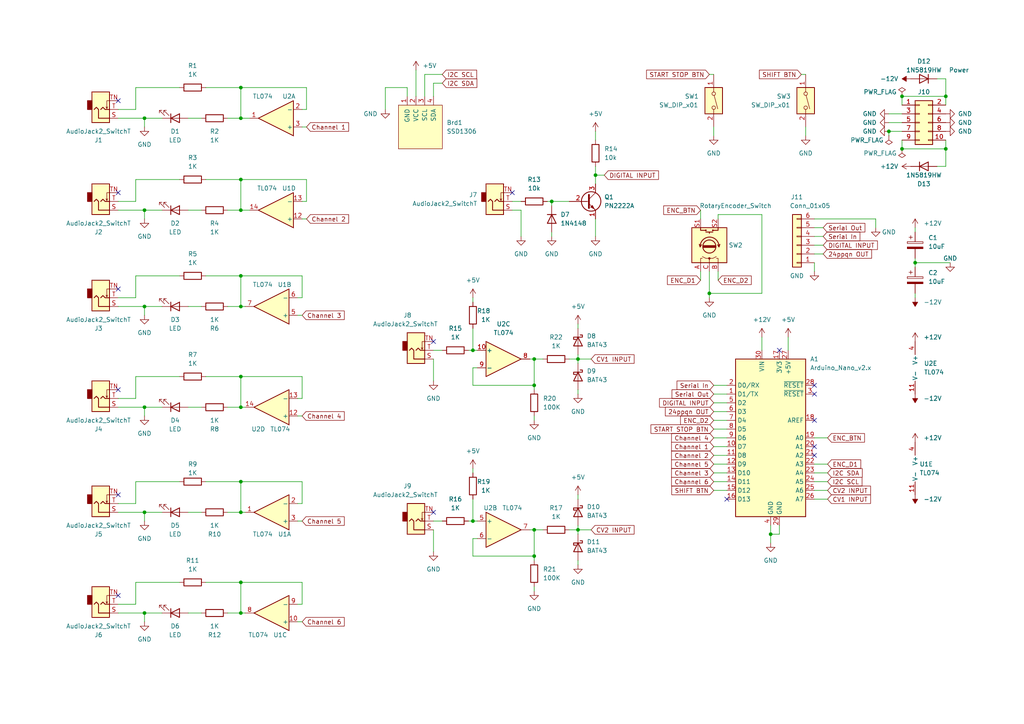
<source format=kicad_sch>
(kicad_sch (version 20211123) (generator eeschema)

  (uuid 939d1fca-3f2c-4183-926a-9b89a029d9a7)

  (paper "A4")

  (title_block
    (title "GToE prototype 2")
    (rev "1")
  )

  

  (junction (at 69.85 168.91) (diameter 0) (color 0 0 0 0)
    (uuid 01bbb586-ef8d-4ddf-8c80-74340115f8c2)
  )
  (junction (at 172.72 50.8) (diameter 0) (color 0 0 0 0)
    (uuid 0fe7b52a-5ab0-49af-9df5-605727fd9629)
  )
  (junction (at 69.85 177.8) (diameter 0) (color 0 0 0 0)
    (uuid 1aacebef-7166-44ac-ba9d-f4319bb8c2a1)
  )
  (junction (at 69.85 52.07) (diameter 0) (color 0 0 0 0)
    (uuid 1adea9cc-1a6f-43d0-a0c7-f15f9d142402)
  )
  (junction (at 167.64 104.14) (diameter 0) (color 0 0 0 0)
    (uuid 20ecb220-e95f-4871-989a-3aa80d4eef17)
  )
  (junction (at 69.85 109.22) (diameter 0) (color 0 0 0 0)
    (uuid 2d704435-2b61-45b7-b201-2bf6d837c7d3)
  )
  (junction (at 154.94 104.14) (diameter 0) (color 0 0 0 0)
    (uuid 2df7e01f-7c6c-4312-9ff7-ac020e968ee9)
  )
  (junction (at 41.91 34.29) (diameter 0) (color 0 0 0 0)
    (uuid 2f1a07b6-ad76-4a06-853c-dab3ee2850f6)
  )
  (junction (at 160.02 58.42) (diameter 0) (color 0 0 0 0)
    (uuid 3ec454cb-d195-43e0-940e-5dcf3cd11230)
  )
  (junction (at 41.91 148.59) (diameter 0) (color 0 0 0 0)
    (uuid 4c3b6af8-76f0-45ef-8c3f-9df4284c0206)
  )
  (junction (at 154.94 161.29) (diameter 0) (color 0 0 0 0)
    (uuid 4ef302ba-3fb8-473b-9960-3d952a8700dc)
  )
  (junction (at 69.85 118.11) (diameter 0) (color 0 0 0 0)
    (uuid 4fad6dae-d502-4839-af03-741c666aa89e)
  )
  (junction (at 137.16 151.13) (diameter 0) (color 0 0 0 0)
    (uuid 65dfde2f-bec6-446d-be6a-c5bad6fe7084)
  )
  (junction (at 41.91 118.11) (diameter 0) (color 0 0 0 0)
    (uuid 6f8c3b1c-3a38-4d86-9bc2-ad6939358a54)
  )
  (junction (at 69.85 80.01) (diameter 0) (color 0 0 0 0)
    (uuid 7247c85d-9109-4f74-a5f8-073a13ad9b00)
  )
  (junction (at 41.91 177.8) (diameter 0) (color 0 0 0 0)
    (uuid 7831fb5e-123a-46df-a455-7a9508dbe5ab)
  )
  (junction (at 69.85 139.7) (diameter 0) (color 0 0 0 0)
    (uuid 7ce994f6-9837-42f6-8f0e-a33b87846a85)
  )
  (junction (at 257.81 38.1) (diameter 0) (color 0 0 0 0)
    (uuid 80a0f295-48e1-4569-8d26-3102546e0255)
  )
  (junction (at 274.32 27.94) (diameter 0) (color 0 0 0 0)
    (uuid 80b03588-aa23-476a-9d12-a060ede2aafe)
  )
  (junction (at 69.85 60.96) (diameter 0) (color 0 0 0 0)
    (uuid 87e1f6f2-4291-4a56-a6c6-5e0e8fe5a1fb)
  )
  (junction (at 69.85 25.4) (diameter 0) (color 0 0 0 0)
    (uuid 9e2c980a-19bd-4dcd-85f5-d80d62e3f8cf)
  )
  (junction (at 41.91 60.96) (diameter 0) (color 0 0 0 0)
    (uuid a5a39816-f1ee-4ab9-8314-e277f66dbe27)
  )
  (junction (at 223.52 154.94) (diameter 0) (color 0 0 0 0)
    (uuid ace1d0a5-8f41-47b3-84a2-d13fc43afe5d)
  )
  (junction (at 69.85 34.29) (diameter 0) (color 0 0 0 0)
    (uuid b23f1ea8-6677-4ea6-a94b-85b8eb53b8d8)
  )
  (junction (at 69.85 88.9) (diameter 0) (color 0 0 0 0)
    (uuid b902f786-0e2c-4183-b096-7f344f5749b2)
  )
  (junction (at 261.62 27.94) (diameter 0) (color 0 0 0 0)
    (uuid b919c27a-f637-48d6-8184-7ceb19a616c3)
  )
  (junction (at 274.32 43.18) (diameter 0) (color 0 0 0 0)
    (uuid bdb4e82f-deca-4494-9511-3af4e2c5e381)
  )
  (junction (at 137.16 101.6) (diameter 0) (color 0 0 0 0)
    (uuid cd01be16-25f8-409f-95b1-b355a2382b57)
  )
  (junction (at 69.85 148.59) (diameter 0) (color 0 0 0 0)
    (uuid d046d289-4c5a-4d32-950f-33f865de2574)
  )
  (junction (at 261.62 43.18) (diameter 0) (color 0 0 0 0)
    (uuid d3b1a6e1-ba88-4969-a859-28bf08cd9cc9)
  )
  (junction (at 154.94 153.67) (diameter 0) (color 0 0 0 0)
    (uuid d56a31ed-ec5a-4724-b044-fd56627a92e8)
  )
  (junction (at 41.91 88.9) (diameter 0) (color 0 0 0 0)
    (uuid dca585e3-e89d-40ba-8154-042e0bc6a9a6)
  )
  (junction (at 265.43 76.2) (diameter 0) (color 0 0 0 0)
    (uuid e8605e95-0637-41f0-a19c-e385856bb70d)
  )
  (junction (at 154.94 111.76) (diameter 0) (color 0 0 0 0)
    (uuid ec6161ff-f736-4426-a4cf-6258043462ab)
  )
  (junction (at 167.64 153.67) (diameter 0) (color 0 0 0 0)
    (uuid f2a0cb2a-8c72-467c-9ca7-c53da25df665)
  )
  (junction (at 205.74 85.09) (diameter 0) (color 0 0 0 0)
    (uuid fd1e9dbf-7bbb-42f0-a50d-c2c89c626c2d)
  )

  (no_connect (at 34.29 113.03) (uuid 0d5627fb-5697-4efc-a260-d96ecb9f93c3))
  (no_connect (at 148.59 55.88) (uuid 2654b987-4591-469d-89c7-45b83f14b521))
  (no_connect (at 236.22 111.76) (uuid 27dea4c6-c043-451d-b6c6-fc3d416a6f51))
  (no_connect (at 34.29 172.72) (uuid 3b8ad362-c359-4165-91ec-aadffcf3d978))
  (no_connect (at 236.22 114.3) (uuid 4dea39fc-bb12-4db7-8438-3469730bc7e8))
  (no_connect (at 210.82 144.78) (uuid 5be04ac6-43c5-4261-953a-dd12f2531b6f))
  (no_connect (at 236.22 121.92) (uuid 609e719e-33ca-4634-b65e-d90f2c75c119))
  (no_connect (at 125.73 148.59) (uuid 668d8e58-4c94-4cd2-b4bb-55607d4898af))
  (no_connect (at 34.29 143.51) (uuid 7a2da178-df57-453c-8a4a-28fcdc2f3c50))
  (no_connect (at 34.29 83.82) (uuid 8484e074-dbbf-4a1a-831d-0024b24e16ee))
  (no_connect (at 236.22 132.08) (uuid 89eab1dc-771e-440a-a558-42d123c04925))
  (no_connect (at 34.29 55.88) (uuid 8c00c48a-3885-4e94-a56e-75fdd48c8ac2))
  (no_connect (at 125.73 99.06) (uuid b05fa802-0658-4360-ad3d-4095edb4f4b9))
  (no_connect (at 226.06 101.6) (uuid bab23eb2-2de9-4101-8518-b1550e4ed0ff))
  (no_connect (at 236.22 129.54) (uuid bc5d432a-9a40-4a38-8a20-d7136d6a72cd))
  (no_connect (at 34.29 29.21) (uuid caea21cf-ff3a-459d-ae29-45e99bc93b79))

  (wire (pts (xy 220.98 62.23) (xy 220.98 85.09))
    (stroke (width 0) (type default) (color 0 0 0 0))
    (uuid 00888669-526f-4afc-bbd6-43e3940c23c9)
  )
  (wire (pts (xy 123.19 21.59) (xy 123.19 27.94))
    (stroke (width 0) (type default) (color 0 0 0 0))
    (uuid 02f7a7c9-330b-4799-8e3c-3005ca5a2490)
  )
  (wire (pts (xy 207.01 114.3) (xy 210.82 114.3))
    (stroke (width 0) (type default) (color 0 0 0 0))
    (uuid 04548b77-d823-4c1b-9c27-c6ce43c98aa3)
  )
  (wire (pts (xy 207.01 124.46) (xy 210.82 124.46))
    (stroke (width 0) (type default) (color 0 0 0 0))
    (uuid 05b9f1d0-5ff4-4d57-8802-0d2c4eb21316)
  )
  (wire (pts (xy 158.75 58.42) (xy 160.02 58.42))
    (stroke (width 0) (type default) (color 0 0 0 0))
    (uuid 068165ec-6c11-4c02-8e0b-ccfe566a7650)
  )
  (wire (pts (xy 86.36 151.13) (xy 87.63 151.13))
    (stroke (width 0) (type default) (color 0 0 0 0))
    (uuid 0875d199-3a61-4f17-843a-f75a66a4050e)
  )
  (wire (pts (xy 254 66.04) (xy 254 63.5))
    (stroke (width 0) (type default) (color 0 0 0 0))
    (uuid 090f674a-39dc-4d32-abfc-009b9b3755f5)
  )
  (wire (pts (xy 39.37 58.42) (xy 39.37 52.07))
    (stroke (width 0) (type default) (color 0 0 0 0))
    (uuid 0a2211b4-91f5-4459-8d97-5e8e188af34c)
  )
  (wire (pts (xy 167.64 93.98) (xy 167.64 95.25))
    (stroke (width 0) (type default) (color 0 0 0 0))
    (uuid 0b45849a-34c3-4799-bb24-89e0ee4d5d11)
  )
  (wire (pts (xy 153.67 104.14) (xy 154.94 104.14))
    (stroke (width 0) (type default) (color 0 0 0 0))
    (uuid 0cd5af5c-78df-4bca-b70f-bd8e8f13e667)
  )
  (wire (pts (xy 207.01 111.76) (xy 210.82 111.76))
    (stroke (width 0) (type default) (color 0 0 0 0))
    (uuid 0e1ac309-c3ad-4ab1-a03b-2dd118f6d87a)
  )
  (wire (pts (xy 172.72 50.8) (xy 172.72 53.34))
    (stroke (width 0) (type default) (color 0 0 0 0))
    (uuid 0e6c4c43-1c36-439e-a778-2631ebda15e9)
  )
  (wire (pts (xy 54.61 148.59) (xy 58.42 148.59))
    (stroke (width 0) (type default) (color 0 0 0 0))
    (uuid 0ea24428-0de9-41d4-b673-d16d645ec740)
  )
  (wire (pts (xy 148.59 58.42) (xy 151.13 58.42))
    (stroke (width 0) (type default) (color 0 0 0 0))
    (uuid 0fde4400-cc90-4e37-aff0-a829c3566030)
  )
  (wire (pts (xy 265.43 74.93) (xy 265.43 76.2))
    (stroke (width 0) (type default) (color 0 0 0 0))
    (uuid 10048850-4277-4da4-9149-45e2a0417c49)
  )
  (wire (pts (xy 167.64 153.67) (xy 167.64 154.94))
    (stroke (width 0) (type default) (color 0 0 0 0))
    (uuid 10722ce5-f8a5-4eca-b191-f5ea1254bb30)
  )
  (wire (pts (xy 208.28 62.23) (xy 220.98 62.23))
    (stroke (width 0) (type default) (color 0 0 0 0))
    (uuid 12553f91-cba2-4ab1-b10c-9a2c101efbcb)
  )
  (wire (pts (xy 238.76 68.58) (xy 236.22 68.58))
    (stroke (width 0) (type default) (color 0 0 0 0))
    (uuid 15573316-7046-4cb3-be84-b290b3262405)
  )
  (wire (pts (xy 34.29 34.29) (xy 41.91 34.29))
    (stroke (width 0) (type default) (color 0 0 0 0))
    (uuid 1696b3ef-3157-4d71-9b48-209593675872)
  )
  (wire (pts (xy 223.52 154.94) (xy 226.06 154.94))
    (stroke (width 0) (type default) (color 0 0 0 0))
    (uuid 16c74f4f-26d2-4480-a255-55053d75fe30)
  )
  (wire (pts (xy 41.91 34.29) (xy 46.99 34.29))
    (stroke (width 0) (type default) (color 0 0 0 0))
    (uuid 18993a8a-ca5d-407f-848b-defb203a9189)
  )
  (wire (pts (xy 172.72 63.5) (xy 172.72 68.58))
    (stroke (width 0) (type default) (color 0 0 0 0))
    (uuid 18ae432e-29c1-4f82-b5de-08351e122d6b)
  )
  (wire (pts (xy 34.29 88.9) (xy 41.91 88.9))
    (stroke (width 0) (type default) (color 0 0 0 0))
    (uuid 1ab20642-1f70-4b02-85c3-d07b70dfa09f)
  )
  (wire (pts (xy 157.48 153.67) (xy 154.94 153.67))
    (stroke (width 0) (type default) (color 0 0 0 0))
    (uuid 1b09d72d-a60a-404a-8eff-af5928779ca3)
  )
  (wire (pts (xy 274.32 48.26) (xy 274.32 43.18))
    (stroke (width 0) (type default) (color 0 0 0 0))
    (uuid 1f9896e6-b5ae-4280-b574-867cc1543442)
  )
  (wire (pts (xy 137.16 106.68) (xy 138.43 106.68))
    (stroke (width 0) (type default) (color 0 0 0 0))
    (uuid 218936c9-fd88-46f3-812f-021cc4e7e95d)
  )
  (wire (pts (xy 87.63 115.57) (xy 87.63 109.22))
    (stroke (width 0) (type default) (color 0 0 0 0))
    (uuid 22b67607-fd33-40bf-9953-aaeb2cc3bff3)
  )
  (wire (pts (xy 69.85 52.07) (xy 69.85 60.96))
    (stroke (width 0) (type default) (color 0 0 0 0))
    (uuid 22ec07c6-1814-4bcc-81fe-8b2a319721d4)
  )
  (wire (pts (xy 125.73 104.14) (xy 125.73 110.49))
    (stroke (width 0) (type default) (color 0 0 0 0))
    (uuid 232f38ec-21ea-4a47-91ea-c85a04889396)
  )
  (wire (pts (xy 203.2 63.5) (xy 203.2 60.96))
    (stroke (width 0) (type default) (color 0 0 0 0))
    (uuid 23cdf0c9-4c44-4333-ad84-40cf9337ba38)
  )
  (wire (pts (xy 207.01 119.38) (xy 210.82 119.38))
    (stroke (width 0) (type default) (color 0 0 0 0))
    (uuid 23dac4f0-812d-4677-88fa-5bdcd3979384)
  )
  (wire (pts (xy 39.37 146.05) (xy 39.37 139.7))
    (stroke (width 0) (type default) (color 0 0 0 0))
    (uuid 2450b13d-1b2c-42e2-9f3c-022c8d283799)
  )
  (wire (pts (xy 118.11 25.4) (xy 118.11 27.94))
    (stroke (width 0) (type default) (color 0 0 0 0))
    (uuid 24898c03-0432-4355-9022-1dd4a494db3b)
  )
  (wire (pts (xy 39.37 175.26) (xy 39.37 168.91))
    (stroke (width 0) (type default) (color 0 0 0 0))
    (uuid 24a77f75-c600-45cb-bf5f-afea87ea647c)
  )
  (wire (pts (xy 128.27 21.59) (xy 123.19 21.59))
    (stroke (width 0) (type default) (color 0 0 0 0))
    (uuid 2687bf03-ffc2-4d48-aa6f-1aef93caa657)
  )
  (wire (pts (xy 167.64 104.14) (xy 167.64 105.41))
    (stroke (width 0) (type default) (color 0 0 0 0))
    (uuid 2708cad2-c1d4-431c-a491-069abb353cb1)
  )
  (wire (pts (xy 54.61 118.11) (xy 58.42 118.11))
    (stroke (width 0) (type default) (color 0 0 0 0))
    (uuid 275de223-e55c-4595-954a-6b567572e319)
  )
  (wire (pts (xy 39.37 168.91) (xy 52.07 168.91))
    (stroke (width 0) (type default) (color 0 0 0 0))
    (uuid 282549b8-debb-4192-8eb7-5e1fc199c3b2)
  )
  (wire (pts (xy 203.2 81.28) (xy 203.2 78.74))
    (stroke (width 0) (type default) (color 0 0 0 0))
    (uuid 292448f2-9878-48b7-bdaa-bba1bdc524e1)
  )
  (wire (pts (xy 154.94 113.03) (xy 154.94 111.76))
    (stroke (width 0) (type default) (color 0 0 0 0))
    (uuid 29f12c71-1e39-46c9-8468-57b050e8c4e3)
  )
  (wire (pts (xy 265.43 76.2) (xy 265.43 77.47))
    (stroke (width 0) (type default) (color 0 0 0 0))
    (uuid 2bf77205-7bd4-4b19-92a5-403df8997ca4)
  )
  (wire (pts (xy 41.91 60.96) (xy 41.91 63.5))
    (stroke (width 0) (type default) (color 0 0 0 0))
    (uuid 2d2c567f-990e-43de-a45e-07dcf3d574df)
  )
  (wire (pts (xy 86.36 120.65) (xy 87.63 120.65))
    (stroke (width 0) (type default) (color 0 0 0 0))
    (uuid 303bccf3-2d61-4c16-987a-64577855d3bb)
  )
  (wire (pts (xy 39.37 31.75) (xy 39.37 25.4))
    (stroke (width 0) (type default) (color 0 0 0 0))
    (uuid 325ad235-d39c-4894-9060-669ec65da8cf)
  )
  (wire (pts (xy 172.72 38.1) (xy 172.72 40.64))
    (stroke (width 0) (type default) (color 0 0 0 0))
    (uuid 335e260c-544e-4446-b9b4-df9e8330f67c)
  )
  (wire (pts (xy 228.6 97.79) (xy 228.6 101.6))
    (stroke (width 0) (type default) (color 0 0 0 0))
    (uuid 335feb20-1fb8-4c80-a47e-65aa81fbef83)
  )
  (wire (pts (xy 207.01 137.16) (xy 210.82 137.16))
    (stroke (width 0) (type default) (color 0 0 0 0))
    (uuid 33a36406-7342-4e89-9638-dd13fc9c9e59)
  )
  (wire (pts (xy 69.85 139.7) (xy 87.63 139.7))
    (stroke (width 0) (type default) (color 0 0 0 0))
    (uuid 33d6f89f-8648-43ab-8211-808a5c2a1de9)
  )
  (wire (pts (xy 34.29 146.05) (xy 39.37 146.05))
    (stroke (width 0) (type default) (color 0 0 0 0))
    (uuid 349d1b17-3ca5-4310-8603-bfcac15d9779)
  )
  (wire (pts (xy 34.29 177.8) (xy 41.91 177.8))
    (stroke (width 0) (type default) (color 0 0 0 0))
    (uuid 35a4bcdd-c017-440b-9dad-75ec8aa47970)
  )
  (wire (pts (xy 59.69 25.4) (xy 69.85 25.4))
    (stroke (width 0) (type default) (color 0 0 0 0))
    (uuid 379f1c28-4a76-4353-90b3-8c03b9cc7732)
  )
  (wire (pts (xy 207.01 21.59) (xy 205.74 21.59))
    (stroke (width 0) (type default) (color 0 0 0 0))
    (uuid 38f018c4-6a5e-41fd-be32-9f1782112fb1)
  )
  (wire (pts (xy 125.73 101.6) (xy 128.27 101.6))
    (stroke (width 0) (type default) (color 0 0 0 0))
    (uuid 3b6a8b02-3ae7-4eaa-b590-43c6b96299ee)
  )
  (wire (pts (xy 54.61 34.29) (xy 58.42 34.29))
    (stroke (width 0) (type default) (color 0 0 0 0))
    (uuid 3d377ce1-a2c5-4d14-9f02-94478caf1282)
  )
  (wire (pts (xy 87.63 31.75) (xy 88.9 31.75))
    (stroke (width 0) (type default) (color 0 0 0 0))
    (uuid 3e571a02-03e0-4598-a609-e9c7e7a95ec4)
  )
  (wire (pts (xy 154.94 153.67) (xy 154.94 161.29))
    (stroke (width 0) (type default) (color 0 0 0 0))
    (uuid 41592a34-b5e0-498e-b3d9-5e683e74e400)
  )
  (wire (pts (xy 167.64 104.14) (xy 171.45 104.14))
    (stroke (width 0) (type default) (color 0 0 0 0))
    (uuid 415f6a2a-0819-4a32-a17d-06a0e8a58036)
  )
  (wire (pts (xy 69.85 60.96) (xy 72.39 60.96))
    (stroke (width 0) (type default) (color 0 0 0 0))
    (uuid 418e2033-9beb-4dc9-852d-fdebff37f6e4)
  )
  (wire (pts (xy 265.43 66.04) (xy 265.43 67.31))
    (stroke (width 0) (type default) (color 0 0 0 0))
    (uuid 4311a415-97b2-43f6-a81d-718e51e1b859)
  )
  (wire (pts (xy 137.16 161.29) (xy 154.94 161.29))
    (stroke (width 0) (type default) (color 0 0 0 0))
    (uuid 44fdae99-fabc-42c3-b71e-03120ee479ee)
  )
  (wire (pts (xy 167.64 113.03) (xy 167.64 114.3))
    (stroke (width 0) (type default) (color 0 0 0 0))
    (uuid 459710f6-4d7d-40be-9b04-5e9a368b8c00)
  )
  (wire (pts (xy 208.28 63.5) (xy 208.28 62.23))
    (stroke (width 0) (type default) (color 0 0 0 0))
    (uuid 46b304df-4180-4984-9e5d-83e10dcadff4)
  )
  (wire (pts (xy 137.16 101.6) (xy 138.43 101.6))
    (stroke (width 0) (type default) (color 0 0 0 0))
    (uuid 474a3f9d-2b64-4966-9c5e-ee995dbcc11f)
  )
  (wire (pts (xy 86.36 180.34) (xy 87.63 180.34))
    (stroke (width 0) (type default) (color 0 0 0 0))
    (uuid 4754b732-0a33-494b-90b0-fee8412301df)
  )
  (wire (pts (xy 86.36 91.44) (xy 87.63 91.44))
    (stroke (width 0) (type default) (color 0 0 0 0))
    (uuid 47a4e244-780e-48eb-b41d-1640d66c0fcd)
  )
  (wire (pts (xy 135.89 101.6) (xy 137.16 101.6))
    (stroke (width 0) (type default) (color 0 0 0 0))
    (uuid 47ac72d4-bd27-4447-b979-99a8986e623d)
  )
  (wire (pts (xy 167.64 152.4) (xy 167.64 153.67))
    (stroke (width 0) (type default) (color 0 0 0 0))
    (uuid 47e72c91-7c9f-4a84-84d0-c6e4a5768ed8)
  )
  (wire (pts (xy 233.68 39.37) (xy 233.68 36.83))
    (stroke (width 0) (type default) (color 0 0 0 0))
    (uuid 4818a8d1-75bc-44f4-b9ed-2be325375416)
  )
  (wire (pts (xy 157.48 104.14) (xy 154.94 104.14))
    (stroke (width 0) (type default) (color 0 0 0 0))
    (uuid 49cde530-ddc1-4f14-9b13-8d9a2ca10c3a)
  )
  (wire (pts (xy 137.16 156.21) (xy 137.16 161.29))
    (stroke (width 0) (type default) (color 0 0 0 0))
    (uuid 4b70d7be-d0b4-4935-b09f-3578133ba481)
  )
  (wire (pts (xy 41.91 60.96) (xy 46.99 60.96))
    (stroke (width 0) (type default) (color 0 0 0 0))
    (uuid 4c0b437f-8a01-477d-a6f9-7ec7ce2dc466)
  )
  (wire (pts (xy 238.76 66.04) (xy 236.22 66.04))
    (stroke (width 0) (type default) (color 0 0 0 0))
    (uuid 4d458ee8-d508-40bd-9b92-392330328966)
  )
  (wire (pts (xy 39.37 80.01) (xy 52.07 80.01))
    (stroke (width 0) (type default) (color 0 0 0 0))
    (uuid 4d557d7f-7719-4f80-94ac-5531db91c5c7)
  )
  (wire (pts (xy 226.06 152.4) (xy 226.06 154.94))
    (stroke (width 0) (type default) (color 0 0 0 0))
    (uuid 4d5adbc3-357f-4a75-9468-e5a15ab291e3)
  )
  (wire (pts (xy 87.63 86.36) (xy 87.63 80.01))
    (stroke (width 0) (type default) (color 0 0 0 0))
    (uuid 4e0a158e-f62e-4ad0-b943-3eaefad92067)
  )
  (wire (pts (xy 54.61 60.96) (xy 58.42 60.96))
    (stroke (width 0) (type default) (color 0 0 0 0))
    (uuid 50855149-12eb-4a2e-a48d-3bc78970e17d)
  )
  (wire (pts (xy 86.36 86.36) (xy 87.63 86.36))
    (stroke (width 0) (type default) (color 0 0 0 0))
    (uuid 54f4dac5-21cb-4ccc-b34e-bca1afba31d2)
  )
  (wire (pts (xy 87.63 80.01) (xy 69.85 80.01))
    (stroke (width 0) (type default) (color 0 0 0 0))
    (uuid 55051037-8b31-44b9-8e01-8ae5d0b6424d)
  )
  (wire (pts (xy 34.29 58.42) (xy 39.37 58.42))
    (stroke (width 0) (type default) (color 0 0 0 0))
    (uuid 559ecdd5-7157-4b6e-8365-c80a48a2639c)
  )
  (wire (pts (xy 34.29 86.36) (xy 39.37 86.36))
    (stroke (width 0) (type default) (color 0 0 0 0))
    (uuid 55c0478d-8080-4c1d-8604-65a2d25999fa)
  )
  (wire (pts (xy 167.64 143.51) (xy 167.64 144.78))
    (stroke (width 0) (type default) (color 0 0 0 0))
    (uuid 55f39ab8-c72e-42c1-a690-a397d34d1bc8)
  )
  (wire (pts (xy 120.65 20.32) (xy 120.65 27.94))
    (stroke (width 0) (type default) (color 0 0 0 0))
    (uuid 578b6235-424f-4ef7-a13a-2eb828fdff70)
  )
  (wire (pts (xy 207.01 132.08) (xy 210.82 132.08))
    (stroke (width 0) (type default) (color 0 0 0 0))
    (uuid 5a722d22-4ecd-49dd-bcb0-518e553ae30d)
  )
  (wire (pts (xy 274.32 22.86) (xy 274.32 27.94))
    (stroke (width 0) (type default) (color 0 0 0 0))
    (uuid 5c09703f-6c76-495d-9a58-e2ebc9242342)
  )
  (wire (pts (xy 39.37 109.22) (xy 52.07 109.22))
    (stroke (width 0) (type default) (color 0 0 0 0))
    (uuid 5c400b46-2fcf-4458-9699-ae37dd26bccb)
  )
  (wire (pts (xy 69.85 109.22) (xy 69.85 118.11))
    (stroke (width 0) (type default) (color 0 0 0 0))
    (uuid 5cd6e5fe-4b18-46d6-a3d1-e3ffde24589e)
  )
  (wire (pts (xy 274.32 40.64) (xy 274.32 43.18))
    (stroke (width 0) (type default) (color 0 0 0 0))
    (uuid 5d5ced92-faf8-444e-981f-4e4ff49b98e7)
  )
  (wire (pts (xy 41.91 34.29) (xy 41.91 36.83))
    (stroke (width 0) (type default) (color 0 0 0 0))
    (uuid 5d93f799-90b6-4c25-98c8-cc4dbc3b1bc0)
  )
  (wire (pts (xy 88.9 58.42) (xy 88.9 52.07))
    (stroke (width 0) (type default) (color 0 0 0 0))
    (uuid 5ec7b1d8-8446-4919-a38c-76210caa1873)
  )
  (wire (pts (xy 167.64 162.56) (xy 167.64 163.83))
    (stroke (width 0) (type default) (color 0 0 0 0))
    (uuid 5f035f85-8c2e-4853-b183-6abac5e2be10)
  )
  (wire (pts (xy 160.02 67.31) (xy 160.02 68.58))
    (stroke (width 0) (type default) (color 0 0 0 0))
    (uuid 629a7aa1-4019-458a-8b5d-0abf66ce0257)
  )
  (wire (pts (xy 34.29 148.59) (xy 41.91 148.59))
    (stroke (width 0) (type default) (color 0 0 0 0))
    (uuid 65958d22-4303-48dd-9fde-306753b42789)
  )
  (wire (pts (xy 41.91 118.11) (xy 41.91 120.65))
    (stroke (width 0) (type default) (color 0 0 0 0))
    (uuid 662ccf0e-d1d5-4050-8293-3daf044ab08c)
  )
  (wire (pts (xy 257.81 38.1) (xy 261.62 38.1))
    (stroke (width 0) (type default) (color 0 0 0 0))
    (uuid 686830dd-5bd4-421c-97b1-cd04ec112e6f)
  )
  (wire (pts (xy 154.94 121.92) (xy 154.94 120.65))
    (stroke (width 0) (type default) (color 0 0 0 0))
    (uuid 69069406-1963-4170-8560-8104e7e045d7)
  )
  (wire (pts (xy 137.16 95.25) (xy 137.16 101.6))
    (stroke (width 0) (type default) (color 0 0 0 0))
    (uuid 6da6842f-2388-4f5f-9ee2-76bb34632c1b)
  )
  (wire (pts (xy 69.85 25.4) (xy 88.9 25.4))
    (stroke (width 0) (type default) (color 0 0 0 0))
    (uuid 6ef03535-d0d2-4117-ba8a-13b15d291146)
  )
  (wire (pts (xy 41.91 177.8) (xy 46.99 177.8))
    (stroke (width 0) (type default) (color 0 0 0 0))
    (uuid 72a11c15-bc2e-4e4e-b064-0530d656a4f2)
  )
  (wire (pts (xy 125.73 24.13) (xy 125.73 27.94))
    (stroke (width 0) (type default) (color 0 0 0 0))
    (uuid 72d28e7a-0912-41d1-8bf0-5186c787f495)
  )
  (wire (pts (xy 34.29 115.57) (xy 39.37 115.57))
    (stroke (width 0) (type default) (color 0 0 0 0))
    (uuid 7454f9be-a252-4e64-8cb6-659f28a46b4e)
  )
  (wire (pts (xy 165.1 153.67) (xy 167.64 153.67))
    (stroke (width 0) (type default) (color 0 0 0 0))
    (uuid 746457c5-4533-496b-b839-879422eb2f82)
  )
  (wire (pts (xy 86.36 146.05) (xy 87.63 146.05))
    (stroke (width 0) (type default) (color 0 0 0 0))
    (uuid 774fcb45-a172-4233-8e81-6712f4651e80)
  )
  (wire (pts (xy 207.01 121.92) (xy 210.82 121.92))
    (stroke (width 0) (type default) (color 0 0 0 0))
    (uuid 78087d34-36cd-40f9-8df6-88f39a8e923c)
  )
  (wire (pts (xy 87.63 175.26) (xy 87.63 168.91))
    (stroke (width 0) (type default) (color 0 0 0 0))
    (uuid 78e786de-043d-4f36-a95b-827ecfd3a860)
  )
  (wire (pts (xy 151.13 60.96) (xy 151.13 68.58))
    (stroke (width 0) (type default) (color 0 0 0 0))
    (uuid 7bd72df4-68a1-4663-8001-035714ea1d46)
  )
  (wire (pts (xy 137.16 106.68) (xy 137.16 111.76))
    (stroke (width 0) (type default) (color 0 0 0 0))
    (uuid 7d009995-14e6-4e3a-a6bf-75ca9be73436)
  )
  (wire (pts (xy 236.22 134.62) (xy 240.03 134.62))
    (stroke (width 0) (type default) (color 0 0 0 0))
    (uuid 7dd53853-47b4-4ad4-b60a-12406caceae9)
  )
  (wire (pts (xy 87.63 58.42) (xy 88.9 58.42))
    (stroke (width 0) (type default) (color 0 0 0 0))
    (uuid 7eb86270-8e46-4c86-aca0-01cd356252d4)
  )
  (wire (pts (xy 34.29 31.75) (xy 39.37 31.75))
    (stroke (width 0) (type default) (color 0 0 0 0))
    (uuid 7f1a47e9-e606-4559-b3a6-98d8056eafbb)
  )
  (wire (pts (xy 69.85 52.07) (xy 88.9 52.07))
    (stroke (width 0) (type default) (color 0 0 0 0))
    (uuid 8087cf9e-a59e-49ee-959e-1547ad310f68)
  )
  (wire (pts (xy 205.74 78.74) (xy 205.74 85.09))
    (stroke (width 0) (type default) (color 0 0 0 0))
    (uuid 8209c98c-ad4a-4de7-8d4d-31929f244f93)
  )
  (wire (pts (xy 111.76 31.75) (xy 111.76 25.4))
    (stroke (width 0) (type default) (color 0 0 0 0))
    (uuid 84628db2-78f4-455d-935c-669b74635348)
  )
  (wire (pts (xy 69.85 118.11) (xy 66.04 118.11))
    (stroke (width 0) (type default) (color 0 0 0 0))
    (uuid 84cd1643-db67-46fc-bdb3-0f8472565395)
  )
  (wire (pts (xy 207.01 127) (xy 210.82 127))
    (stroke (width 0) (type default) (color 0 0 0 0))
    (uuid 8676e459-7c2d-4c62-b756-5dbad9971ef4)
  )
  (wire (pts (xy 86.36 175.26) (xy 87.63 175.26))
    (stroke (width 0) (type default) (color 0 0 0 0))
    (uuid 895a16fe-6a85-40c1-a068-c6c5069be327)
  )
  (wire (pts (xy 172.72 50.8) (xy 175.26 50.8))
    (stroke (width 0) (type default) (color 0 0 0 0))
    (uuid 8a527247-4e86-49ac-96b2-0b9ba94da524)
  )
  (wire (pts (xy 66.04 60.96) (xy 69.85 60.96))
    (stroke (width 0) (type default) (color 0 0 0 0))
    (uuid 8bd5fd7f-cf6e-425c-b9d6-3c826368fb4d)
  )
  (wire (pts (xy 154.94 104.14) (xy 154.94 111.76))
    (stroke (width 0) (type default) (color 0 0 0 0))
    (uuid 8db87abd-78a8-4707-b998-35d91c31dc52)
  )
  (wire (pts (xy 86.36 115.57) (xy 87.63 115.57))
    (stroke (width 0) (type default) (color 0 0 0 0))
    (uuid 92ae353c-97f4-4c4d-9398-e91db030f4a8)
  )
  (wire (pts (xy 137.16 86.36) (xy 137.16 87.63))
    (stroke (width 0) (type default) (color 0 0 0 0))
    (uuid 92dcd119-522b-416d-afb9-fe804b794444)
  )
  (wire (pts (xy 41.91 148.59) (xy 41.91 151.13))
    (stroke (width 0) (type default) (color 0 0 0 0))
    (uuid 9411389b-89e4-4fd9-b197-1fd897880c74)
  )
  (wire (pts (xy 160.02 58.42) (xy 160.02 59.69))
    (stroke (width 0) (type default) (color 0 0 0 0))
    (uuid 97d4dc22-cea2-4f31-ab47-48954521c9ea)
  )
  (wire (pts (xy 207.01 39.37) (xy 207.01 36.83))
    (stroke (width 0) (type default) (color 0 0 0 0))
    (uuid 982c0a71-fbd6-4ace-8adb-04279f3ab267)
  )
  (wire (pts (xy 236.22 139.7) (xy 240.03 139.7))
    (stroke (width 0) (type default) (color 0 0 0 0))
    (uuid 998fda77-4469-4506-86ca-bb382e8ee04b)
  )
  (wire (pts (xy 41.91 148.59) (xy 46.99 148.59))
    (stroke (width 0) (type default) (color 0 0 0 0))
    (uuid 9b42f2d5-ac7c-41cd-8133-c33ded91e5a9)
  )
  (wire (pts (xy 69.85 109.22) (xy 87.63 109.22))
    (stroke (width 0) (type default) (color 0 0 0 0))
    (uuid 9e5805ba-ef35-49a1-8625-91fc1a2d8c02)
  )
  (wire (pts (xy 137.16 135.89) (xy 137.16 137.16))
    (stroke (width 0) (type default) (color 0 0 0 0))
    (uuid 9ec202d2-54e7-4767-8d5f-5508e7b44543)
  )
  (wire (pts (xy 207.01 134.62) (xy 210.82 134.62))
    (stroke (width 0) (type default) (color 0 0 0 0))
    (uuid a11b243c-b8ac-4b51-920a-c19dc41aec03)
  )
  (wire (pts (xy 261.62 30.48) (xy 261.62 27.94))
    (stroke (width 0) (type default) (color 0 0 0 0))
    (uuid a32d7af7-caa5-4fcd-b940-60312a23b93a)
  )
  (wire (pts (xy 69.85 88.9) (xy 71.12 88.9))
    (stroke (width 0) (type default) (color 0 0 0 0))
    (uuid a384fadc-a10d-479f-94d2-2a5b2d1d7039)
  )
  (wire (pts (xy 271.78 48.26) (xy 274.32 48.26))
    (stroke (width 0) (type default) (color 0 0 0 0))
    (uuid a3ae5fe0-aa32-4413-85be-83d64b712b8c)
  )
  (wire (pts (xy 148.59 60.96) (xy 151.13 60.96))
    (stroke (width 0) (type default) (color 0 0 0 0))
    (uuid a419472a-c519-42af-a7a7-8d55731ad33e)
  )
  (wire (pts (xy 207.01 116.84) (xy 210.82 116.84))
    (stroke (width 0) (type default) (color 0 0 0 0))
    (uuid a437b42a-de25-44ea-bd82-78ea4050bd94)
  )
  (wire (pts (xy 233.68 21.59) (xy 232.41 21.59))
    (stroke (width 0) (type default) (color 0 0 0 0))
    (uuid a49154d7-98cd-42dc-b035-8363e6ed42ef)
  )
  (wire (pts (xy 208.28 81.28) (xy 208.28 78.74))
    (stroke (width 0) (type default) (color 0 0 0 0))
    (uuid a4f3d41a-af65-423d-b75c-3a4dfb401018)
  )
  (wire (pts (xy 69.85 168.91) (xy 87.63 168.91))
    (stroke (width 0) (type default) (color 0 0 0 0))
    (uuid a570fd45-915c-413d-8511-67112ddbfb1b)
  )
  (wire (pts (xy 39.37 25.4) (xy 52.07 25.4))
    (stroke (width 0) (type default) (color 0 0 0 0))
    (uuid a60d0abd-cac5-40ce-8146-e36e1abaeddf)
  )
  (wire (pts (xy 125.73 151.13) (xy 128.27 151.13))
    (stroke (width 0) (type default) (color 0 0 0 0))
    (uuid a6821adb-6787-40f0-882c-45474cd6d035)
  )
  (wire (pts (xy 39.37 115.57) (xy 39.37 109.22))
    (stroke (width 0) (type default) (color 0 0 0 0))
    (uuid a6f31cf3-8dc0-4e1e-a3a6-c76df8c6e2cb)
  )
  (wire (pts (xy 34.29 60.96) (xy 41.91 60.96))
    (stroke (width 0) (type default) (color 0 0 0 0))
    (uuid a80042cf-f0d4-4045-bfe4-04f7525272ec)
  )
  (wire (pts (xy 69.85 148.59) (xy 66.04 148.59))
    (stroke (width 0) (type default) (color 0 0 0 0))
    (uuid a8514681-196b-44d0-b279-cbd6f9496f12)
  )
  (wire (pts (xy 205.74 86.36) (xy 205.74 85.09))
    (stroke (width 0) (type default) (color 0 0 0 0))
    (uuid a88aa39c-ab01-48f4-b52c-72379da3c07b)
  )
  (wire (pts (xy 54.61 88.9) (xy 58.42 88.9))
    (stroke (width 0) (type default) (color 0 0 0 0))
    (uuid ab21b72a-c65b-436b-a024-420f0e1bd5fb)
  )
  (wire (pts (xy 205.74 85.09) (xy 220.98 85.09))
    (stroke (width 0) (type default) (color 0 0 0 0))
    (uuid ab393c6b-5fda-4897-ae5b-77fc0d49af67)
  )
  (wire (pts (xy 41.91 88.9) (xy 46.99 88.9))
    (stroke (width 0) (type default) (color 0 0 0 0))
    (uuid ac927798-764a-470d-8e32-ab188c3be9d9)
  )
  (wire (pts (xy 236.22 71.12) (xy 238.76 71.12))
    (stroke (width 0) (type default) (color 0 0 0 0))
    (uuid ac977693-55e6-4f2b-9336-0acabaf5e6cc)
  )
  (wire (pts (xy 160.02 58.42) (xy 165.1 58.42))
    (stroke (width 0) (type default) (color 0 0 0 0))
    (uuid acb04d4a-6e28-4197-b96d-cca961b9a352)
  )
  (wire (pts (xy 261.62 40.64) (xy 261.62 43.18))
    (stroke (width 0) (type default) (color 0 0 0 0))
    (uuid ad83ea93-a261-44af-9ce9-44f34c926f1f)
  )
  (wire (pts (xy 165.1 104.14) (xy 167.64 104.14))
    (stroke (width 0) (type default) (color 0 0 0 0))
    (uuid b02b8fe2-ffcf-4399-8d32-f085295ae9be)
  )
  (wire (pts (xy 87.63 63.5) (xy 88.9 63.5))
    (stroke (width 0) (type default) (color 0 0 0 0))
    (uuid b056618b-9337-4ecc-bce8-dc5869882bd7)
  )
  (wire (pts (xy 69.85 34.29) (xy 66.04 34.29))
    (stroke (width 0) (type default) (color 0 0 0 0))
    (uuid b3ffacae-4877-4f3c-b330-37753bcfeef2)
  )
  (wire (pts (xy 257.81 38.1) (xy 257.81 39.37))
    (stroke (width 0) (type default) (color 0 0 0 0))
    (uuid b45d2437-4231-4393-9853-61e2810e8eef)
  )
  (wire (pts (xy 59.69 52.07) (xy 69.85 52.07))
    (stroke (width 0) (type default) (color 0 0 0 0))
    (uuid b55c7749-7442-4e0e-81bc-0a478cb0ac8a)
  )
  (wire (pts (xy 69.85 118.11) (xy 71.12 118.11))
    (stroke (width 0) (type default) (color 0 0 0 0))
    (uuid b70b6063-f12f-423b-9971-1db44e53b1b6)
  )
  (wire (pts (xy 41.91 118.11) (xy 46.99 118.11))
    (stroke (width 0) (type default) (color 0 0 0 0))
    (uuid b7ba5590-bcbc-4d3a-bb2b-67ef3ff01bf9)
  )
  (wire (pts (xy 167.64 102.87) (xy 167.64 104.14))
    (stroke (width 0) (type default) (color 0 0 0 0))
    (uuid b8b96b86-9f26-4791-8fab-c0012a9204d0)
  )
  (wire (pts (xy 172.72 48.26) (xy 172.72 50.8))
    (stroke (width 0) (type default) (color 0 0 0 0))
    (uuid b913c3b8-7e72-4c0b-bda2-34fe7b55ab25)
  )
  (wire (pts (xy 236.22 137.16) (xy 240.03 137.16))
    (stroke (width 0) (type default) (color 0 0 0 0))
    (uuid baf9089a-117f-477e-b388-59d85cc068a1)
  )
  (wire (pts (xy 69.85 25.4) (xy 69.85 34.29))
    (stroke (width 0) (type default) (color 0 0 0 0))
    (uuid bd0ecbaa-0107-4713-afad-9631d70470c9)
  )
  (wire (pts (xy 257.81 35.56) (xy 261.62 35.56))
    (stroke (width 0) (type default) (color 0 0 0 0))
    (uuid be717b8a-a24e-4b1a-8c07-d2cb4a8b44a0)
  )
  (wire (pts (xy 59.69 139.7) (xy 69.85 139.7))
    (stroke (width 0) (type default) (color 0 0 0 0))
    (uuid be91969f-27d0-4896-bda7-89479ff2c6f0)
  )
  (wire (pts (xy 261.62 27.94) (xy 274.32 27.94))
    (stroke (width 0) (type default) (color 0 0 0 0))
    (uuid bfd39b38-25cc-4208-85be-c343c956d624)
  )
  (wire (pts (xy 41.91 177.8) (xy 41.91 180.34))
    (stroke (width 0) (type default) (color 0 0 0 0))
    (uuid c1344527-bf12-418e-bb93-1ab1cbcbc765)
  )
  (wire (pts (xy 69.85 80.01) (xy 69.85 88.9))
    (stroke (width 0) (type default) (color 0 0 0 0))
    (uuid c3958be8-3003-4b81-a0e5-084b481ac3e8)
  )
  (wire (pts (xy 223.52 152.4) (xy 223.52 154.94))
    (stroke (width 0) (type default) (color 0 0 0 0))
    (uuid c50581b5-4447-4088-bf17-173a09e402d5)
  )
  (wire (pts (xy 69.85 88.9) (xy 66.04 88.9))
    (stroke (width 0) (type default) (color 0 0 0 0))
    (uuid c6adff6e-82e1-42de-a1d3-c2320961301b)
  )
  (wire (pts (xy 154.94 162.56) (xy 154.94 161.29))
    (stroke (width 0) (type default) (color 0 0 0 0))
    (uuid cb58872e-1637-4041-9a9c-462d58f60489)
  )
  (wire (pts (xy 41.91 88.9) (xy 41.91 91.44))
    (stroke (width 0) (type default) (color 0 0 0 0))
    (uuid cd7749a7-ea7a-4254-8d13-3fc0af54ac1a)
  )
  (wire (pts (xy 135.89 151.13) (xy 137.16 151.13))
    (stroke (width 0) (type default) (color 0 0 0 0))
    (uuid d0f348b7-a7a5-4cb3-b9f1-72c15c41a42d)
  )
  (wire (pts (xy 207.01 129.54) (xy 210.82 129.54))
    (stroke (width 0) (type default) (color 0 0 0 0))
    (uuid d2ceccc1-95d6-4f25-baa1-52608161f423)
  )
  (wire (pts (xy 54.61 177.8) (xy 58.42 177.8))
    (stroke (width 0) (type default) (color 0 0 0 0))
    (uuid d2ed7317-658a-4865-bf5f-b2b3135a861d)
  )
  (wire (pts (xy 69.85 34.29) (xy 72.39 34.29))
    (stroke (width 0) (type default) (color 0 0 0 0))
    (uuid d337bd41-b84a-4083-8138-b697897be715)
  )
  (wire (pts (xy 236.22 73.66) (xy 238.76 73.66))
    (stroke (width 0) (type default) (color 0 0 0 0))
    (uuid d3b10b90-4fd7-4a10-aadc-d707d0767705)
  )
  (wire (pts (xy 167.64 153.67) (xy 171.45 153.67))
    (stroke (width 0) (type default) (color 0 0 0 0))
    (uuid d7a22843-b5aa-4dcb-9f83-e0b93ec1d932)
  )
  (wire (pts (xy 39.37 52.07) (xy 52.07 52.07))
    (stroke (width 0) (type default) (color 0 0 0 0))
    (uuid d80078b3-94d9-48bf-85f9-0552f3304675)
  )
  (wire (pts (xy 111.76 25.4) (xy 118.11 25.4))
    (stroke (width 0) (type default) (color 0 0 0 0))
    (uuid d8c2b0e0-464d-4f8a-a354-013c2fcd2746)
  )
  (wire (pts (xy 220.98 97.79) (xy 220.98 101.6))
    (stroke (width 0) (type default) (color 0 0 0 0))
    (uuid d9290646-90b7-4fbd-83fc-19591b512599)
  )
  (wire (pts (xy 69.85 148.59) (xy 71.12 148.59))
    (stroke (width 0) (type default) (color 0 0 0 0))
    (uuid d9cdde04-0ad7-43b5-a5d5-b6ac5abb55b8)
  )
  (wire (pts (xy 261.62 43.18) (xy 274.32 43.18))
    (stroke (width 0) (type default) (color 0 0 0 0))
    (uuid da781abc-ee6e-4d62-971b-a28621e7f9c0)
  )
  (wire (pts (xy 137.16 111.76) (xy 154.94 111.76))
    (stroke (width 0) (type default) (color 0 0 0 0))
    (uuid dbc9e6c0-7a33-4ae4-9d9e-73c07879ba5d)
  )
  (wire (pts (xy 34.29 118.11) (xy 41.91 118.11))
    (stroke (width 0) (type default) (color 0 0 0 0))
    (uuid dc0c3e8e-4506-4ec8-9e3d-629192ad61d8)
  )
  (wire (pts (xy 137.16 156.21) (xy 138.43 156.21))
    (stroke (width 0) (type default) (color 0 0 0 0))
    (uuid de7a47fe-f0fc-4658-90ce-abe74da404a1)
  )
  (wire (pts (xy 236.22 142.24) (xy 240.03 142.24))
    (stroke (width 0) (type default) (color 0 0 0 0))
    (uuid de7fdbfa-a282-4f9d-a244-075c3a0e9b98)
  )
  (wire (pts (xy 59.69 109.22) (xy 69.85 109.22))
    (stroke (width 0) (type default) (color 0 0 0 0))
    (uuid df7516ee-ff61-4db9-89ba-5c412ec89d3d)
  )
  (wire (pts (xy 236.22 78.74) (xy 236.22 76.2))
    (stroke (width 0) (type default) (color 0 0 0 0))
    (uuid e02effa1-3de0-4ede-a8d0-c732a20fc74f)
  )
  (wire (pts (xy 236.22 127) (xy 240.03 127))
    (stroke (width 0) (type default) (color 0 0 0 0))
    (uuid e10d78c8-bc65-4a97-b811-fa8e485f78af)
  )
  (wire (pts (xy 87.63 36.83) (xy 88.9 36.83))
    (stroke (width 0) (type default) (color 0 0 0 0))
    (uuid e2dc13c9-6305-44b9-a070-0e2410dc6ca6)
  )
  (wire (pts (xy 137.16 151.13) (xy 138.43 151.13))
    (stroke (width 0) (type default) (color 0 0 0 0))
    (uuid e3fe9f9b-3930-485d-a0a3-8b2979ae16cb)
  )
  (wire (pts (xy 236.22 144.78) (xy 240.03 144.78))
    (stroke (width 0) (type default) (color 0 0 0 0))
    (uuid e501891d-8877-41ec-9061-b1ed5f555caf)
  )
  (wire (pts (xy 34.29 175.26) (xy 39.37 175.26))
    (stroke (width 0) (type default) (color 0 0 0 0))
    (uuid e5137e87-aafe-4a66-8e8a-00ecf77e5822)
  )
  (wire (pts (xy 271.78 22.86) (xy 274.32 22.86))
    (stroke (width 0) (type default) (color 0 0 0 0))
    (uuid e5cc527c-7c22-4bc4-9478-79f22af81342)
  )
  (wire (pts (xy 69.85 139.7) (xy 69.85 148.59))
    (stroke (width 0) (type default) (color 0 0 0 0))
    (uuid e64ef4a2-9524-4343-aff1-00c177a81ec0)
  )
  (wire (pts (xy 265.43 85.09) (xy 265.43 86.36))
    (stroke (width 0) (type default) (color 0 0 0 0))
    (uuid e6e66dc7-1aee-4cac-811d-1595812a31eb)
  )
  (wire (pts (xy 88.9 31.75) (xy 88.9 25.4))
    (stroke (width 0) (type default) (color 0 0 0 0))
    (uuid e904f6ec-a5c8-4543-b6fd-3f6e319ee11f)
  )
  (wire (pts (xy 275.59 76.2) (xy 265.43 76.2))
    (stroke (width 0) (type default) (color 0 0 0 0))
    (uuid ea5e64c5-de9e-426a-8163-477b4ab6c3af)
  )
  (wire (pts (xy 59.69 168.91) (xy 69.85 168.91))
    (stroke (width 0) (type default) (color 0 0 0 0))
    (uuid eccdcaa1-196e-4da9-93df-22871ab227e4)
  )
  (wire (pts (xy 154.94 171.45) (xy 154.94 170.18))
    (stroke (width 0) (type default) (color 0 0 0 0))
    (uuid edb34f50-21d7-48c4-a591-fa7e1cf3936e)
  )
  (wire (pts (xy 257.81 33.02) (xy 261.62 33.02))
    (stroke (width 0) (type default) (color 0 0 0 0))
    (uuid edbfec5f-792f-4d72-a9b3-c785ca15edc6)
  )
  (wire (pts (xy 153.67 153.67) (xy 154.94 153.67))
    (stroke (width 0) (type default) (color 0 0 0 0))
    (uuid f008b134-e79e-4ed2-96ee-57bfd525332c)
  )
  (wire (pts (xy 69.85 177.8) (xy 71.12 177.8))
    (stroke (width 0) (type default) (color 0 0 0 0))
    (uuid f0ef78ab-0722-4695-a988-a525c6c89c13)
  )
  (wire (pts (xy 128.27 24.13) (xy 125.73 24.13))
    (stroke (width 0) (type default) (color 0 0 0 0))
    (uuid f3cfd946-5506-454f-be6b-f33cc891d633)
  )
  (wire (pts (xy 87.63 146.05) (xy 87.63 139.7))
    (stroke (width 0) (type default) (color 0 0 0 0))
    (uuid f4e61a2c-c030-4ac1-9706-982cd511d7df)
  )
  (wire (pts (xy 207.01 139.7) (xy 210.82 139.7))
    (stroke (width 0) (type default) (color 0 0 0 0))
    (uuid f518df89-b116-40e8-99b0-a8b0297e7e7c)
  )
  (wire (pts (xy 223.52 154.94) (xy 223.52 157.48))
    (stroke (width 0) (type default) (color 0 0 0 0))
    (uuid f5e8264b-9b68-4427-8c75-2842df767dac)
  )
  (wire (pts (xy 137.16 144.78) (xy 137.16 151.13))
    (stroke (width 0) (type default) (color 0 0 0 0))
    (uuid f606dc30-d11c-4363-876e-ff6819b53b93)
  )
  (wire (pts (xy 69.85 168.91) (xy 69.85 177.8))
    (stroke (width 0) (type default) (color 0 0 0 0))
    (uuid f8481e02-da91-4968-a9ed-6f01e186219f)
  )
  (wire (pts (xy 39.37 139.7) (xy 52.07 139.7))
    (stroke (width 0) (type default) (color 0 0 0 0))
    (uuid f864f0c5-c0d1-4877-a6f4-44d2ed9246f9)
  )
  (wire (pts (xy 207.01 142.24) (xy 210.82 142.24))
    (stroke (width 0) (type default) (color 0 0 0 0))
    (uuid f9e900c1-7c4f-48c1-995b-aa77f74963af)
  )
  (wire (pts (xy 125.73 153.67) (xy 125.73 160.02))
    (stroke (width 0) (type default) (color 0 0 0 0))
    (uuid fa59d2e2-3f00-4fa2-a8b3-57c15075ed6d)
  )
  (wire (pts (xy 59.69 80.01) (xy 69.85 80.01))
    (stroke (width 0) (type default) (color 0 0 0 0))
    (uuid fa68e183-14f0-4d54-a1bc-75cd122e6200)
  )
  (wire (pts (xy 39.37 86.36) (xy 39.37 80.01))
    (stroke (width 0) (type default) (color 0 0 0 0))
    (uuid fb2252ba-bbcf-47f2-ac5e-ea286245dbb4)
  )
  (wire (pts (xy 236.22 63.5) (xy 254 63.5))
    (stroke (width 0) (type default) (color 0 0 0 0))
    (uuid fbd877e4-4f40-4cab-9c7e-acd39ba0c4bd)
  )
  (wire (pts (xy 274.32 27.94) (xy 274.32 30.48))
    (stroke (width 0) (type default) (color 0 0 0 0))
    (uuid fed0662f-321b-4469-b503-9027372b80ec)
  )
  (wire (pts (xy 69.85 177.8) (xy 66.04 177.8))
    (stroke (width 0) (type default) (color 0 0 0 0))
    (uuid ffb029d0-1e8f-4995-834b-e49d98738e3f)
  )

  (global_label "START STOP BTN" (shape input) (at 205.74 21.59 180) (fields_autoplaced)
    (effects (font (size 1.27 1.27)) (justify right))
    (uuid 08502c49-a9e0-4374-8676-59a1d6002e4a)
    (property "Intersheet References" "${INTERSHEET_REFS}" (id 0) (at 187.5426 21.5106 0)
      (effects (font (size 1.27 1.27)) (justify right) hide)
    )
  )
  (global_label "CV2 INPUT" (shape input) (at 240.03 142.24 0) (fields_autoplaced)
    (effects (font (size 1.27 1.27)) (justify left))
    (uuid 0f4105ff-19b1-4fc5-8164-b0461096926d)
    (property "Intersheet References" "${INTERSHEET_REFS}" (id 0) (at 252.4821 142.1606 0)
      (effects (font (size 1.27 1.27)) (justify left) hide)
    )
  )
  (global_label "Channel 5" (shape input) (at 207.01 134.62 180) (fields_autoplaced)
    (effects (font (size 1.27 1.27)) (justify right))
    (uuid 16ef7a41-e299-44d8-93af-ef8631727ac5)
    (property "Intersheet References" "${INTERSHEET_REFS}" (id 0) (at 194.7998 134.5406 0)
      (effects (font (size 1.27 1.27)) (justify right) hide)
    )
  )
  (global_label "Channel 1" (shape input) (at 207.01 129.54 180) (fields_autoplaced)
    (effects (font (size 1.27 1.27)) (justify right))
    (uuid 1b3be18b-05f2-43da-8bc8-11dfafd3bd42)
    (property "Intersheet References" "${INTERSHEET_REFS}" (id 0) (at 194.7998 129.6194 0)
      (effects (font (size 1.27 1.27)) (justify right) hide)
    )
  )
  (global_label "Channel 4" (shape input) (at 207.01 127 180) (fields_autoplaced)
    (effects (font (size 1.27 1.27)) (justify right))
    (uuid 1dcf1e91-4789-4465-a501-45f3d715fc38)
    (property "Intersheet References" "${INTERSHEET_REFS}" (id 0) (at 194.7998 126.9206 0)
      (effects (font (size 1.27 1.27)) (justify right) hide)
    )
  )
  (global_label "ENC_BTN" (shape input) (at 240.03 127 0) (fields_autoplaced)
    (effects (font (size 1.27 1.27)) (justify left))
    (uuid 1e2d858b-fa79-4a1e-a4b0-d58ee9543d64)
    (property "Intersheet References" "${INTERSHEET_REFS}" (id 0) (at 250.7283 126.9206 0)
      (effects (font (size 1.27 1.27)) (justify left) hide)
    )
  )
  (global_label "START STOP BTN" (shape input) (at 207.01 124.46 180) (fields_autoplaced)
    (effects (font (size 1.27 1.27)) (justify right))
    (uuid 296bfe79-fc97-45ca-aa06-74f69106e732)
    (property "Intersheet References" "${INTERSHEET_REFS}" (id 0) (at 188.8126 124.3806 0)
      (effects (font (size 1.27 1.27)) (justify right) hide)
    )
  )
  (global_label "DIGITAL INPUT" (shape input) (at 238.76 71.12 0) (fields_autoplaced)
    (effects (font (size 1.27 1.27)) (justify left))
    (uuid 2b773878-cfc5-4d0e-b764-72a3b179111e)
    (property "Intersheet References" "${INTERSHEET_REFS}" (id 0) (at 254.4779 71.1994 0)
      (effects (font (size 1.27 1.27)) (justify left) hide)
    )
  )
  (global_label "Channel 5" (shape input) (at 87.63 151.13 0) (fields_autoplaced)
    (effects (font (size 1.27 1.27)) (justify left))
    (uuid 2bff8a0c-66d5-48e5-bd4a-d9f0495e1d92)
    (property "Intersheet References" "${INTERSHEET_REFS}" (id 0) (at 99.8402 151.0506 0)
      (effects (font (size 1.27 1.27)) (justify left) hide)
    )
  )
  (global_label "ENC_D2" (shape input) (at 208.28 81.28 0) (fields_autoplaced)
    (effects (font (size 1.27 1.27)) (justify left))
    (uuid 2f4a47d1-8652-4e94-9cce-2712cd5b6b84)
    (property "Intersheet References" "${INTERSHEET_REFS}" (id 0) (at 217.8898 81.3594 0)
      (effects (font (size 1.27 1.27)) (justify left) hide)
    )
  )
  (global_label "CV1 INPUT" (shape input) (at 171.45 104.14 0) (fields_autoplaced)
    (effects (font (size 1.27 1.27)) (justify left))
    (uuid 2f5d2e9a-c2b1-4fa4-8989-e4278fd14368)
    (property "Intersheet References" "${INTERSHEET_REFS}" (id 0) (at 183.9021 104.0606 0)
      (effects (font (size 1.27 1.27)) (justify left) hide)
    )
  )
  (global_label "SHIFT BTN" (shape input) (at 232.41 21.59 180) (fields_autoplaced)
    (effects (font (size 1.27 1.27)) (justify right))
    (uuid 3c3b3145-f2b7-4dd3-98a3-57539d177323)
    (property "Intersheet References" "${INTERSHEET_REFS}" (id 0) (at 220.2602 21.5106 0)
      (effects (font (size 1.27 1.27)) (justify right) hide)
    )
  )
  (global_label "Channel 3" (shape input) (at 207.01 137.16 180) (fields_autoplaced)
    (effects (font (size 1.27 1.27)) (justify right))
    (uuid 4e903d60-441d-4d69-847d-4692830423fd)
    (property "Intersheet References" "${INTERSHEET_REFS}" (id 0) (at 194.7998 137.0806 0)
      (effects (font (size 1.27 1.27)) (justify right) hide)
    )
  )
  (global_label "Channel 3" (shape input) (at 87.63 91.44 0) (fields_autoplaced)
    (effects (font (size 1.27 1.27)) (justify left))
    (uuid 670c3855-952e-4842-960b-356694f6af0a)
    (property "Intersheet References" "${INTERSHEET_REFS}" (id 0) (at 99.8402 91.3606 0)
      (effects (font (size 1.27 1.27)) (justify left) hide)
    )
  )
  (global_label "SHIFT BTN" (shape input) (at 207.01 142.24 180) (fields_autoplaced)
    (effects (font (size 1.27 1.27)) (justify right))
    (uuid 6b72106b-fde8-465c-8654-fcd5b7a3a93a)
    (property "Intersheet References" "${INTERSHEET_REFS}" (id 0) (at 194.8602 142.1606 0)
      (effects (font (size 1.27 1.27)) (justify right) hide)
    )
  )
  (global_label "ENC_BTN" (shape input) (at 203.2 60.96 180) (fields_autoplaced)
    (effects (font (size 1.27 1.27)) (justify right))
    (uuid 6e22e70c-1d82-40e1-b637-028b907c8ec0)
    (property "Intersheet References" "${INTERSHEET_REFS}" (id 0) (at 192.5017 61.0394 0)
      (effects (font (size 1.27 1.27)) (justify right) hide)
    )
  )
  (global_label "DIGITAL INPUT" (shape input) (at 207.01 116.84 180) (fields_autoplaced)
    (effects (font (size 1.27 1.27)) (justify right))
    (uuid 955ee3f4-5775-4b5b-8f02-05d4cd211b31)
    (property "Intersheet References" "${INTERSHEET_REFS}" (id 0) (at 191.2921 116.7606 0)
      (effects (font (size 1.27 1.27)) (justify right) hide)
    )
  )
  (global_label "I2C SDA" (shape input) (at 240.03 137.16 0) (fields_autoplaced)
    (effects (font (size 1.27 1.27)) (justify left))
    (uuid 99f7ab83-6cf7-4fec-b141-49c2020d8285)
    (property "Intersheet References" "${INTERSHEET_REFS}" (id 0) (at 250.0631 137.0806 0)
      (effects (font (size 1.27 1.27)) (justify left) hide)
    )
  )
  (global_label "Serial Out" (shape input) (at 207.01 114.3 180) (fields_autoplaced)
    (effects (font (size 1.27 1.27)) (justify right))
    (uuid 9ff881b5-f2e0-4fdd-bf90-64bb70f422e5)
    (property "Intersheet References" "${INTERSHEET_REFS}" (id 0) (at 194.9207 114.2206 0)
      (effects (font (size 1.27 1.27)) (justify right) hide)
    )
  )
  (global_label "Channel 6" (shape input) (at 87.63 180.34 0) (fields_autoplaced)
    (effects (font (size 1.27 1.27)) (justify left))
    (uuid a519ba4c-05a6-4fe9-a717-010abc58ab4a)
    (property "Intersheet References" "${INTERSHEET_REFS}" (id 0) (at 99.8402 180.2606 0)
      (effects (font (size 1.27 1.27)) (justify left) hide)
    )
  )
  (global_label "Channel 1" (shape input) (at 88.9 36.83 0) (fields_autoplaced)
    (effects (font (size 1.27 1.27)) (justify left))
    (uuid a5f7acf2-be98-454e-8311-66406ea5ef47)
    (property "Intersheet References" "${INTERSHEET_REFS}" (id 0) (at 101.1102 36.9094 0)
      (effects (font (size 1.27 1.27)) (justify left) hide)
    )
  )
  (global_label "DIGITAL INPUT" (shape input) (at 175.26 50.8 0) (fields_autoplaced)
    (effects (font (size 1.27 1.27)) (justify left))
    (uuid a83c7113-f848-459b-bdbb-0fea1c809240)
    (property "Intersheet References" "${INTERSHEET_REFS}" (id 0) (at 190.9779 50.7206 0)
      (effects (font (size 1.27 1.27)) (justify left) hide)
    )
  )
  (global_label "24ppqn OUT" (shape input) (at 238.76 73.66 0) (fields_autoplaced)
    (effects (font (size 1.27 1.27)) (justify left))
    (uuid b00754b5-1b0a-4ce3-88c7-7008bcd369ea)
    (property "Intersheet References" "${INTERSHEET_REFS}" (id 0) (at 252.7845 73.7394 0)
      (effects (font (size 1.27 1.27)) (justify left) hide)
    )
  )
  (global_label "Serial In" (shape input) (at 238.76 68.58 0) (fields_autoplaced)
    (effects (font (size 1.27 1.27)) (justify left))
    (uuid b3dc6832-efcd-4a73-b286-17dffd1c4e06)
    (property "Intersheet References" "${INTERSHEET_REFS}" (id 0) (at 249.3979 68.6594 0)
      (effects (font (size 1.27 1.27)) (justify left) hide)
    )
  )
  (global_label "ENC_D2" (shape input) (at 207.01 121.92 180) (fields_autoplaced)
    (effects (font (size 1.27 1.27)) (justify right))
    (uuid b43e5a49-34ec-4361-ab63-eac6426d11da)
    (property "Intersheet References" "${INTERSHEET_REFS}" (id 0) (at 197.4002 121.8406 0)
      (effects (font (size 1.27 1.27)) (justify right) hide)
    )
  )
  (global_label "Serial In" (shape input) (at 207.01 111.76 180) (fields_autoplaced)
    (effects (font (size 1.27 1.27)) (justify right))
    (uuid c62d43e5-1143-4f01-bf7e-e8217a05be5f)
    (property "Intersheet References" "${INTERSHEET_REFS}" (id 0) (at 196.3721 111.6806 0)
      (effects (font (size 1.27 1.27)) (justify right) hide)
    )
  )
  (global_label "ENC_D1" (shape input) (at 203.2 81.28 180) (fields_autoplaced)
    (effects (font (size 1.27 1.27)) (justify right))
    (uuid c95863d9-bcd1-4397-a92d-4172c205ad70)
    (property "Intersheet References" "${INTERSHEET_REFS}" (id 0) (at 193.5902 81.2006 0)
      (effects (font (size 1.27 1.27)) (justify right) hide)
    )
  )
  (global_label "Channel 2" (shape input) (at 88.9 63.5 0) (fields_autoplaced)
    (effects (font (size 1.27 1.27)) (justify left))
    (uuid c97087c6-1d05-4217-8ab9-41c9aae2a9f5)
    (property "Intersheet References" "${INTERSHEET_REFS}" (id 0) (at 101.1102 63.4206 0)
      (effects (font (size 1.27 1.27)) (justify left) hide)
    )
  )
  (global_label "Channel 4" (shape input) (at 87.63 120.65 0) (fields_autoplaced)
    (effects (font (size 1.27 1.27)) (justify left))
    (uuid cad0cd36-a1ad-43c8-bd7e-a92f94c59d80)
    (property "Intersheet References" "${INTERSHEET_REFS}" (id 0) (at 99.8402 120.5706 0)
      (effects (font (size 1.27 1.27)) (justify left) hide)
    )
  )
  (global_label "ENC_D1" (shape input) (at 240.03 134.62 0) (fields_autoplaced)
    (effects (font (size 1.27 1.27)) (justify left))
    (uuid cc230acd-d729-4ee1-b7d2-43e0ca118e0c)
    (property "Intersheet References" "${INTERSHEET_REFS}" (id 0) (at 249.6398 134.6994 0)
      (effects (font (size 1.27 1.27)) (justify left) hide)
    )
  )
  (global_label "Channel 2" (shape input) (at 207.01 132.08 180) (fields_autoplaced)
    (effects (font (size 1.27 1.27)) (justify right))
    (uuid d2580a57-6d22-4e66-a2b2-fc50c2247e88)
    (property "Intersheet References" "${INTERSHEET_REFS}" (id 0) (at 194.7998 132.1594 0)
      (effects (font (size 1.27 1.27)) (justify right) hide)
    )
  )
  (global_label "I2C SCL" (shape input) (at 128.27 21.59 0) (fields_autoplaced)
    (effects (font (size 1.27 1.27)) (justify left))
    (uuid dcdc363f-2ef2-4d10-9454-938591e28501)
    (property "Intersheet References" "${INTERSHEET_REFS}" (id 0) (at 138.2426 21.5106 0)
      (effects (font (size 1.27 1.27)) (justify left) hide)
    )
  )
  (global_label "I2C SDA" (shape input) (at 128.27 24.13 0) (fields_autoplaced)
    (effects (font (size 1.27 1.27)) (justify left))
    (uuid e25bc814-1635-4f2a-9ce5-9421e47606a9)
    (property "Intersheet References" "${INTERSHEET_REFS}" (id 0) (at 138.3031 24.0506 0)
      (effects (font (size 1.27 1.27)) (justify left) hide)
    )
  )
  (global_label "CV2 INPUT" (shape input) (at 171.45 153.67 0) (fields_autoplaced)
    (effects (font (size 1.27 1.27)) (justify left))
    (uuid f27d5e1c-ed59-4e0a-a3b4-38d7de0271d1)
    (property "Intersheet References" "${INTERSHEET_REFS}" (id 0) (at 183.9021 153.5906 0)
      (effects (font (size 1.27 1.27)) (justify left) hide)
    )
  )
  (global_label "Serial Out" (shape input) (at 238.76 66.04 0) (fields_autoplaced)
    (effects (font (size 1.27 1.27)) (justify left))
    (uuid f3281dd4-f462-4bd0-8120-ab4a82e2ee10)
    (property "Intersheet References" "${INTERSHEET_REFS}" (id 0) (at 250.8493 66.1194 0)
      (effects (font (size 1.27 1.27)) (justify left) hide)
    )
  )
  (global_label "24ppqn OUT" (shape input) (at 207.01 119.38 180) (fields_autoplaced)
    (effects (font (size 1.27 1.27)) (justify right))
    (uuid f86254a4-9545-467b-a06a-25c288851abb)
    (property "Intersheet References" "${INTERSHEET_REFS}" (id 0) (at 192.9855 119.3006 0)
      (effects (font (size 1.27 1.27)) (justify right) hide)
    )
  )
  (global_label "I2C SCL" (shape input) (at 240.03 139.7 0) (fields_autoplaced)
    (effects (font (size 1.27 1.27)) (justify left))
    (uuid fb609f01-e397-494c-972d-98310b7239ab)
    (property "Intersheet References" "${INTERSHEET_REFS}" (id 0) (at 250.0026 139.6206 0)
      (effects (font (size 1.27 1.27)) (justify left) hide)
    )
  )
  (global_label "Channel 6" (shape input) (at 207.01 139.7 180) (fields_autoplaced)
    (effects (font (size 1.27 1.27)) (justify right))
    (uuid fdf191d3-54c4-415b-a89c-9cf894283150)
    (property "Intersheet References" "${INTERSHEET_REFS}" (id 0) (at 194.7998 139.6206 0)
      (effects (font (size 1.27 1.27)) (justify right) hide)
    )
  )
  (global_label "CV1 INPUT" (shape input) (at 240.03 144.78 0) (fields_autoplaced)
    (effects (font (size 1.27 1.27)) (justify left))
    (uuid ff0486a3-88c4-4c1d-954f-02b23b1d7bf5)
    (property "Intersheet References" "${INTERSHEET_REFS}" (id 0) (at 252.4821 144.7006 0)
      (effects (font (size 1.27 1.27)) (justify left) hide)
    )
  )

  (symbol (lib_id "power:GND") (at 172.72 68.58 0) (unit 1)
    (in_bom yes) (on_board yes) (fields_autoplaced)
    (uuid 01609d3f-dccb-4e46-a81f-4d5d483d5981)
    (property "Reference" "#PWR0133" (id 0) (at 172.72 74.93 0)
      (effects (font (size 1.27 1.27)) hide)
    )
    (property "Value" "GND" (id 1) (at 172.72 73.66 0))
    (property "Footprint" "" (id 2) (at 172.72 68.58 0)
      (effects (font (size 1.27 1.27)) hide)
    )
    (property "Datasheet" "" (id 3) (at 172.72 68.58 0)
      (effects (font (size 1.27 1.27)) hide)
    )
    (pin "1" (uuid bef493d7-9fe4-4ac1-a80c-cbf670a48529))
  )

  (symbol (lib_id "power:GND") (at 223.52 157.48 0) (unit 1)
    (in_bom yes) (on_board yes) (fields_autoplaced)
    (uuid 035b2ae3-d867-47c3-bf19-9eb9de2fbc56)
    (property "Reference" "#PWR0115" (id 0) (at 223.52 163.83 0)
      (effects (font (size 1.27 1.27)) hide)
    )
    (property "Value" "GND" (id 1) (at 223.52 162.56 0))
    (property "Footprint" "" (id 2) (at 223.52 157.48 0)
      (effects (font (size 1.27 1.27)) hide)
    )
    (property "Datasheet" "" (id 3) (at 223.52 157.48 0)
      (effects (font (size 1.27 1.27)) hide)
    )
    (pin "1" (uuid d1e725cd-7935-44c3-ab0a-51394d341c81))
  )

  (symbol (lib_id "power:-12V") (at 265.43 114.3 180) (unit 1)
    (in_bom yes) (on_board yes)
    (uuid 053febef-9d43-4bc4-abe1-237b35a375a1)
    (property "Reference" "#PWR0146" (id 0) (at 265.43 116.84 0)
      (effects (font (size 1.27 1.27)) hide)
    )
    (property "Value" "-12V" (id 1) (at 270.51 115.57 0))
    (property "Footprint" "" (id 2) (at 265.43 114.3 0)
      (effects (font (size 1.27 1.27)) hide)
    )
    (property "Datasheet" "" (id 3) (at 265.43 114.3 0)
      (effects (font (size 1.27 1.27)) hide)
    )
    (pin "1" (uuid e0e7399c-b5e8-43b9-b1d1-394aaeec849d))
  )

  (symbol (lib_id "Amplifier_Operational:TL074") (at 78.74 148.59 180) (unit 1)
    (in_bom yes) (on_board yes)
    (uuid 06c1495e-fed8-4f99-b33f-915e32fd560b)
    (property "Reference" "U1" (id 0) (at 82.55 154.94 0))
    (property "Value" "TL074" (id 1) (at 76.2 154.94 0))
    (property "Footprint" "Package_SO:SO-14_3.9x8.65mm_P1.27mm" (id 2) (at 80.01 151.13 0)
      (effects (font (size 1.27 1.27)) hide)
    )
    (property "Datasheet" "http://www.ti.com/lit/ds/symlink/tl071.pdf" (id 3) (at 77.47 153.67 0)
      (effects (font (size 1.27 1.27)) hide)
    )
    (pin "1" (uuid bd109fd4-c5cf-4a3a-9354-aa457d96628b))
    (pin "2" (uuid 44b6f1bb-fba9-49ad-8dd0-b966b3690efb))
    (pin "3" (uuid 30af9420-1a21-4caf-a5c4-3bfd9b3ad7f2))
    (pin "5" (uuid d504fa86-c7d1-4247-b969-5241cf8ef7c2))
    (pin "6" (uuid ea5a6421-4ad6-4ff0-95b0-e10175d62a72))
    (pin "7" (uuid 11e99262-25e1-4e87-9bda-19d610e839f2))
    (pin "10" (uuid c54b88a8-c901-418f-a926-9726b0c0a816))
    (pin "8" (uuid f74e3afc-80c2-44be-88b7-6092a775d5b7))
    (pin "9" (uuid dc918d9b-1f17-455a-a1cb-7141753244fc))
    (pin "12" (uuid 32fdee3a-d16a-4771-8971-21b5b211eaa2))
    (pin "13" (uuid dfc57c41-39f3-49be-ad16-60d3d2f3324e))
    (pin "14" (uuid 607265fb-ebda-46ae-9e05-aceda0159dda))
    (pin "11" (uuid 52477527-04c0-4566-9239-bcfd5c8fba5e))
    (pin "4" (uuid a45dcd45-9a80-40f0-975d-f51ba833d93a))
  )

  (symbol (lib_id "Connector:AudioJack2_SwitchT") (at 29.21 31.75 0) (mirror x) (unit 1)
    (in_bom yes) (on_board yes) (fields_autoplaced)
    (uuid 070c4b9a-144a-46b4-9868-f12213eed226)
    (property "Reference" "J1" (id 0) (at 28.575 40.64 0))
    (property "Value" "AudioJack2_SwitchT" (id 1) (at 28.575 38.1 0))
    (property "Footprint" "gtoe:thonkiconn" (id 2) (at 29.21 31.75 0)
      (effects (font (size 1.27 1.27)) hide)
    )
    (property "Datasheet" "~" (id 3) (at 29.21 31.75 0)
      (effects (font (size 1.27 1.27)) hide)
    )
    (pin "S" (uuid cf5eeb89-89c8-408f-b835-790ab2fdf014))
    (pin "T" (uuid e9d8e077-6fe3-4306-8a62-7bdb525cea6b))
    (pin "TN" (uuid b29a8de0-4516-4f60-8cfe-52c9ea5cf956))
  )

  (symbol (lib_id "power:GND") (at 274.32 38.1 90) (unit 1)
    (in_bom yes) (on_board yes)
    (uuid 078c0c43-2074-4e17-8be8-0dc08453b9de)
    (property "Reference" "#PWR0121" (id 0) (at 280.67 38.1 0)
      (effects (font (size 1.27 1.27)) hide)
    )
    (property "Value" "GND" (id 1) (at 281.94 38.1 90)
      (effects (font (size 1.27 1.27)) (justify left))
    )
    (property "Footprint" "" (id 2) (at 274.32 38.1 0)
      (effects (font (size 1.27 1.27)) hide)
    )
    (property "Datasheet" "" (id 3) (at 274.32 38.1 0)
      (effects (font (size 1.27 1.27)) hide)
    )
    (pin "1" (uuid 49dd3cae-a9c6-47e4-a01d-4ad96f10fc57))
  )

  (symbol (lib_id "Device:LED") (at 50.8 88.9 0) (mirror x) (unit 1)
    (in_bom yes) (on_board yes)
    (uuid 0ef8035d-aa03-4916-b018-8338de8bee3c)
    (property "Reference" "D3" (id 0) (at 50.8 92.71 0))
    (property "Value" "LED" (id 1) (at 50.8 95.25 0))
    (property "Footprint" "gtoe:FlatTopLed" (id 2) (at 50.8 88.9 0)
      (effects (font (size 1.27 1.27)) hide)
    )
    (property "Datasheet" "~" (id 3) (at 50.8 88.9 0)
      (effects (font (size 1.27 1.27)) hide)
    )
    (pin "1" (uuid cad38931-d941-4eda-97b5-d5b7412cc401))
    (pin "2" (uuid c84aee84-b128-41ff-b4db-05d0ac4385ae))
  )

  (symbol (lib_id "power:PWR_FLAG") (at 261.62 43.18 180) (unit 1)
    (in_bom yes) (on_board yes)
    (uuid 115cbf13-6f24-470a-9942-577dda4c7193)
    (property "Reference" "#FLG0103" (id 0) (at 261.62 45.085 0)
      (effects (font (size 1.27 1.27)) hide)
    )
    (property "Value" "PWR_FLAG" (id 1) (at 255.27 44.45 0))
    (property "Footprint" "" (id 2) (at 261.62 43.18 0)
      (effects (font (size 1.27 1.27)) hide)
    )
    (property "Datasheet" "~" (id 3) (at 261.62 43.18 0)
      (effects (font (size 1.27 1.27)) hide)
    )
    (pin "1" (uuid 58f08b23-f729-4e26-9eb6-84084488a485))
  )

  (symbol (lib_id "power:+5V") (at 172.72 38.1 0) (unit 1)
    (in_bom yes) (on_board yes) (fields_autoplaced)
    (uuid 1c569410-c5ee-4e12-8704-315f48d7e4e7)
    (property "Reference" "#PWR0134" (id 0) (at 172.72 41.91 0)
      (effects (font (size 1.27 1.27)) hide)
    )
    (property "Value" "+5V" (id 1) (at 172.72 33.02 0))
    (property "Footprint" "" (id 2) (at 172.72 38.1 0)
      (effects (font (size 1.27 1.27)) hide)
    )
    (property "Datasheet" "" (id 3) (at 172.72 38.1 0)
      (effects (font (size 1.27 1.27)) hide)
    )
    (pin "1" (uuid d2a1e8c1-d88f-416a-9a95-b0fd3890ea9e))
  )

  (symbol (lib_id "Device:R") (at 154.94 166.37 0) (mirror y) (unit 1)
    (in_bom yes) (on_board yes) (fields_autoplaced)
    (uuid 1d7d73ec-1d58-465c-8010-c3c0ed8b69db)
    (property "Reference" "R21" (id 0) (at 157.48 165.0999 0)
      (effects (font (size 1.27 1.27)) (justify right))
    )
    (property "Value" "100K" (id 1) (at 157.48 167.6399 0)
      (effects (font (size 1.27 1.27)) (justify right))
    )
    (property "Footprint" "Resistor_SMD:R_0805_2012Metric" (id 2) (at 156.718 166.37 90)
      (effects (font (size 1.27 1.27)) hide)
    )
    (property "Datasheet" "~" (id 3) (at 154.94 166.37 0)
      (effects (font (size 1.27 1.27)) hide)
    )
    (pin "1" (uuid f3994b5e-1c2e-4498-9eb9-9f3fcdfdc703))
    (pin "2" (uuid 32fe75ac-4d5d-4f4c-a2a2-238a9d6d7334))
  )

  (symbol (lib_id "power:-12V") (at 265.43 86.36 180) (unit 1)
    (in_bom yes) (on_board yes)
    (uuid 243f59d3-62ac-44dd-a2ae-34812adab945)
    (property "Reference" "#PWR0137" (id 0) (at 265.43 88.9 0)
      (effects (font (size 1.27 1.27)) hide)
    )
    (property "Value" "-12V" (id 1) (at 270.51 87.63 0))
    (property "Footprint" "" (id 2) (at 265.43 86.36 0)
      (effects (font (size 1.27 1.27)) hide)
    )
    (property "Datasheet" "" (id 3) (at 265.43 86.36 0)
      (effects (font (size 1.27 1.27)) hide)
    )
    (pin "1" (uuid 3c3c457d-cb65-4c9e-b33e-982500b08436))
  )

  (symbol (lib_id "Device:R") (at 161.29 104.14 270) (mirror x) (unit 1)
    (in_bom yes) (on_board yes) (fields_autoplaced)
    (uuid 253f4696-2095-4df6-a8b3-2b741b836b16)
    (property "Reference" "R22" (id 0) (at 161.29 97.79 90))
    (property "Value" "1K" (id 1) (at 161.29 100.33 90))
    (property "Footprint" "Resistor_SMD:R_0805_2012Metric" (id 2) (at 161.29 105.918 90)
      (effects (font (size 1.27 1.27)) hide)
    )
    (property "Datasheet" "~" (id 3) (at 161.29 104.14 0)
      (effects (font (size 1.27 1.27)) hide)
    )
    (pin "1" (uuid cf659fb7-61d7-490c-88dc-a017f1fa43b3))
    (pin "2" (uuid fb65bfdf-70de-4c20-980a-457aa224bd02))
  )

  (symbol (lib_id "power:GND") (at 41.91 120.65 0) (mirror y) (unit 1)
    (in_bom yes) (on_board yes) (fields_autoplaced)
    (uuid 25cd1fa7-814a-4e02-ab24-3d0e980390af)
    (property "Reference" "#PWR0104" (id 0) (at 41.91 127 0)
      (effects (font (size 1.27 1.27)) hide)
    )
    (property "Value" "GND" (id 1) (at 41.91 125.73 0))
    (property "Footprint" "" (id 2) (at 41.91 120.65 0)
      (effects (font (size 1.27 1.27)) hide)
    )
    (property "Datasheet" "" (id 3) (at 41.91 120.65 0)
      (effects (font (size 1.27 1.27)) hide)
    )
    (pin "1" (uuid f431883c-f5bf-4a41-a503-ce9ba57e99f5))
  )

  (symbol (lib_id "power:GND") (at 254 66.04 0) (unit 1)
    (in_bom yes) (on_board yes)
    (uuid 260a3fd8-313b-4a9e-8440-803cf0a5f65e)
    (property "Reference" "#PWR0109" (id 0) (at 254 72.39 0)
      (effects (font (size 1.27 1.27)) hide)
    )
    (property "Value" "GND" (id 1) (at 257.81 67.31 0))
    (property "Footprint" "" (id 2) (at 254 66.04 0)
      (effects (font (size 1.27 1.27)) hide)
    )
    (property "Datasheet" "" (id 3) (at 254 66.04 0)
      (effects (font (size 1.27 1.27)) hide)
    )
    (pin "1" (uuid 96f5e47a-966d-4135-8f30-500c430e569f))
  )

  (symbol (lib_id "power:GND") (at 167.64 163.83 0) (mirror y) (unit 1)
    (in_bom yes) (on_board yes) (fields_autoplaced)
    (uuid 29bed306-5048-43ff-849c-7d57c7e3f851)
    (property "Reference" "#PWR0108" (id 0) (at 167.64 170.18 0)
      (effects (font (size 1.27 1.27)) hide)
    )
    (property "Value" "GND" (id 1) (at 167.64 168.91 0))
    (property "Footprint" "" (id 2) (at 167.64 163.83 0)
      (effects (font (size 1.27 1.27)) hide)
    )
    (property "Datasheet" "" (id 3) (at 167.64 163.83 0)
      (effects (font (size 1.27 1.27)) hide)
    )
    (pin "1" (uuid 6ddedadb-1789-49d5-927a-4fbc5b828fa5))
  )

  (symbol (lib_id "Connector:AudioJack2_SwitchT") (at 29.21 175.26 0) (mirror x) (unit 1)
    (in_bom yes) (on_board yes) (fields_autoplaced)
    (uuid 2bcddbf3-87a2-45eb-8579-9f92d37ed23c)
    (property "Reference" "J6" (id 0) (at 28.575 184.15 0))
    (property "Value" "AudioJack2_SwitchT" (id 1) (at 28.575 181.61 0))
    (property "Footprint" "gtoe:thonkiconn" (id 2) (at 29.21 175.26 0)
      (effects (font (size 1.27 1.27)) hide)
    )
    (property "Datasheet" "~" (id 3) (at 29.21 175.26 0)
      (effects (font (size 1.27 1.27)) hide)
    )
    (pin "S" (uuid 560e5ef7-30d1-476d-a8f9-c66aff8d8312))
    (pin "T" (uuid 143d77fc-c614-4943-8feb-88225103089c))
    (pin "TN" (uuid 3dcbb894-b554-4bcc-ba6b-9aeeaa527d44))
  )

  (symbol (lib_id "power:+12V") (at 220.98 97.79 0) (unit 1)
    (in_bom yes) (on_board yes) (fields_autoplaced)
    (uuid 2d7c068f-7aee-47bc-89f8-bdd241fd2ece)
    (property "Reference" "#PWR0116" (id 0) (at 220.98 101.6 0)
      (effects (font (size 1.27 1.27)) hide)
    )
    (property "Value" "+12V" (id 1) (at 220.98 92.71 0))
    (property "Footprint" "" (id 2) (at 220.98 97.79 0)
      (effects (font (size 1.27 1.27)) hide)
    )
    (property "Datasheet" "" (id 3) (at 220.98 97.79 0)
      (effects (font (size 1.27 1.27)) hide)
    )
    (pin "1" (uuid 89efd7c0-a6c5-4ce9-b2dc-e6f87dfca314))
  )

  (symbol (lib_id "power:GND") (at 257.81 33.02 270) (unit 1)
    (in_bom yes) (on_board yes)
    (uuid 2da6c588-b66c-4c5c-8249-6c2ceb681034)
    (property "Reference" "#PWR0130" (id 0) (at 251.46 33.02 0)
      (effects (font (size 1.27 1.27)) hide)
    )
    (property "Value" "GND" (id 1) (at 250.19 33.02 90)
      (effects (font (size 1.27 1.27)) (justify left))
    )
    (property "Footprint" "" (id 2) (at 257.81 33.02 0)
      (effects (font (size 1.27 1.27)) hide)
    )
    (property "Datasheet" "" (id 3) (at 257.81 33.02 0)
      (effects (font (size 1.27 1.27)) hide)
    )
    (pin "1" (uuid 7cd6c880-a128-403a-9c10-ec94d9f512e3))
  )

  (symbol (lib_id "power:PWR_FLAG") (at 261.62 27.94 0) (unit 1)
    (in_bom yes) (on_board yes)
    (uuid 2fdfe9ad-24d1-4315-b1c7-da6ff6337137)
    (property "Reference" "#FLG0101" (id 0) (at 261.62 26.035 0)
      (effects (font (size 1.27 1.27)) hide)
    )
    (property "Value" "PWR_FLAG" (id 1) (at 255.27 26.67 0))
    (property "Footprint" "" (id 2) (at 261.62 27.94 0)
      (effects (font (size 1.27 1.27)) hide)
    )
    (property "Datasheet" "~" (id 3) (at 261.62 27.94 0)
      (effects (font (size 1.27 1.27)) hide)
    )
    (pin "1" (uuid 0844c76b-d383-4c51-8aa6-58eb1671923d))
  )

  (symbol (lib_id "Amplifier_Operational:TL074") (at 78.74 177.8 180) (unit 3)
    (in_bom yes) (on_board yes)
    (uuid 34440245-2ff6-4ebc-a72b-31a720b75124)
    (property "Reference" "U1" (id 0) (at 81.28 184.15 0))
    (property "Value" "TL074" (id 1) (at 74.93 184.15 0))
    (property "Footprint" "Package_SO:SO-14_3.9x8.65mm_P1.27mm" (id 2) (at 80.01 180.34 0)
      (effects (font (size 1.27 1.27)) hide)
    )
    (property "Datasheet" "http://www.ti.com/lit/ds/symlink/tl071.pdf" (id 3) (at 77.47 182.88 0)
      (effects (font (size 1.27 1.27)) hide)
    )
    (pin "1" (uuid 69142da4-818a-4ba1-be8f-1fc0a590f9e7))
    (pin "2" (uuid 9eac116a-9b8d-431c-ab07-3fe229075615))
    (pin "3" (uuid 84e8822d-34bf-46db-95ee-996dfd3cd581))
    (pin "5" (uuid 8bdd690d-14a4-4c26-9933-8df71db7f0c7))
    (pin "6" (uuid 138ade9e-59d9-4c73-bf41-6ed723023289))
    (pin "7" (uuid 16c2ebf9-82c7-4244-95ec-20bc209c4a84))
    (pin "10" (uuid 0e1585b2-d62d-4004-85bc-bc928348f0b4))
    (pin "8" (uuid ee051353-2587-4159-9b09-dc6701f83aa4))
    (pin "9" (uuid c1c93b41-c10d-4962-bca8-2679975ff854))
    (pin "12" (uuid 3ec95c6f-c9a7-4936-b321-da73b3272b14))
    (pin "13" (uuid 78eda6d3-7866-4b23-bc77-8d828172ce7e))
    (pin "14" (uuid 9d2d0f31-1c11-4828-9288-f6f0618c12a4))
    (pin "11" (uuid 56311a4e-3d4c-408b-964f-619277ce6c9d))
    (pin "4" (uuid 8523b8ae-8dfa-4ed9-a92a-ca69644c45b5))
  )

  (symbol (lib_id "Device:LED") (at 50.8 118.11 0) (mirror x) (unit 1)
    (in_bom yes) (on_board yes)
    (uuid 3466482f-a3b4-45fc-afa4-631533ab9859)
    (property "Reference" "D4" (id 0) (at 50.8 121.92 0))
    (property "Value" "LED" (id 1) (at 50.8 124.46 0))
    (property "Footprint" "gtoe:FlatTopLed" (id 2) (at 50.8 118.11 0)
      (effects (font (size 1.27 1.27)) hide)
    )
    (property "Datasheet" "~" (id 3) (at 50.8 118.11 0)
      (effects (font (size 1.27 1.27)) hide)
    )
    (pin "1" (uuid 5c0361ce-de0d-445f-af0d-e7daa53e3612))
    (pin "2" (uuid 8934e0a6-600e-4e18-ae1d-7c62d8927779))
  )

  (symbol (lib_id "Device:R") (at 154.94 116.84 0) (mirror y) (unit 1)
    (in_bom yes) (on_board yes) (fields_autoplaced)
    (uuid 36a43187-2977-45cb-ac83-5c8cf3a89dac)
    (property "Reference" "R20" (id 0) (at 157.48 115.5699 0)
      (effects (font (size 1.27 1.27)) (justify right))
    )
    (property "Value" "100K" (id 1) (at 157.48 118.1099 0)
      (effects (font (size 1.27 1.27)) (justify right))
    )
    (property "Footprint" "Resistor_SMD:R_0805_2012Metric" (id 2) (at 156.718 116.84 90)
      (effects (font (size 1.27 1.27)) hide)
    )
    (property "Datasheet" "~" (id 3) (at 154.94 116.84 0)
      (effects (font (size 1.27 1.27)) hide)
    )
    (pin "1" (uuid b8ad2532-c5df-44e8-a438-50c42c26ef12))
    (pin "2" (uuid 736970a5-9319-4682-84eb-eb4e49a270c6))
  )

  (symbol (lib_id "power:PWR_FLAG") (at 257.81 39.37 180) (unit 1)
    (in_bom yes) (on_board yes)
    (uuid 38e98b78-fd5e-43b5-9dca-4c3cdd5ff229)
    (property "Reference" "#FLG0102" (id 0) (at 257.81 41.275 0)
      (effects (font (size 1.27 1.27)) hide)
    )
    (property "Value" "PWR_FLAG" (id 1) (at 251.46 40.64 0))
    (property "Footprint" "" (id 2) (at 257.81 39.37 0)
      (effects (font (size 1.27 1.27)) hide)
    )
    (property "Datasheet" "~" (id 3) (at 257.81 39.37 0)
      (effects (font (size 1.27 1.27)) hide)
    )
    (pin "1" (uuid 0760bd79-9735-41ef-869d-81e76d18b164))
  )

  (symbol (lib_id "Device:D") (at 267.97 48.26 0) (unit 1)
    (in_bom yes) (on_board yes)
    (uuid 394df1df-ab67-4cd9-b1fc-ace870a7a27d)
    (property "Reference" "D13" (id 0) (at 267.97 53.34 0))
    (property "Value" "1N5819HW" (id 1) (at 267.97 50.8 0))
    (property "Footprint" "Diode_SMD:D_SOD-123" (id 2) (at 267.97 48.26 0)
      (effects (font (size 1.27 1.27)) hide)
    )
    (property "Datasheet" "~" (id 3) (at 267.97 48.26 0)
      (effects (font (size 1.27 1.27)) hide)
    )
    (pin "1" (uuid 9d50a59e-f270-4124-83c5-ae1bcaa18ecc))
    (pin "2" (uuid e8d1363b-808f-49b9-9ba9-84bd21e87b73))
  )

  (symbol (lib_id "power:GND") (at 275.59 76.2 0) (unit 1)
    (in_bom yes) (on_board yes)
    (uuid 3a9f9db6-a257-453e-af78-b6a17d84ce98)
    (property "Reference" "#PWR0125" (id 0) (at 275.59 82.55 0)
      (effects (font (size 1.27 1.27)) hide)
    )
    (property "Value" "GND" (id 1) (at 275.59 74.93 0))
    (property "Footprint" "" (id 2) (at 275.59 76.2 0)
      (effects (font (size 1.27 1.27)) hide)
    )
    (property "Datasheet" "" (id 3) (at 275.59 76.2 0)
      (effects (font (size 1.27 1.27)) hide)
    )
    (pin "1" (uuid f6b8a1c2-1359-4f07-a654-fb1455545c11))
  )

  (symbol (lib_id "power:GND") (at 154.94 121.92 0) (mirror y) (unit 1)
    (in_bom yes) (on_board yes) (fields_autoplaced)
    (uuid 436652c0-02eb-4c35-9fc8-03bd4ba28be9)
    (property "Reference" "#PWR04" (id 0) (at 154.94 128.27 0)
      (effects (font (size 1.27 1.27)) hide)
    )
    (property "Value" "GND" (id 1) (at 154.94 127 0))
    (property "Footprint" "" (id 2) (at 154.94 121.92 0)
      (effects (font (size 1.27 1.27)) hide)
    )
    (property "Datasheet" "" (id 3) (at 154.94 121.92 0)
      (effects (font (size 1.27 1.27)) hide)
    )
    (pin "1" (uuid 09893d40-7c5a-49b1-a214-4908c438b8ab))
  )

  (symbol (lib_id "power:+12V") (at 265.43 99.06 0) (unit 1)
    (in_bom yes) (on_board yes)
    (uuid 449d001d-321a-47da-bca7-1cd86dcf6ddd)
    (property "Reference" "#PWR0147" (id 0) (at 265.43 102.87 0)
      (effects (font (size 1.27 1.27)) hide)
    )
    (property "Value" "+12V" (id 1) (at 270.51 97.79 0))
    (property "Footprint" "" (id 2) (at 265.43 99.06 0)
      (effects (font (size 1.27 1.27)) hide)
    )
    (property "Datasheet" "" (id 3) (at 265.43 99.06 0)
      (effects (font (size 1.27 1.27)) hide)
    )
    (pin "1" (uuid baa46906-7e09-4599-99e1-65098f608541))
  )

  (symbol (lib_id "MCU_Module:Arduino_Nano_v2.x") (at 223.52 127 0) (unit 1)
    (in_bom yes) (on_board yes)
    (uuid 4c634076-2117-4c1d-92ba-39f5c41f33db)
    (property "Reference" "A1" (id 0) (at 234.95 104.14 0)
      (effects (font (size 1.27 1.27)) (justify left))
    )
    (property "Value" "Arduino_Nano_v2.x" (id 1) (at 234.95 106.68 0)
      (effects (font (size 1.27 1.27)) (justify left))
    )
    (property "Footprint" "gtoe:Arduino_Nano (adjusted courtyard)" (id 2) (at 223.52 127 0)
      (effects (font (size 1.27 1.27) italic) hide)
    )
    (property "Datasheet" "https://www.arduino.cc/en/uploads/Main/ArduinoNanoManual23.pdf" (id 3) (at 223.52 127 0)
      (effects (font (size 1.27 1.27)) hide)
    )
    (pin "1" (uuid 9d629238-2fb9-4548-b420-3d32a7173c1f))
    (pin "10" (uuid e5c247a4-c142-4662-9b49-9ed68fbf93a8))
    (pin "11" (uuid 0383d565-0567-4c7b-a591-8d4504f7c599))
    (pin "12" (uuid e37346d5-6787-46ef-b2dd-ed21c96e0820))
    (pin "13" (uuid f6faab41-2cab-4f9c-9f27-8f9e03a60f0b))
    (pin "14" (uuid aa974bb3-2040-4ba7-a0ac-ee75f4f48076))
    (pin "15" (uuid d08bbf31-a637-4eec-ae19-0e09e132e715))
    (pin "16" (uuid b24793fb-edbe-48df-bdb1-83f19145b1da))
    (pin "17" (uuid 98259c21-75bb-47be-a614-563a22466425))
    (pin "18" (uuid 0ec5239a-955b-436e-9b57-80cc8ca60995))
    (pin "19" (uuid 2766e1ed-0651-44a8-9511-e8817355d47e))
    (pin "2" (uuid 9066abb8-483f-4b9d-bf82-ed66db06c70d))
    (pin "20" (uuid 247cf940-f54d-4227-96be-7ccc11d5d2b2))
    (pin "21" (uuid c2db8d7c-fc4d-4e0f-9fac-7bba4a37b9a4))
    (pin "22" (uuid 14c49c60-49e0-4603-bc4a-14d9fb963d52))
    (pin "23" (uuid 041cbc6c-2114-437a-9ebc-b170d8ad31f3))
    (pin "24" (uuid f12297f4-8222-45bc-910b-8f7b6a9da9cc))
    (pin "25" (uuid dc6463b0-a59b-4f17-b67e-990c0b8bea9f))
    (pin "26" (uuid a915e1b4-c758-4584-a170-cf06356d7255))
    (pin "27" (uuid 465fd226-c05d-497b-8187-309cef532563))
    (pin "28" (uuid 553af0a9-d604-4aca-8661-060b6878ff0a))
    (pin "29" (uuid 4e5dff65-173e-43a2-bf7f-bf342ab28065))
    (pin "3" (uuid f9bea554-b49b-42ea-8c90-38cf2efdc6c3))
    (pin "30" (uuid b2f10d10-ee56-4d53-a5cd-9665920d5914))
    (pin "4" (uuid f636624a-9b20-445d-9d31-b5b70d55f649))
    (pin "5" (uuid 9ed0fb6c-14c1-4810-a01b-f94a941f3aea))
    (pin "6" (uuid 920ac09c-e2c8-47b9-b2f4-d168b210f2c0))
    (pin "7" (uuid 1d2a66fb-920e-4059-a2c0-6d1061e3abd4))
    (pin "8" (uuid b7e9da87-5c6c-4f4a-8023-7a111f6f6747))
    (pin "9" (uuid 9a60dd27-5b10-4036-a057-8c0b2ef6bab8))
  )

  (symbol (lib_id "Device:D_Schottky") (at 167.64 99.06 270) (unit 1)
    (in_bom yes) (on_board yes) (fields_autoplaced)
    (uuid 4e16b51b-02be-4ae3-b3fe-68bf187e24e4)
    (property "Reference" "D8" (id 0) (at 170.18 97.4724 90)
      (effects (font (size 1.27 1.27)) (justify left))
    )
    (property "Value" "BAT43" (id 1) (at 170.18 100.0124 90)
      (effects (font (size 1.27 1.27)) (justify left))
    )
    (property "Footprint" "Diode_SMD:D_SOD-123" (id 2) (at 167.64 99.06 0)
      (effects (font (size 1.27 1.27)) hide)
    )
    (property "Datasheet" "~" (id 3) (at 167.64 99.06 0)
      (effects (font (size 1.27 1.27)) hide)
    )
    (pin "1" (uuid 46697424-512d-44f8-8e9b-639fb19893dd))
    (pin "2" (uuid d50ef7cc-66d6-41c8-8b67-ec2dbd8f4ad0))
  )

  (symbol (lib_id "power:-12V") (at 264.16 22.86 90) (unit 1)
    (in_bom yes) (on_board yes)
    (uuid 50870f12-df43-4e96-8060-6ebfb55ee450)
    (property "Reference" "#PWR0118" (id 0) (at 261.62 22.86 0)
      (effects (font (size 1.27 1.27)) hide)
    )
    (property "Value" "-12V" (id 1) (at 255.27 22.86 90)
      (effects (font (size 1.27 1.27)) (justify right))
    )
    (property "Footprint" "" (id 2) (at 264.16 22.86 0)
      (effects (font (size 1.27 1.27)) hide)
    )
    (property "Datasheet" "" (id 3) (at 264.16 22.86 0)
      (effects (font (size 1.27 1.27)) hide)
    )
    (pin "1" (uuid b467de53-afa7-4cb9-878b-c8ca651e8d4e))
  )

  (symbol (lib_id "Device:R") (at 137.16 140.97 0) (mirror x) (unit 1)
    (in_bom yes) (on_board yes)
    (uuid 515a6ea9-2a57-487d-9100-68388e32f66b)
    (property "Reference" "R19" (id 0) (at 142.24 139.7 0)
      (effects (font (size 1.27 1.27)) (justify right))
    )
    (property "Value" "1K" (id 1) (at 142.24 142.24 0)
      (effects (font (size 1.27 1.27)) (justify right))
    )
    (property "Footprint" "Resistor_SMD:R_0805_2012Metric" (id 2) (at 135.382 140.97 90)
      (effects (font (size 1.27 1.27)) hide)
    )
    (property "Datasheet" "~" (id 3) (at 137.16 140.97 0)
      (effects (font (size 1.27 1.27)) hide)
    )
    (pin "1" (uuid 8fc7bd3a-6012-42d3-a480-40193c0ad4f2))
    (pin "2" (uuid 21a1aa58-4b2d-45e7-8811-5090b5aa5d60))
  )

  (symbol (lib_id "Device:R") (at 62.23 88.9 90) (mirror x) (unit 1)
    (in_bom yes) (on_board yes) (fields_autoplaced)
    (uuid 51e6f8b0-6612-4c85-8220-ddb7f1f4a523)
    (property "Reference" "R6" (id 0) (at 62.23 95.25 90))
    (property "Value" "1K" (id 1) (at 62.23 92.71 90))
    (property "Footprint" "Resistor_SMD:R_0805_2012Metric" (id 2) (at 62.23 87.122 90)
      (effects (font (size 1.27 1.27)) hide)
    )
    (property "Datasheet" "~" (id 3) (at 62.23 88.9 0)
      (effects (font (size 1.27 1.27)) hide)
    )
    (pin "1" (uuid 23c315eb-f5f4-46e2-bc69-aa1af6e01ffd))
    (pin "2" (uuid 6ab76a0f-d770-4ce3-b10e-89f11d657b20))
  )

  (symbol (lib_id "power:-12V") (at 265.43 143.51 180) (unit 1)
    (in_bom yes) (on_board yes)
    (uuid 543ee201-5edd-42f5-b88b-bce6748683d4)
    (property "Reference" "#PWR0144" (id 0) (at 265.43 146.05 0)
      (effects (font (size 1.27 1.27)) hide)
    )
    (property "Value" "-12V" (id 1) (at 270.51 144.78 0))
    (property "Footprint" "" (id 2) (at 265.43 143.51 0)
      (effects (font (size 1.27 1.27)) hide)
    )
    (property "Datasheet" "" (id 3) (at 265.43 143.51 0)
      (effects (font (size 1.27 1.27)) hide)
    )
    (pin "1" (uuid 780f10ba-03f5-4f7f-8d17-f15667e59569))
  )

  (symbol (lib_id "power:+12V") (at 265.43 128.27 0) (unit 1)
    (in_bom yes) (on_board yes)
    (uuid 552625ad-aa15-429c-83f2-1ffbc88d1f82)
    (property "Reference" "#PWR0145" (id 0) (at 265.43 132.08 0)
      (effects (font (size 1.27 1.27)) hide)
    )
    (property "Value" "+12V" (id 1) (at 270.51 127 0))
    (property "Footprint" "" (id 2) (at 265.43 128.27 0)
      (effects (font (size 1.27 1.27)) hide)
    )
    (property "Datasheet" "" (id 3) (at 265.43 128.27 0)
      (effects (font (size 1.27 1.27)) hide)
    )
    (pin "1" (uuid 5929747d-3e6e-43b9-b816-7749aac520a1))
  )

  (symbol (lib_id "Amplifier_Operational:TL074") (at 80.01 34.29 180) (unit 1)
    (in_bom yes) (on_board yes)
    (uuid 571f8a68-5de9-4788-baf7-92173b183ab6)
    (property "Reference" "U2" (id 0) (at 83.82 27.94 0))
    (property "Value" "TL074" (id 1) (at 76.2 27.94 0))
    (property "Footprint" "Package_SO:SO-14_3.9x8.65mm_P1.27mm" (id 2) (at 81.28 36.83 0)
      (effects (font (size 1.27 1.27)) hide)
    )
    (property "Datasheet" "http://www.ti.com/lit/ds/symlink/tl071.pdf" (id 3) (at 78.74 39.37 0)
      (effects (font (size 1.27 1.27)) hide)
    )
    (pin "1" (uuid ea0943da-f7f2-4315-a234-15c973b2e050))
    (pin "2" (uuid c034a2ea-2a69-4d3a-b769-078f444b645d))
    (pin "3" (uuid 7298ce7c-bdf5-4196-a862-6555dc46ac6b))
    (pin "5" (uuid c87f733a-0a2c-46b5-90aa-14033aa07f6c))
    (pin "6" (uuid dec0c18c-4cd2-4407-a2cb-1c94ee27940d))
    (pin "7" (uuid dfb61f00-3772-4051-8df1-ac9d39ed0728))
    (pin "10" (uuid 9b750b1f-9257-4107-9e95-72f52685b599))
    (pin "8" (uuid 6330c91f-9c88-4893-a705-f5b7d884c7ee))
    (pin "9" (uuid c775717c-faa4-4fff-bf19-0e0a4426e6a7))
    (pin "12" (uuid 6e98d6e0-5132-452e-b3c5-626a7368f878))
    (pin "13" (uuid aa864efc-8689-4be1-b5b1-28c052092a4b))
    (pin "14" (uuid c4a688f7-e768-4255-9afe-6c2ced3875d6))
    (pin "11" (uuid 10be55f7-1a07-4978-8230-03d92eb3df20))
    (pin "4" (uuid b16b7c0f-7e36-4c80-9170-f67eacb7b206))
  )

  (symbol (lib_id "power:GND") (at 160.02 68.58 0) (unit 1)
    (in_bom yes) (on_board yes) (fields_autoplaced)
    (uuid 5917b5a7-469b-4428-9c03-01928ed66472)
    (property "Reference" "#PWR0132" (id 0) (at 160.02 74.93 0)
      (effects (font (size 1.27 1.27)) hide)
    )
    (property "Value" "GND" (id 1) (at 160.02 73.66 0))
    (property "Footprint" "" (id 2) (at 160.02 68.58 0)
      (effects (font (size 1.27 1.27)) hide)
    )
    (property "Datasheet" "" (id 3) (at 160.02 68.58 0)
      (effects (font (size 1.27 1.27)) hide)
    )
    (pin "1" (uuid 7d6e2aad-da4e-4f7a-8214-ca372074356c))
  )

  (symbol (lib_id "power:GND") (at 257.81 38.1 270) (unit 1)
    (in_bom yes) (on_board yes)
    (uuid 597c32f2-24ed-45d0-9536-7d901c7d412c)
    (property "Reference" "#PWR0129" (id 0) (at 251.46 38.1 0)
      (effects (font (size 1.27 1.27)) hide)
    )
    (property "Value" "GND" (id 1) (at 250.19 38.1 90)
      (effects (font (size 1.27 1.27)) (justify left))
    )
    (property "Footprint" "" (id 2) (at 257.81 38.1 0)
      (effects (font (size 1.27 1.27)) hide)
    )
    (property "Datasheet" "" (id 3) (at 257.81 38.1 0)
      (effects (font (size 1.27 1.27)) hide)
    )
    (pin "1" (uuid f5f04236-85e9-459a-96a7-29074a775ffc))
  )

  (symbol (lib_id "Device:R") (at 62.23 148.59 90) (mirror x) (unit 1)
    (in_bom yes) (on_board yes) (fields_autoplaced)
    (uuid 5ca8a51b-9e91-4a8d-91e1-7c127ca86307)
    (property "Reference" "R10" (id 0) (at 62.23 154.94 90))
    (property "Value" "1K" (id 1) (at 62.23 152.4 90))
    (property "Footprint" "Resistor_SMD:R_0805_2012Metric" (id 2) (at 62.23 146.812 90)
      (effects (font (size 1.27 1.27)) hide)
    )
    (property "Datasheet" "~" (id 3) (at 62.23 148.59 0)
      (effects (font (size 1.27 1.27)) hide)
    )
    (pin "1" (uuid b1bb7c5c-1499-4813-a45c-c3fff8d811cd))
    (pin "2" (uuid bd85ab90-1e48-4ecd-b97c-c8726540b25e))
  )

  (symbol (lib_id "Device:LED") (at 50.8 34.29 0) (mirror x) (unit 1)
    (in_bom yes) (on_board yes)
    (uuid 5ce96cc0-207f-4cf6-9061-7ef14feff85a)
    (property "Reference" "D1" (id 0) (at 50.8 38.1 0))
    (property "Value" "LED" (id 1) (at 50.8 40.64 0))
    (property "Footprint" "gtoe:FlatTopLed" (id 2) (at 50.8 34.29 0)
      (effects (font (size 1.27 1.27)) hide)
    )
    (property "Datasheet" "~" (id 3) (at 50.8 34.29 0)
      (effects (font (size 1.27 1.27)) hide)
    )
    (pin "1" (uuid 3bafb543-1a38-4035-90e4-8bc7264db188))
    (pin "2" (uuid 3055a645-db27-456c-8d8c-fb9f5ae32bfe))
  )

  (symbol (lib_id "Connector:AudioJack2_SwitchT") (at 120.65 101.6 0) (mirror x) (unit 1)
    (in_bom yes) (on_board yes)
    (uuid 5d2e02ac-1ed2-4194-a3bd-ce1cf286fd34)
    (property "Reference" "J8" (id 0) (at 119.38 91.44 0)
      (effects (font (size 1.27 1.27)) (justify right))
    )
    (property "Value" "AudioJack2_SwitchT" (id 1) (at 127 93.98 0)
      (effects (font (size 1.27 1.27)) (justify right))
    )
    (property "Footprint" "gtoe:thonkiconn" (id 2) (at 120.65 101.6 0)
      (effects (font (size 1.27 1.27)) hide)
    )
    (property "Datasheet" "~" (id 3) (at 120.65 101.6 0)
      (effects (font (size 1.27 1.27)) hide)
    )
    (pin "S" (uuid d7d3394c-7884-4bb8-a2cd-755b5698e2e7))
    (pin "T" (uuid 39df28f9-8ca0-4cab-a615-e5323bed6205))
    (pin "TN" (uuid b3717b98-b114-4c7a-9b87-04e8a7adedc6))
  )

  (symbol (lib_id "Device:R") (at 154.94 58.42 90) (unit 1)
    (in_bom yes) (on_board yes) (fields_autoplaced)
    (uuid 5ef4cf9d-9862-4a03-b36b-0379b5874efb)
    (property "Reference" "R13" (id 0) (at 154.94 52.07 90))
    (property "Value" "10k" (id 1) (at 154.94 54.61 90))
    (property "Footprint" "Resistor_SMD:R_0805_2012Metric" (id 2) (at 154.94 60.198 90)
      (effects (font (size 1.27 1.27)) hide)
    )
    (property "Datasheet" "~" (id 3) (at 154.94 58.42 0)
      (effects (font (size 1.27 1.27)) hide)
    )
    (pin "1" (uuid 0b8b5282-afe4-4304-b795-408145e07040))
    (pin "2" (uuid 35cad84c-ae12-4fb8-8cbc-373d0846f281))
  )

  (symbol (lib_id "power:GND") (at 125.73 110.49 0) (mirror y) (unit 1)
    (in_bom yes) (on_board yes) (fields_autoplaced)
    (uuid 612c0140-3c15-4767-93a6-dd8d2996597c)
    (property "Reference" "#PWR01" (id 0) (at 125.73 116.84 0)
      (effects (font (size 1.27 1.27)) hide)
    )
    (property "Value" "GND" (id 1) (at 125.73 115.57 0))
    (property "Footprint" "" (id 2) (at 125.73 110.49 0)
      (effects (font (size 1.27 1.27)) hide)
    )
    (property "Datasheet" "" (id 3) (at 125.73 110.49 0)
      (effects (font (size 1.27 1.27)) hide)
    )
    (pin "1" (uuid b80ac3b0-5132-48f5-a2c7-9c84c0a909f2))
  )

  (symbol (lib_id "power:+5V") (at 167.64 93.98 0) (mirror y) (unit 1)
    (in_bom yes) (on_board yes) (fields_autoplaced)
    (uuid 63167e5a-af65-4df7-8894-2e2e8d9a85ca)
    (property "Reference" "#PWR05" (id 0) (at 167.64 97.79 0)
      (effects (font (size 1.27 1.27)) hide)
    )
    (property "Value" "+5V" (id 1) (at 167.64 88.9 0))
    (property "Footprint" "" (id 2) (at 167.64 93.98 0)
      (effects (font (size 1.27 1.27)) hide)
    )
    (property "Datasheet" "" (id 3) (at 167.64 93.98 0)
      (effects (font (size 1.27 1.27)) hide)
    )
    (pin "1" (uuid 05798b88-09ec-4fa7-b3f2-38985a90b1c5))
  )

  (symbol (lib_id "Device:R") (at 55.88 80.01 270) (mirror x) (unit 1)
    (in_bom yes) (on_board yes) (fields_autoplaced)
    (uuid 6531f44c-be45-4ce2-9295-7226491db535)
    (property "Reference" "R5" (id 0) (at 55.88 73.66 90))
    (property "Value" "1K" (id 1) (at 55.88 76.2 90))
    (property "Footprint" "Resistor_SMD:R_0805_2012Metric" (id 2) (at 55.88 81.788 90)
      (effects (font (size 1.27 1.27)) hide)
    )
    (property "Datasheet" "~" (id 3) (at 55.88 80.01 0)
      (effects (font (size 1.27 1.27)) hide)
    )
    (pin "1" (uuid 778ee692-0b61-402c-91e4-3af04d197735))
    (pin "2" (uuid 4a74ec2b-e07f-47b8-b5a7-16b7e53ee050))
  )

  (symbol (lib_id "Device:D_Schottky") (at 167.64 109.22 270) (unit 1)
    (in_bom yes) (on_board yes) (fields_autoplaced)
    (uuid 65b381bc-c641-4424-90b4-9987096dad63)
    (property "Reference" "D9" (id 0) (at 170.18 107.6324 90)
      (effects (font (size 1.27 1.27)) (justify left))
    )
    (property "Value" "BAT43" (id 1) (at 170.18 110.1724 90)
      (effects (font (size 1.27 1.27)) (justify left))
    )
    (property "Footprint" "Diode_SMD:D_SOD-123" (id 2) (at 167.64 109.22 0)
      (effects (font (size 1.27 1.27)) hide)
    )
    (property "Datasheet" "~" (id 3) (at 167.64 109.22 0)
      (effects (font (size 1.27 1.27)) hide)
    )
    (pin "1" (uuid e1dac722-521b-4334-aee3-2faed30af267))
    (pin "2" (uuid e02bdf69-dc7b-4e25-b702-c2c3f97f84f0))
  )

  (symbol (lib_id "Device:R") (at 62.23 60.96 90) (mirror x) (unit 1)
    (in_bom yes) (on_board yes)
    (uuid 6827d39b-5c26-4b84-9551-bbe56b3b85d0)
    (property "Reference" "R4" (id 0) (at 62.23 64.77 90))
    (property "Value" "1K" (id 1) (at 62.23 67.31 90))
    (property "Footprint" "Resistor_SMD:R_0805_2012Metric" (id 2) (at 62.23 59.182 90)
      (effects (font (size 1.27 1.27)) hide)
    )
    (property "Datasheet" "~" (id 3) (at 62.23 60.96 0)
      (effects (font (size 1.27 1.27)) hide)
    )
    (pin "1" (uuid 9cbe7461-3baa-4111-950f-5afb11a16489))
    (pin "2" (uuid 68566dce-318f-446a-832e-79901df80b15))
  )

  (symbol (lib_id "Connector:AudioJack2_SwitchT") (at 120.65 151.13 0) (mirror x) (unit 1)
    (in_bom yes) (on_board yes)
    (uuid 6a1e82cd-80d8-407b-a3d0-1a7fc3eeff69)
    (property "Reference" "J9" (id 0) (at 119.38 140.97 0)
      (effects (font (size 1.27 1.27)) (justify right))
    )
    (property "Value" "AudioJack2_SwitchT" (id 1) (at 127 143.51 0)
      (effects (font (size 1.27 1.27)) (justify right))
    )
    (property "Footprint" "gtoe:thonkiconn" (id 2) (at 120.65 151.13 0)
      (effects (font (size 1.27 1.27)) hide)
    )
    (property "Datasheet" "~" (id 3) (at 120.65 151.13 0)
      (effects (font (size 1.27 1.27)) hide)
    )
    (pin "S" (uuid aab2fea9-fe04-45ec-b967-43e21980f0d9))
    (pin "T" (uuid 151b8044-a785-446f-9ea9-de2fc8fa291c))
    (pin "TN" (uuid 3116a71d-f983-4afd-bc4c-066d319fb85d))
  )

  (symbol (lib_id "Device:R") (at 55.88 109.22 270) (mirror x) (unit 1)
    (in_bom yes) (on_board yes)
    (uuid 6b5fa442-710f-48be-b828-655659baaa50)
    (property "Reference" "R7" (id 0) (at 55.88 102.87 90))
    (property "Value" "1K" (id 1) (at 55.88 105.41 90))
    (property "Footprint" "Resistor_SMD:R_0805_2012Metric" (id 2) (at 55.88 110.998 90)
      (effects (font (size 1.27 1.27)) hide)
    )
    (property "Datasheet" "~" (id 3) (at 55.88 109.22 0)
      (effects (font (size 1.27 1.27)) hide)
    )
    (pin "1" (uuid 0e40f91f-d241-4e38-924d-b7d3c4a8ed70))
    (pin "2" (uuid a6b5ec97-f58d-4350-aa4d-0463fd6a0b6b))
  )

  (symbol (lib_id "Device:R") (at 161.29 153.67 270) (mirror x) (unit 1)
    (in_bom yes) (on_board yes) (fields_autoplaced)
    (uuid 6bb73c54-85d2-4d35-b338-f75c4a7afbd6)
    (property "Reference" "R17" (id 0) (at 161.29 147.32 90))
    (property "Value" "1K" (id 1) (at 161.29 149.86 90))
    (property "Footprint" "Resistor_SMD:R_0805_2012Metric" (id 2) (at 161.29 155.448 90)
      (effects (font (size 1.27 1.27)) hide)
    )
    (property "Datasheet" "~" (id 3) (at 161.29 153.67 0)
      (effects (font (size 1.27 1.27)) hide)
    )
    (pin "1" (uuid 876111cf-39ba-4caf-9367-ea6e94a4f521))
    (pin "2" (uuid 78e8e7fc-e4f4-4bd9-a9e7-dbeda4c07c9b))
  )

  (symbol (lib_id "Amplifier_Operational:TL074") (at 267.97 106.68 0) (unit 5)
    (in_bom yes) (on_board yes) (fields_autoplaced)
    (uuid 6bb91064-e027-45da-8a9e-7ec1bcfb304c)
    (property "Reference" "U2" (id 0) (at 267.97 105.4099 0)
      (effects (font (size 1.27 1.27)) (justify left))
    )
    (property "Value" "TL074" (id 1) (at 267.97 107.9499 0)
      (effects (font (size 1.27 1.27)) (justify left))
    )
    (property "Footprint" "Package_SO:SO-14_3.9x8.65mm_P1.27mm" (id 2) (at 266.7 104.14 0)
      (effects (font (size 1.27 1.27)) hide)
    )
    (property "Datasheet" "http://www.ti.com/lit/ds/symlink/tl071.pdf" (id 3) (at 269.24 101.6 0)
      (effects (font (size 1.27 1.27)) hide)
    )
    (pin "1" (uuid 97b8ba17-45a9-42c1-ab47-964aa96a3447))
    (pin "2" (uuid 29625616-6445-4caf-adc9-e7fd9fe3cf98))
    (pin "3" (uuid 70bc10f7-c2b1-4f92-8028-3828b3cdd9c1))
    (pin "5" (uuid b545541c-b109-4a01-95d0-8fc7a43ca5f1))
    (pin "6" (uuid a354bf07-e5b5-4813-bc13-58b7f8254c85))
    (pin "7" (uuid f302b6bf-5480-49cc-8ab6-46fdc00d31aa))
    (pin "10" (uuid a80bbba9-8ed6-4aeb-9dfb-392063cc85da))
    (pin "8" (uuid eea45b0b-fe81-4872-83ef-3e67801d09ab))
    (pin "9" (uuid be7d8ada-988f-4f3a-9c89-8ab167e168c7))
    (pin "12" (uuid fbbdcb15-2439-40b6-a56a-b8e546aabe2d))
    (pin "13" (uuid 4bd16158-2ace-416b-bad0-70b258a68521))
    (pin "14" (uuid 58bb4e44-1ffa-4f54-866b-1d52cc2528ee))
    (pin "11" (uuid c530cdd8-35c1-44ca-b5b8-cf8786b98bbd))
    (pin "4" (uuid 1fb0da6d-41cb-47d2-b7d0-265e6002bf42))
  )

  (symbol (lib_id "power:GND") (at 125.73 160.02 0) (mirror y) (unit 1)
    (in_bom yes) (on_board yes) (fields_autoplaced)
    (uuid 6edab71f-fb18-4ddc-90c0-e99bb304799a)
    (property "Reference" "#PWR0107" (id 0) (at 125.73 166.37 0)
      (effects (font (size 1.27 1.27)) hide)
    )
    (property "Value" "GND" (id 1) (at 125.73 165.1 0))
    (property "Footprint" "" (id 2) (at 125.73 160.02 0)
      (effects (font (size 1.27 1.27)) hide)
    )
    (property "Datasheet" "" (id 3) (at 125.73 160.02 0)
      (effects (font (size 1.27 1.27)) hide)
    )
    (pin "1" (uuid fbecd8bf-d195-419a-b9e8-a73df623232b))
  )

  (symbol (lib_id "power:+12V") (at 264.16 48.26 90) (unit 1)
    (in_bom yes) (on_board yes)
    (uuid 70eb0086-5e7a-45b5-9379-3264d02ec304)
    (property "Reference" "#PWR0128" (id 0) (at 267.97 48.26 0)
      (effects (font (size 1.27 1.27)) hide)
    )
    (property "Value" "+12V" (id 1) (at 255.27 48.26 90)
      (effects (font (size 1.27 1.27)) (justify right))
    )
    (property "Footprint" "" (id 2) (at 264.16 48.26 0)
      (effects (font (size 1.27 1.27)) hide)
    )
    (property "Datasheet" "" (id 3) (at 264.16 48.26 0)
      (effects (font (size 1.27 1.27)) hide)
    )
    (pin "1" (uuid a75d29bd-ee1a-439e-8a41-a74433298b87))
  )

  (symbol (lib_id "power:GND") (at 233.68 39.37 0) (unit 1)
    (in_bom yes) (on_board yes) (fields_autoplaced)
    (uuid 7a91a613-2ada-4fbf-8831-f379bb703ea2)
    (property "Reference" "#PWR0138" (id 0) (at 233.68 45.72 0)
      (effects (font (size 1.27 1.27)) hide)
    )
    (property "Value" "GND" (id 1) (at 233.68 44.45 0))
    (property "Footprint" "" (id 2) (at 233.68 39.37 0)
      (effects (font (size 1.27 1.27)) hide)
    )
    (property "Datasheet" "" (id 3) (at 233.68 39.37 0)
      (effects (font (size 1.27 1.27)) hide)
    )
    (pin "1" (uuid 5d0c2a83-19b9-441f-bc0c-a67f0c4294b1))
  )

  (symbol (lib_id "power:GND") (at 111.76 31.75 0) (unit 1)
    (in_bom yes) (on_board yes)
    (uuid 7b7ad927-3c71-49b5-bc26-0ba2998debe8)
    (property "Reference" "#PWR0126" (id 0) (at 111.76 38.1 0)
      (effects (font (size 1.27 1.27)) hide)
    )
    (property "Value" "GND" (id 1) (at 105.41 33.02 0)
      (effects (font (size 1.27 1.27)) (justify left))
    )
    (property "Footprint" "" (id 2) (at 111.76 31.75 0)
      (effects (font (size 1.27 1.27)) hide)
    )
    (property "Datasheet" "" (id 3) (at 111.76 31.75 0)
      (effects (font (size 1.27 1.27)) hide)
    )
    (pin "1" (uuid d58a4889-37f2-4dd1-ae53-30c5dfe86da8))
  )

  (symbol (lib_id "SSD1306-128x64_OLED:SSD1306") (at 121.92 36.83 0) (unit 1)
    (in_bom yes) (on_board yes) (fields_autoplaced)
    (uuid 7bf92304-c94f-487f-a0a2-64400cc70b48)
    (property "Reference" "Brd1" (id 0) (at 129.54 35.5599 0)
      (effects (font (size 1.27 1.27)) (justify left))
    )
    (property "Value" "SSD1306" (id 1) (at 129.54 38.0999 0)
      (effects (font (size 1.27 1.27)) (justify left))
    )
    (property "Footprint" "gtoe:I2C SSD1306" (id 2) (at 121.92 30.48 0)
      (effects (font (size 1.27 1.27)) hide)
    )
    (property "Datasheet" "" (id 3) (at 121.92 30.48 0)
      (effects (font (size 1.27 1.27)) hide)
    )
    (pin "1" (uuid 5e5814e2-8551-4875-86de-1466c4dc031c))
    (pin "2" (uuid 85119309-c816-4d5b-9b89-da9ac87cd9b9))
    (pin "3" (uuid bf751810-1491-4a40-81d4-7e963e29ca2d))
    (pin "4" (uuid e94ce5fa-c019-4b1d-b49c-dfa8a601ff66))
  )

  (symbol (lib_id "power:GND") (at 41.91 63.5 0) (mirror y) (unit 1)
    (in_bom yes) (on_board yes) (fields_autoplaced)
    (uuid 8297c829-f67e-4615-89ad-30b8ade97c12)
    (property "Reference" "#PWR0103" (id 0) (at 41.91 69.85 0)
      (effects (font (size 1.27 1.27)) hide)
    )
    (property "Value" "GND" (id 1) (at 41.91 68.58 0))
    (property "Footprint" "" (id 2) (at 41.91 63.5 0)
      (effects (font (size 1.27 1.27)) hide)
    )
    (property "Datasheet" "" (id 3) (at 41.91 63.5 0)
      (effects (font (size 1.27 1.27)) hide)
    )
    (pin "1" (uuid c3e45056-c913-4d6f-a1bf-b789ea7ede40))
  )

  (symbol (lib_id "Amplifier_Operational:TL074") (at 80.01 60.96 180) (unit 4)
    (in_bom yes) (on_board yes)
    (uuid 841f081b-7bb9-4feb-9091-11ec509e9fce)
    (property "Reference" "U1" (id 0) (at 83.82 54.61 0))
    (property "Value" "TL074" (id 1) (at 77.47 54.61 0))
    (property "Footprint" "Package_SO:SO-14_3.9x8.65mm_P1.27mm" (id 2) (at 81.28 63.5 0)
      (effects (font (size 1.27 1.27)) hide)
    )
    (property "Datasheet" "http://www.ti.com/lit/ds/symlink/tl071.pdf" (id 3) (at 78.74 66.04 0)
      (effects (font (size 1.27 1.27)) hide)
    )
    (pin "1" (uuid 4b54d24f-4b95-4124-b34e-8697418eefa9))
    (pin "2" (uuid c49a23f4-b24c-457e-8ba2-eccdb268d48b))
    (pin "3" (uuid 1bcd5844-0174-46bb-a65f-58737c55f2fe))
    (pin "5" (uuid 2593101e-a774-4f89-8b3b-7a435be077d9))
    (pin "6" (uuid 260bab00-6cb0-41cb-a1d4-46837ab92632))
    (pin "7" (uuid e3dc145e-2d1f-42fb-9a3a-21e1fa73f98f))
    (pin "10" (uuid 2a45e6ab-31af-4345-ad83-3c7a77d4df7a))
    (pin "8" (uuid 3ff07d75-020f-4215-8ac5-de57afa755d9))
    (pin "9" (uuid 1fd9e012-916a-4e26-9c0e-48e8a378e5b8))
    (pin "12" (uuid dd2307b3-50d6-48ad-9b25-9e96f192b937))
    (pin "13" (uuid d35e803b-2df4-483d-9a13-db9110062d59))
    (pin "14" (uuid c67735c4-d4a9-4e95-8ed3-dc68a8022903))
    (pin "11" (uuid 5f7e3c1c-21cd-4890-8b5e-329ca6cb5e3b))
    (pin "4" (uuid ec7c0131-8b93-43da-b52b-662bf7fd590a))
  )

  (symbol (lib_id "power:GND") (at 274.32 33.02 90) (unit 1)
    (in_bom yes) (on_board yes)
    (uuid 84678fd5-80fd-4324-9e24-fc3bcba30b39)
    (property "Reference" "#PWR0119" (id 0) (at 280.67 33.02 0)
      (effects (font (size 1.27 1.27)) hide)
    )
    (property "Value" "GND" (id 1) (at 281.94 33.02 90)
      (effects (font (size 1.27 1.27)) (justify left))
    )
    (property "Footprint" "" (id 2) (at 274.32 33.02 0)
      (effects (font (size 1.27 1.27)) hide)
    )
    (property "Datasheet" "" (id 3) (at 274.32 33.02 0)
      (effects (font (size 1.27 1.27)) hide)
    )
    (pin "1" (uuid 934b1c30-dff1-448c-8d3f-ebe185820196))
  )

  (symbol (lib_id "power:GND") (at 207.01 39.37 0) (unit 1)
    (in_bom yes) (on_board yes) (fields_autoplaced)
    (uuid 860450f6-b3f5-4bb4-aa49-bdf4ffa7ae00)
    (property "Reference" "#PWR0123" (id 0) (at 207.01 45.72 0)
      (effects (font (size 1.27 1.27)) hide)
    )
    (property "Value" "GND" (id 1) (at 207.01 44.45 0))
    (property "Footprint" "" (id 2) (at 207.01 39.37 0)
      (effects (font (size 1.27 1.27)) hide)
    )
    (property "Datasheet" "" (id 3) (at 207.01 39.37 0)
      (effects (font (size 1.27 1.27)) hide)
    )
    (pin "1" (uuid b3e86913-0783-4c1b-8905-d883ab0f000c))
  )

  (symbol (lib_id "Device:RotaryEncoder_Switch") (at 205.74 71.12 90) (unit 1)
    (in_bom yes) (on_board yes)
    (uuid 86f0b46f-24fa-433e-b846-6054100cdff0)
    (property "Reference" "SW2" (id 0) (at 213.36 71.12 90))
    (property "Value" "RotaryEncoder_Switch" (id 1) (at 213.36 59.69 90))
    (property "Footprint" "gtoe:SwitchEncoder" (id 2) (at 201.676 74.93 0)
      (effects (font (size 1.27 1.27)) hide)
    )
    (property "Datasheet" "~" (id 3) (at 199.136 71.12 0)
      (effects (font (size 1.27 1.27)) hide)
    )
    (pin "A" (uuid 7c102c16-59de-4174-8cc1-e567898864c7))
    (pin "B" (uuid 3ef2284d-c2fd-4c7d-b086-2dc73533605f))
    (pin "C" (uuid 483a02e1-2e59-41b3-bab5-3bc5030bd908))
    (pin "S1" (uuid 8353d635-8c2c-4ddc-a013-8b285a2381af))
    (pin "S2" (uuid 7293d4fc-d26b-49c9-9f38-de1fb7f5db5c))
  )

  (symbol (lib_id "Device:D_Schottky") (at 167.64 148.59 270) (unit 1)
    (in_bom yes) (on_board yes) (fields_autoplaced)
    (uuid 87285d76-70fe-46e4-8507-35b079314275)
    (property "Reference" "D10" (id 0) (at 170.18 147.0024 90)
      (effects (font (size 1.27 1.27)) (justify left))
    )
    (property "Value" "BAT43" (id 1) (at 170.18 149.5424 90)
      (effects (font (size 1.27 1.27)) (justify left))
    )
    (property "Footprint" "Diode_SMD:D_SOD-123" (id 2) (at 167.64 148.59 0)
      (effects (font (size 1.27 1.27)) hide)
    )
    (property "Datasheet" "~" (id 3) (at 167.64 148.59 0)
      (effects (font (size 1.27 1.27)) hide)
    )
    (pin "1" (uuid f43e5678-976e-4579-90e2-ce9d8b6a495b))
    (pin "2" (uuid 3419da81-551a-41cb-956a-814fcaf0a715))
  )

  (symbol (lib_id "Device:LED") (at 50.8 177.8 0) (mirror x) (unit 1)
    (in_bom yes) (on_board yes)
    (uuid 8741e90a-3ed7-47c1-b4ab-16677135ec62)
    (property "Reference" "D6" (id 0) (at 50.8 181.61 0))
    (property "Value" "LED" (id 1) (at 50.8 184.15 0))
    (property "Footprint" "gtoe:FlatTopLed" (id 2) (at 50.8 177.8 0)
      (effects (font (size 1.27 1.27)) hide)
    )
    (property "Datasheet" "~" (id 3) (at 50.8 177.8 0)
      (effects (font (size 1.27 1.27)) hide)
    )
    (pin "1" (uuid 9d1b8258-af05-40e7-a0d1-7e5dd59f3286))
    (pin "2" (uuid 157b7216-7ed9-41c0-ab4c-4bbe0cd5fa0a))
  )

  (symbol (lib_id "Device:C_Polarized") (at 265.43 81.28 0) (unit 1)
    (in_bom yes) (on_board yes) (fields_autoplaced)
    (uuid 87c70d75-b506-468f-8e8e-9bbc54fba500)
    (property "Reference" "C2" (id 0) (at 269.24 79.1209 0)
      (effects (font (size 1.27 1.27)) (justify left))
    )
    (property "Value" "10uF" (id 1) (at 269.24 81.6609 0)
      (effects (font (size 1.27 1.27)) (justify left))
    )
    (property "Footprint" "Capacitor_THT:CP_Radial_D4.0mm_P2.00mm" (id 2) (at 266.3952 85.09 0)
      (effects (font (size 1.27 1.27)) hide)
    )
    (property "Datasheet" "~" (id 3) (at 265.43 81.28 0)
      (effects (font (size 1.27 1.27)) hide)
    )
    (pin "1" (uuid e05614fb-5247-4b6d-9f72-b2383523058f))
    (pin "2" (uuid faa31d82-204c-49e7-8cdc-4fc6d7654886))
  )

  (symbol (lib_id "Device:D") (at 267.97 22.86 180) (unit 1)
    (in_bom yes) (on_board yes)
    (uuid 8ad94fb4-1e0b-49b0-8058-7ef8dfe0b3aa)
    (property "Reference" "D12" (id 0) (at 267.97 17.78 0))
    (property "Value" "1N5819HW" (id 1) (at 267.97 20.32 0))
    (property "Footprint" "Diode_SMD:D_SOD-123" (id 2) (at 267.97 22.86 0)
      (effects (font (size 1.27 1.27)) hide)
    )
    (property "Datasheet" "~" (id 3) (at 267.97 22.86 0)
      (effects (font (size 1.27 1.27)) hide)
    )
    (pin "1" (uuid 761bf2c4-a0f0-4f1d-9050-ac9273537541))
    (pin "2" (uuid fcc8c988-9401-4fd8-bf7b-752c2a39ddc4))
  )

  (symbol (lib_id "Amplifier_Operational:TL074") (at 267.97 135.89 0) (unit 5)
    (in_bom yes) (on_board yes) (fields_autoplaced)
    (uuid 8b53e693-0ac6-4f78-8b42-c20872ccaf69)
    (property "Reference" "U1" (id 0) (at 266.7 134.6199 0)
      (effects (font (size 1.27 1.27)) (justify left))
    )
    (property "Value" "TL074" (id 1) (at 266.7 137.1599 0)
      (effects (font (size 1.27 1.27)) (justify left))
    )
    (property "Footprint" "Package_SO:SO-14_3.9x8.65mm_P1.27mm" (id 2) (at 266.7 133.35 0)
      (effects (font (size 1.27 1.27)) hide)
    )
    (property "Datasheet" "http://www.ti.com/lit/ds/symlink/tl071.pdf" (id 3) (at 269.24 130.81 0)
      (effects (font (size 1.27 1.27)) hide)
    )
    (pin "1" (uuid 9dee9edd-b1e9-44e9-b5d1-1ac436439307))
    (pin "2" (uuid c5c77d80-c243-4937-8759-eb53a2614af8))
    (pin "3" (uuid 1f6c4523-57eb-40fb-89f1-ea790e6aac74))
    (pin "5" (uuid d5b66080-d868-4b6c-902e-4e9b6d86fbfd))
    (pin "6" (uuid 9a76a2af-bdbd-44fd-b6ea-9c5a0f567d7f))
    (pin "7" (uuid 1b3a6590-2934-4493-82f4-641631900904))
    (pin "10" (uuid a8ebbd93-93f4-4279-af99-c7240be72abd))
    (pin "8" (uuid 758a1998-39a1-46a2-b3db-3afa6c061a28))
    (pin "9" (uuid bcd486b1-3194-4a8f-a389-ebd8840f5ab0))
    (pin "12" (uuid 99b67bbe-30e6-43a5-8b70-dd58dc71efa7))
    (pin "13" (uuid c100f052-5396-40bd-92ba-5829c415298b))
    (pin "14" (uuid 705272aa-b9ab-4318-86dd-18e044a686fc))
    (pin "11" (uuid a49e99d1-6cab-42a6-9aa0-070b2d3578b4))
    (pin "4" (uuid c2788d74-5a01-4297-9f71-1ac9954c49a5))
  )

  (symbol (lib_id "Device:R") (at 62.23 34.29 90) (mirror x) (unit 1)
    (in_bom yes) (on_board yes)
    (uuid 8f7e437f-3c6c-4c13-acf2-d64dd9e7a541)
    (property "Reference" "R2" (id 0) (at 62.23 38.1 90))
    (property "Value" "1K" (id 1) (at 62.23 40.64 90))
    (property "Footprint" "Resistor_SMD:R_0805_2012Metric" (id 2) (at 62.23 32.512 90)
      (effects (font (size 1.27 1.27)) hide)
    )
    (property "Datasheet" "~" (id 3) (at 62.23 34.29 0)
      (effects (font (size 1.27 1.27)) hide)
    )
    (pin "1" (uuid e1199dd2-b02b-4b7b-9b07-4d7dbbd6007b))
    (pin "2" (uuid 38ffb1cf-7a9d-4de8-99bc-7bf4b971910b))
  )

  (symbol (lib_id "Amplifier_Operational:TL074") (at 78.74 88.9 180) (unit 2)
    (in_bom yes) (on_board yes)
    (uuid 939408f8-42bd-4eef-8681-efb42ae6e13c)
    (property "Reference" "U1" (id 0) (at 82.55 82.55 0))
    (property "Value" "TL074" (id 1) (at 76.2 82.55 0))
    (property "Footprint" "Package_SO:SO-14_3.9x8.65mm_P1.27mm" (id 2) (at 80.01 91.44 0)
      (effects (font (size 1.27 1.27)) hide)
    )
    (property "Datasheet" "http://www.ti.com/lit/ds/symlink/tl071.pdf" (id 3) (at 77.47 93.98 0)
      (effects (font (size 1.27 1.27)) hide)
    )
    (pin "1" (uuid 9fab5545-bc3d-49f9-aa38-16fe04fb57d9))
    (pin "2" (uuid 21879601-51ff-4920-9c99-09032c1f5f83))
    (pin "3" (uuid b4e0aaa5-073e-4438-9f01-3120a1da3bca))
    (pin "5" (uuid 4154f3ff-5aab-45b7-858b-6ccd33990331))
    (pin "6" (uuid d5aff31a-7c83-4c19-b1b9-c26e7fbc8203))
    (pin "7" (uuid ecc64ed5-660e-46ba-8677-998b0db9393a))
    (pin "10" (uuid 0f698f0f-2a46-4a53-b06a-c754dfb0d4ed))
    (pin "8" (uuid 37b2c708-339e-455b-a9d1-82c5b8d53b8d))
    (pin "9" (uuid f16d0967-a643-4c23-99d1-800b4b9ed554))
    (pin "12" (uuid 2183f7a6-4118-449a-aa42-4cc29c0e2278))
    (pin "13" (uuid 3ad2cfae-ecf3-4fdf-a6da-51dd89198cbc))
    (pin "14" (uuid bac8705b-7bb3-4764-a65e-61677237b567))
    (pin "11" (uuid 9c293df8-53de-4eb7-a68c-f120552d7224))
    (pin "4" (uuid 34e6dbe3-35ce-4ffe-baae-c13a288094aa))
  )

  (symbol (lib_id "Connector:AudioJack2_SwitchT") (at 29.21 58.42 0) (mirror x) (unit 1)
    (in_bom yes) (on_board yes) (fields_autoplaced)
    (uuid 9438aa71-7a65-4c05-9cf4-f469d60d5c39)
    (property "Reference" "J2" (id 0) (at 28.575 67.31 0))
    (property "Value" "AudioJack2_SwitchT" (id 1) (at 28.575 64.77 0))
    (property "Footprint" "gtoe:thonkiconn" (id 2) (at 29.21 58.42 0)
      (effects (font (size 1.27 1.27)) hide)
    )
    (property "Datasheet" "~" (id 3) (at 29.21 58.42 0)
      (effects (font (size 1.27 1.27)) hide)
    )
    (pin "S" (uuid 514cbb13-3df7-404c-9669-5c9b68f7ef59))
    (pin "T" (uuid 61e76423-23ed-43c9-8c31-652d5f82e9e7))
    (pin "TN" (uuid 7d107977-2cb4-4828-b989-6f745be12c91))
  )

  (symbol (lib_id "Device:R") (at 55.88 25.4 270) (mirror x) (unit 1)
    (in_bom yes) (on_board yes) (fields_autoplaced)
    (uuid 999a483e-55ad-40c2-8e64-648a0c807be2)
    (property "Reference" "R1" (id 0) (at 55.88 19.05 90))
    (property "Value" "1K" (id 1) (at 55.88 21.59 90))
    (property "Footprint" "Resistor_SMD:R_0805_2012Metric" (id 2) (at 55.88 27.178 90)
      (effects (font (size 1.27 1.27)) hide)
    )
    (property "Datasheet" "~" (id 3) (at 55.88 25.4 0)
      (effects (font (size 1.27 1.27)) hide)
    )
    (pin "1" (uuid bbad4517-d7f5-4004-aa6b-582437655627))
    (pin "2" (uuid c0c6c045-34ed-498d-9759-76edd4304f60))
  )

  (symbol (lib_id "power:GND") (at 41.91 36.83 0) (mirror y) (unit 1)
    (in_bom yes) (on_board yes) (fields_autoplaced)
    (uuid 9f3a5a8b-d40f-4bf8-824b-e7d8b64a752c)
    (property "Reference" "#PWR0102" (id 0) (at 41.91 43.18 0)
      (effects (font (size 1.27 1.27)) hide)
    )
    (property "Value" "GND" (id 1) (at 41.91 41.91 0))
    (property "Footprint" "" (id 2) (at 41.91 36.83 0)
      (effects (font (size 1.27 1.27)) hide)
    )
    (property "Datasheet" "" (id 3) (at 41.91 36.83 0)
      (effects (font (size 1.27 1.27)) hide)
    )
    (pin "1" (uuid 21d63ad9-ee7c-45bb-bd54-265dd9b18f85))
  )

  (symbol (lib_id "power:+5V") (at 167.64 143.51 0) (mirror y) (unit 1)
    (in_bom yes) (on_board yes) (fields_autoplaced)
    (uuid 9f711cd0-2862-4822-bd4f-c3e5ec41cb3a)
    (property "Reference" "#PWR0112" (id 0) (at 167.64 147.32 0)
      (effects (font (size 1.27 1.27)) hide)
    )
    (property "Value" "+5V" (id 1) (at 167.64 138.43 0))
    (property "Footprint" "" (id 2) (at 167.64 143.51 0)
      (effects (font (size 1.27 1.27)) hide)
    )
    (property "Datasheet" "" (id 3) (at 167.64 143.51 0)
      (effects (font (size 1.27 1.27)) hide)
    )
    (pin "1" (uuid ef7525fe-28fc-4eb2-8cd0-40d69a298de0))
  )

  (symbol (lib_id "power:+12V") (at 265.43 66.04 0) (unit 1)
    (in_bom yes) (on_board yes)
    (uuid 9fece9c7-d85b-4e2f-9722-30dfa3f80773)
    (property "Reference" "#PWR0124" (id 0) (at 265.43 69.85 0)
      (effects (font (size 1.27 1.27)) hide)
    )
    (property "Value" "+12V" (id 1) (at 270.51 64.77 0))
    (property "Footprint" "" (id 2) (at 265.43 66.04 0)
      (effects (font (size 1.27 1.27)) hide)
    )
    (property "Datasheet" "" (id 3) (at 265.43 66.04 0)
      (effects (font (size 1.27 1.27)) hide)
    )
    (pin "1" (uuid 155da672-1389-4303-bce6-3f1bfeff18e6))
  )

  (symbol (lib_id "Device:R") (at 62.23 177.8 90) (mirror x) (unit 1)
    (in_bom yes) (on_board yes) (fields_autoplaced)
    (uuid a28a485b-3e61-4755-b079-fb806cd43fc7)
    (property "Reference" "R12" (id 0) (at 62.23 184.15 90))
    (property "Value" "1K" (id 1) (at 62.23 181.61 90))
    (property "Footprint" "Resistor_SMD:R_0805_2012Metric" (id 2) (at 62.23 176.022 90)
      (effects (font (size 1.27 1.27)) hide)
    )
    (property "Datasheet" "~" (id 3) (at 62.23 177.8 0)
      (effects (font (size 1.27 1.27)) hide)
    )
    (pin "1" (uuid b055a5df-7eca-4999-b430-2799c6a6fefd))
    (pin "2" (uuid d5fdde1c-7ecf-4b3c-9a40-ab7b404b9e10))
  )

  (symbol (lib_id "power:GND") (at 205.74 86.36 0) (unit 1)
    (in_bom yes) (on_board yes) (fields_autoplaced)
    (uuid a68220e0-3af4-48c2-b7fe-c8527b65fc2c)
    (property "Reference" "#PWR0135" (id 0) (at 205.74 92.71 0)
      (effects (font (size 1.27 1.27)) hide)
    )
    (property "Value" "GND" (id 1) (at 205.74 91.44 0))
    (property "Footprint" "" (id 2) (at 205.74 86.36 0)
      (effects (font (size 1.27 1.27)) hide)
    )
    (property "Datasheet" "" (id 3) (at 205.74 86.36 0)
      (effects (font (size 1.27 1.27)) hide)
    )
    (pin "1" (uuid a77df635-30c3-4230-a2d4-9bdbf14563bb))
  )

  (symbol (lib_id "power:GND") (at 257.81 35.56 270) (unit 1)
    (in_bom yes) (on_board yes)
    (uuid a746479f-0e4c-4131-9c4e-ed32506e811d)
    (property "Reference" "#PWR0127" (id 0) (at 251.46 35.56 0)
      (effects (font (size 1.27 1.27)) hide)
    )
    (property "Value" "GND" (id 1) (at 250.19 35.56 90)
      (effects (font (size 1.27 1.27)) (justify left))
    )
    (property "Footprint" "" (id 2) (at 257.81 35.56 0)
      (effects (font (size 1.27 1.27)) hide)
    )
    (property "Datasheet" "" (id 3) (at 257.81 35.56 0)
      (effects (font (size 1.27 1.27)) hide)
    )
    (pin "1" (uuid 5cb2bb0d-3ab8-45e7-ad7c-849a136eb425))
  )

  (symbol (lib_id "Device:R") (at 132.08 151.13 90) (mirror x) (unit 1)
    (in_bom yes) (on_board yes) (fields_autoplaced)
    (uuid aa809784-41f6-4722-b8db-035cb8e26edc)
    (property "Reference" "R16" (id 0) (at 132.08 144.78 90))
    (property "Value" "1K" (id 1) (at 132.08 147.32 90))
    (property "Footprint" "Resistor_SMD:R_0805_2012Metric" (id 2) (at 132.08 149.352 90)
      (effects (font (size 1.27 1.27)) hide)
    )
    (property "Datasheet" "~" (id 3) (at 132.08 151.13 0)
      (effects (font (size 1.27 1.27)) hide)
    )
    (pin "1" (uuid b5a3f632-b08d-40cb-aceb-1aed64b1f260))
    (pin "2" (uuid ed469010-3d31-4c7d-bed3-da6356660f6b))
  )

  (symbol (lib_id "power:GND") (at 41.91 151.13 0) (mirror y) (unit 1)
    (in_bom yes) (on_board yes) (fields_autoplaced)
    (uuid aab6c997-db1a-4cbb-adcb-849d4972b31e)
    (property "Reference" "#PWR0105" (id 0) (at 41.91 157.48 0)
      (effects (font (size 1.27 1.27)) hide)
    )
    (property "Value" "GND" (id 1) (at 41.91 156.21 0))
    (property "Footprint" "" (id 2) (at 41.91 151.13 0)
      (effects (font (size 1.27 1.27)) hide)
    )
    (property "Datasheet" "" (id 3) (at 41.91 151.13 0)
      (effects (font (size 1.27 1.27)) hide)
    )
    (pin "1" (uuid 3c6e278d-d021-4b6c-864e-a91a5020a84d))
  )

  (symbol (lib_id "power:GND") (at 236.22 78.74 0) (unit 1)
    (in_bom yes) (on_board yes)
    (uuid ab89d681-949f-4c7d-b0eb-52bb500d7dfe)
    (property "Reference" "#PWR07" (id 0) (at 236.22 85.09 0)
      (effects (font (size 1.27 1.27)) hide)
    )
    (property "Value" "GND" (id 1) (at 231.14 80.01 0))
    (property "Footprint" "" (id 2) (at 236.22 78.74 0)
      (effects (font (size 1.27 1.27)) hide)
    )
    (property "Datasheet" "" (id 3) (at 236.22 78.74 0)
      (effects (font (size 1.27 1.27)) hide)
    )
    (pin "1" (uuid ea63f69e-74b6-467e-ac24-e4fdb4652518))
  )

  (symbol (lib_id "Device:D_Schottky") (at 167.64 158.75 270) (unit 1)
    (in_bom yes) (on_board yes) (fields_autoplaced)
    (uuid afc078cf-7bf0-4fa4-9cf9-0941ed6bd739)
    (property "Reference" "D11" (id 0) (at 170.18 157.1624 90)
      (effects (font (size 1.27 1.27)) (justify left))
    )
    (property "Value" "BAT43" (id 1) (at 170.18 159.7024 90)
      (effects (font (size 1.27 1.27)) (justify left))
    )
    (property "Footprint" "Diode_SMD:D_SOD-123" (id 2) (at 167.64 158.75 0)
      (effects (font (size 1.27 1.27)) hide)
    )
    (property "Datasheet" "~" (id 3) (at 167.64 158.75 0)
      (effects (font (size 1.27 1.27)) hide)
    )
    (pin "1" (uuid a80dd771-0baa-49ff-87c1-df6e0516faf6))
    (pin "2" (uuid 2a224cb1-3646-4341-b8d4-01b3f7cd15c8))
  )

  (symbol (lib_id "Connector:AudioJack2_SwitchT") (at 29.21 146.05 0) (mirror x) (unit 1)
    (in_bom yes) (on_board yes) (fields_autoplaced)
    (uuid afe0cca5-8697-4241-8e33-7f8e54656ae2)
    (property "Reference" "J5" (id 0) (at 28.575 154.94 0))
    (property "Value" "AudioJack2_SwitchT" (id 1) (at 28.575 152.4 0))
    (property "Footprint" "gtoe:thonkiconn" (id 2) (at 29.21 146.05 0)
      (effects (font (size 1.27 1.27)) hide)
    )
    (property "Datasheet" "~" (id 3) (at 29.21 146.05 0)
      (effects (font (size 1.27 1.27)) hide)
    )
    (pin "S" (uuid 1091a55f-91ab-470a-8a17-3f7869b4fed0))
    (pin "T" (uuid 3b72c057-7d14-4cff-9f47-ca2375451148))
    (pin "TN" (uuid b6355293-19e2-4e01-af0a-3076bfe2ab2e))
  )

  (symbol (lib_id "Connector:AudioJack2_SwitchT") (at 29.21 86.36 0) (mirror x) (unit 1)
    (in_bom yes) (on_board yes) (fields_autoplaced)
    (uuid b1ffe0ab-2868-4cce-9d4e-048b5cd75c33)
    (property "Reference" "J3" (id 0) (at 28.575 95.25 0))
    (property "Value" "AudioJack2_SwitchT" (id 1) (at 28.575 92.71 0))
    (property "Footprint" "gtoe:thonkiconn" (id 2) (at 29.21 86.36 0)
      (effects (font (size 1.27 1.27)) hide)
    )
    (property "Datasheet" "~" (id 3) (at 29.21 86.36 0)
      (effects (font (size 1.27 1.27)) hide)
    )
    (pin "S" (uuid 08d0b470-c866-44bd-9539-fdd1628a027f))
    (pin "T" (uuid f695e4ab-5060-416d-97c8-ba1046424c4e))
    (pin "TN" (uuid 40b9543f-7476-4f8c-8e6c-44b1b4dad92e))
  )

  (symbol (lib_id "Connector:AudioJack2_SwitchT") (at 29.21 115.57 0) (mirror x) (unit 1)
    (in_bom yes) (on_board yes) (fields_autoplaced)
    (uuid b6381f35-d7ad-4658-bf5e-6acd106edb73)
    (property "Reference" "J4" (id 0) (at 28.575 124.46 0))
    (property "Value" "AudioJack2_SwitchT" (id 1) (at 28.575 121.92 0))
    (property "Footprint" "gtoe:thonkiconn" (id 2) (at 29.21 115.57 0)
      (effects (font (size 1.27 1.27)) hide)
    )
    (property "Datasheet" "~" (id 3) (at 29.21 115.57 0)
      (effects (font (size 1.27 1.27)) hide)
    )
    (pin "S" (uuid 4713cf1f-9041-48d8-8b90-aad14e5d145d))
    (pin "T" (uuid 6d9aacdb-1bff-4a63-995c-7ce6e3a23090))
    (pin "TN" (uuid 7e8f8f3a-3212-4b04-b1dd-aef0c302dc95))
  )

  (symbol (lib_id "Amplifier_Operational:TL074") (at 146.05 104.14 0) (unit 3)
    (in_bom yes) (on_board yes) (fields_autoplaced)
    (uuid b7eb331a-6afd-4763-a646-85f270657bc6)
    (property "Reference" "U2" (id 0) (at 146.05 93.98 0))
    (property "Value" "TL074" (id 1) (at 146.05 96.52 0))
    (property "Footprint" "Package_SO:SO-14_3.9x8.65mm_P1.27mm" (id 2) (at 144.78 101.6 0)
      (effects (font (size 1.27 1.27)) hide)
    )
    (property "Datasheet" "http://www.ti.com/lit/ds/symlink/tl071.pdf" (id 3) (at 147.32 99.06 0)
      (effects (font (size 1.27 1.27)) hide)
    )
    (pin "1" (uuid d4e7aa53-33bc-4ddc-bcae-0e657cbc32f5))
    (pin "2" (uuid 208586b0-5207-4d4e-bf85-efeaf1d07e36))
    (pin "3" (uuid 0f7de8aa-9f52-429b-b40a-b43542afc26e))
    (pin "5" (uuid 3d01354c-7b21-4b86-a39b-3613123e0252))
    (pin "6" (uuid ff83a82f-7380-4adc-b472-04cab337bda2))
    (pin "7" (uuid ce73df11-2567-4818-be10-0e67772e1842))
    (pin "10" (uuid e01eee25-d6c0-4b32-8f1a-f24972ac6920))
    (pin "8" (uuid f7789ce4-96f4-4433-9d59-dbd1293e6f9c))
    (pin "9" (uuid cf1502a5-e2ec-42cc-908f-6cc7a2543740))
    (pin "12" (uuid 33acdf72-f98f-4cc2-b670-3d53278806a0))
    (pin "13" (uuid be49bea1-276b-487b-adec-4bfbf4af0f63))
    (pin "14" (uuid a823b6e4-5f05-4d7d-8aa0-fd6e8af68165))
    (pin "11" (uuid e6131cae-ce82-4925-86fa-833bc55fa940))
    (pin "4" (uuid 6dbf6e00-02da-4755-aa59-3cb32e2be2ec))
  )

  (symbol (lib_id "power:+5V") (at 120.65 20.32 0) (unit 1)
    (in_bom yes) (on_board yes) (fields_autoplaced)
    (uuid c04ba119-585c-4bfe-a8b5-9f8155289443)
    (property "Reference" "#PWR0122" (id 0) (at 120.65 24.13 0)
      (effects (font (size 1.27 1.27)) hide)
    )
    (property "Value" "+5V" (id 1) (at 122.555 19.0499 0)
      (effects (font (size 1.27 1.27)) (justify left))
    )
    (property "Footprint" "" (id 2) (at 120.65 20.32 0)
      (effects (font (size 1.27 1.27)) hide)
    )
    (property "Datasheet" "" (id 3) (at 120.65 20.32 0)
      (effects (font (size 1.27 1.27)) hide)
    )
    (pin "1" (uuid ac14a4b0-7aa9-4651-a8e0-fa67805451ec))
  )

  (symbol (lib_id "Device:R") (at 132.08 101.6 90) (mirror x) (unit 1)
    (in_bom yes) (on_board yes) (fields_autoplaced)
    (uuid c1e6857b-08c9-4a5c-982e-d5434b2bc721)
    (property "Reference" "R15" (id 0) (at 132.08 95.25 90))
    (property "Value" "1K" (id 1) (at 132.08 97.79 90))
    (property "Footprint" "Resistor_SMD:R_0805_2012Metric" (id 2) (at 132.08 99.822 90)
      (effects (font (size 1.27 1.27)) hide)
    )
    (property "Datasheet" "~" (id 3) (at 132.08 101.6 0)
      (effects (font (size 1.27 1.27)) hide)
    )
    (pin "1" (uuid e5f96468-1cae-4b8b-8dfc-2b993fa5fcfa))
    (pin "2" (uuid 246650df-2e89-4205-8341-1442890524b4))
  )

  (symbol (lib_id "Connector:AudioJack2_SwitchT") (at 143.51 58.42 0) (mirror x) (unit 1)
    (in_bom yes) (on_board yes) (fields_autoplaced)
    (uuid c3d1c957-6f20-425e-a663-6ba11d4885be)
    (property "Reference" "J7" (id 0) (at 138.43 56.5149 0)
      (effects (font (size 1.27 1.27)) (justify right))
    )
    (property "Value" "AudioJack2_SwitchT" (id 1) (at 138.43 59.0549 0)
      (effects (font (size 1.27 1.27)) (justify right))
    )
    (property "Footprint" "gtoe:thonkiconn" (id 2) (at 143.51 58.42 0)
      (effects (font (size 1.27 1.27)) hide)
    )
    (property "Datasheet" "~" (id 3) (at 143.51 58.42 0)
      (effects (font (size 1.27 1.27)) hide)
    )
    (pin "S" (uuid 799c5f16-ee85-4b3b-ba1a-e1eb8984e526))
    (pin "T" (uuid 0086b08f-ed70-41e2-98f1-e7c318f8c8b7))
    (pin "TN" (uuid 0279eb80-dab6-4800-8bc2-5c583bce7363))
  )

  (symbol (lib_id "Connector_Generic:Conn_01x06") (at 231.14 71.12 180) (unit 1)
    (in_bom yes) (on_board yes)
    (uuid c6cc233c-14fd-4c7c-94bb-99dd887ea0f6)
    (property "Reference" "J11" (id 0) (at 231.14 57.15 0))
    (property "Value" "Conn_01x05" (id 1) (at 234.95 59.69 0))
    (property "Footprint" "Connector_PinHeader_2.54mm:PinHeader_1x06_P2.54mm_Vertical" (id 2) (at 231.14 71.12 0)
      (effects (font (size 1.27 1.27)) hide)
    )
    (property "Datasheet" "~" (id 3) (at 231.14 71.12 0)
      (effects (font (size 1.27 1.27)) hide)
    )
    (pin "1" (uuid 6e642493-b026-41b7-bb16-a90f9d083726))
    (pin "2" (uuid 81f92fb7-e28e-4e98-81a2-837dc566fa97))
    (pin "3" (uuid 830218a9-14a0-40cb-9a89-9f801cab1e82))
    (pin "4" (uuid b844ae78-764b-4231-831f-1accfd15223d))
    (pin "5" (uuid a0eca2b8-395e-4455-bce4-9dea2574e696))
    (pin "6" (uuid 0c5aecf9-f7dc-47b5-ac34-cdeab25fe4f2))
  )

  (symbol (lib_id "Device:C_Polarized") (at 265.43 71.12 0) (unit 1)
    (in_bom yes) (on_board yes) (fields_autoplaced)
    (uuid c76da21c-1f4b-43d9-83f0-b73a1ab63890)
    (property "Reference" "C1" (id 0) (at 269.24 68.9609 0)
      (effects (font (size 1.27 1.27)) (justify left))
    )
    (property "Value" "10uF" (id 1) (at 269.24 71.5009 0)
      (effects (font (size 1.27 1.27)) (justify left))
    )
    (property "Footprint" "Capacitor_THT:CP_Radial_D4.0mm_P2.00mm" (id 2) (at 266.3952 74.93 0)
      (effects (font (size 1.27 1.27)) hide)
    )
    (property "Datasheet" "~" (id 3) (at 265.43 71.12 0)
      (effects (font (size 1.27 1.27)) hide)
    )
    (pin "1" (uuid 421e5099-aab9-4727-b34a-0b5d81ee2145))
    (pin "2" (uuid 4300064c-689a-4ed8-b9ae-87b45ca129f6))
  )

  (symbol (lib_id "power:GND") (at 274.32 35.56 90) (unit 1)
    (in_bom yes) (on_board yes)
    (uuid c8b6370a-ef4b-4c32-8227-72307ccbf8c7)
    (property "Reference" "#PWR0120" (id 0) (at 280.67 35.56 0)
      (effects (font (size 1.27 1.27)) hide)
    )
    (property "Value" "GND" (id 1) (at 281.94 35.56 90)
      (effects (font (size 1.27 1.27)) (justify left))
    )
    (property "Footprint" "" (id 2) (at 274.32 35.56 0)
      (effects (font (size 1.27 1.27)) hide)
    )
    (property "Datasheet" "" (id 3) (at 274.32 35.56 0)
      (effects (font (size 1.27 1.27)) hide)
    )
    (pin "1" (uuid 149df314-bd54-499a-b79c-69c1cd7f9887))
  )

  (symbol (lib_id "Device:LED") (at 50.8 60.96 0) (mirror x) (unit 1)
    (in_bom yes) (on_board yes)
    (uuid cad244b9-8c7e-448e-aebd-6ccebd00d4d0)
    (property "Reference" "D2" (id 0) (at 50.8 64.77 0))
    (property "Value" "LED" (id 1) (at 50.8 67.31 0))
    (property "Footprint" "gtoe:FlatTopLed" (id 2) (at 50.8 60.96 0)
      (effects (font (size 1.27 1.27)) hide)
    )
    (property "Datasheet" "~" (id 3) (at 50.8 60.96 0)
      (effects (font (size 1.27 1.27)) hide)
    )
    (pin "1" (uuid e71b7601-5642-45bf-a9b7-bbc1a8777860))
    (pin "2" (uuid fe578afc-e1b2-42b8-839b-5c3d84abeb6e))
  )

  (symbol (lib_id "power:+5V") (at 137.16 135.89 0) (mirror y) (unit 1)
    (in_bom yes) (on_board yes) (fields_autoplaced)
    (uuid cda060ba-f724-4dd3-bd59-d6c37bddff36)
    (property "Reference" "#PWR03" (id 0) (at 137.16 139.7 0)
      (effects (font (size 1.27 1.27)) hide)
    )
    (property "Value" "+5V" (id 1) (at 137.16 130.81 0))
    (property "Footprint" "" (id 2) (at 137.16 135.89 0)
      (effects (font (size 1.27 1.27)) hide)
    )
    (property "Datasheet" "" (id 3) (at 137.16 135.89 0)
      (effects (font (size 1.27 1.27)) hide)
    )
    (pin "1" (uuid cd97314a-9234-49cd-a851-1bd4b9453e47))
  )

  (symbol (lib_id "power:+5V") (at 137.16 86.36 0) (mirror y) (unit 1)
    (in_bom yes) (on_board yes)
    (uuid cdb0fdf5-c3c9-4a96-8502-85cc34838991)
    (property "Reference" "#PWR02" (id 0) (at 137.16 90.17 0)
      (effects (font (size 1.27 1.27)) hide)
    )
    (property "Value" "+5V" (id 1) (at 137.16 81.28 0))
    (property "Footprint" "" (id 2) (at 137.16 86.36 0)
      (effects (font (size 1.27 1.27)) hide)
    )
    (property "Datasheet" "" (id 3) (at 137.16 86.36 0)
      (effects (font (size 1.27 1.27)) hide)
    )
    (pin "1" (uuid 59aedc37-23e7-4681-b7a0-f0eb0ae08cdc))
  )

  (symbol (lib_id "Device:R") (at 137.16 91.44 0) (mirror x) (unit 1)
    (in_bom yes) (on_board yes)
    (uuid cf13dd64-dd1e-40ff-a3dd-c0ea9498e304)
    (property "Reference" "R18" (id 0) (at 142.24 90.17 0)
      (effects (font (size 1.27 1.27)) (justify right))
    )
    (property "Value" "1K" (id 1) (at 142.24 92.71 0)
      (effects (font (size 1.27 1.27)) (justify right))
    )
    (property "Footprint" "Resistor_SMD:R_0805_2012Metric" (id 2) (at 135.382 91.44 90)
      (effects (font (size 1.27 1.27)) hide)
    )
    (property "Datasheet" "~" (id 3) (at 137.16 91.44 0)
      (effects (font (size 1.27 1.27)) hide)
    )
    (pin "1" (uuid 9d831d2e-51af-4cdb-a82c-0dcdbd2aac12))
    (pin "2" (uuid 97bfda2f-2b23-4361-92e1-410d56324fbe))
  )

  (symbol (lib_id "Connector_Generic:Conn_02x05_Odd_Even") (at 266.7 35.56 0) (unit 1)
    (in_bom yes) (on_board yes)
    (uuid cfacf08c-d7f6-49e7-ab77-ddac5a3ad490)
    (property "Reference" "J10" (id 0) (at 267.97 26.67 0))
    (property "Value" "Power" (id 1) (at 278.13 20.32 0))
    (property "Footprint" "Connector_PinHeader_2.54mm:PinHeader_2x05_P2.54mm_Vertical" (id 2) (at 266.7 35.56 0)
      (effects (font (size 1.27 1.27)) hide)
    )
    (property "Datasheet" "~" (id 3) (at 266.7 35.56 0)
      (effects (font (size 1.27 1.27)) hide)
    )
    (pin "1" (uuid 8441c456-ee99-4dd2-9d4b-4704548bec62))
    (pin "10" (uuid 4abc067e-3c94-4669-b5e8-0ecb1abd8e4e))
    (pin "2" (uuid 36e84aa0-3015-47a2-ba28-b6456fa6c7d4))
    (pin "3" (uuid 3998cefc-6545-456c-ab9f-83723761e34d))
    (pin "4" (uuid 7f33f6c4-dbab-442e-a087-a796cc17fbe2))
    (pin "5" (uuid e657e515-1c72-4b2b-9152-06d53c0e4dd6))
    (pin "6" (uuid b69a4bdd-1a20-4dda-bb5e-c333bad88d41))
    (pin "7" (uuid 5a8d7eba-f0ed-44a7-b3a0-2b086c4ee698))
    (pin "8" (uuid d84c5a5d-304e-4080-99c5-dc517dd9e990))
    (pin "9" (uuid aceca513-d81e-4cd4-957f-ee8f3b47550a))
  )

  (symbol (lib_id "Switch:SW_DIP_x01") (at 207.01 29.21 270) (unit 1)
    (in_bom yes) (on_board yes)
    (uuid cff43d85-5a6a-4172-aa6b-f5c376e0732f)
    (property "Reference" "SW1" (id 0) (at 200.66 27.94 90))
    (property "Value" "SW_DIP_x01" (id 1) (at 196.85 30.48 90))
    (property "Footprint" "gtoe:button" (id 2) (at 207.01 29.21 0)
      (effects (font (size 1.27 1.27)) hide)
    )
    (property "Datasheet" "~" (id 3) (at 207.01 29.21 0)
      (effects (font (size 1.27 1.27)) hide)
    )
    (pin "1" (uuid 17148275-c83a-4e93-9c5d-82141364b0dc))
    (pin "2" (uuid 95778bfe-f5eb-404c-8f35-59fd155e630b))
  )

  (symbol (lib_id "Amplifier_Operational:TL074") (at 146.05 153.67 0) (unit 2)
    (in_bom yes) (on_board yes)
    (uuid d07efcb0-5fb6-4c43-9156-ca142a459cc2)
    (property "Reference" "U2" (id 0) (at 142.24 147.32 0))
    (property "Value" "TL074" (id 1) (at 148.59 147.32 0))
    (property "Footprint" "Package_SO:SO-14_3.9x8.65mm_P1.27mm" (id 2) (at 144.78 151.13 0)
      (effects (font (size 1.27 1.27)) hide)
    )
    (property "Datasheet" "http://www.ti.com/lit/ds/symlink/tl071.pdf" (id 3) (at 147.32 148.59 0)
      (effects (font (size 1.27 1.27)) hide)
    )
    (pin "1" (uuid 4fcefaa6-e826-4f04-a236-fd5d78727077))
    (pin "2" (uuid f3d9594f-17c8-43fd-930f-67b602c9786f))
    (pin "3" (uuid e9b207b4-d8fd-402d-8010-57841cf42889))
    (pin "5" (uuid d20d03ca-405e-49cc-99e1-ae4ee475bcfc))
    (pin "6" (uuid f9e97357-2743-4d5d-bf54-5fd72ce1f9de))
    (pin "7" (uuid 8cabbac0-60d3-4fdd-bb6b-34c2a8889a1f))
    (pin "10" (uuid eac7abe4-2208-4e7c-8d1c-4bf2b790abe8))
    (pin "8" (uuid 216c2306-819b-44b4-8d60-a1ccf074df0c))
    (pin "9" (uuid abb92510-3b1e-4d9e-8058-c9892b47fe42))
    (pin "12" (uuid 4d416673-a0a1-4b5d-a6c1-d1d7b4e3cbc1))
    (pin "13" (uuid 40de92fd-e184-40e9-83ae-23ebda9e460e))
    (pin "14" (uuid 28715c42-fe5f-4b95-bf38-9361fc7aa7aa))
    (pin "11" (uuid 6fba49b9-80a0-4f0f-bbde-0c18d6da6bd5))
    (pin "4" (uuid 8cce16a8-70c9-4954-b48c-4acdcf84f342))
  )

  (symbol (lib_id "power:+5V") (at 228.6 97.79 0) (unit 1)
    (in_bom yes) (on_board yes) (fields_autoplaced)
    (uuid d35e992f-6cb3-4231-9706-59e7f9efe092)
    (property "Reference" "#PWR0117" (id 0) (at 228.6 101.6 0)
      (effects (font (size 1.27 1.27)) hide)
    )
    (property "Value" "+5V" (id 1) (at 228.6 92.71 0))
    (property "Footprint" "" (id 2) (at 228.6 97.79 0)
      (effects (font (size 1.27 1.27)) hide)
    )
    (property "Datasheet" "" (id 3) (at 228.6 97.79 0)
      (effects (font (size 1.27 1.27)) hide)
    )
    (pin "1" (uuid a744064e-0f6d-49f1-a909-f5d8c1f07438))
  )

  (symbol (lib_id "Amplifier_Operational:TL074") (at 78.74 118.11 180) (unit 4)
    (in_bom yes) (on_board yes)
    (uuid d47ac152-d17b-4f2f-933f-6654a2e48f98)
    (property "Reference" "U2" (id 0) (at 74.93 124.46 0))
    (property "Value" "TL074" (id 1) (at 81.28 124.46 0))
    (property "Footprint" "Package_SO:SO-14_3.9x8.65mm_P1.27mm" (id 2) (at 80.01 120.65 0)
      (effects (font (size 1.27 1.27)) hide)
    )
    (property "Datasheet" "http://www.ti.com/lit/ds/symlink/tl071.pdf" (id 3) (at 77.47 123.19 0)
      (effects (font (size 1.27 1.27)) hide)
    )
    (pin "1" (uuid 773c6b89-154b-4a87-b55c-d618d9e102e0))
    (pin "2" (uuid 4b9f5ea1-2d6b-49f9-8642-323125c2d34a))
    (pin "3" (uuid a1dfd204-4db7-450b-9e3c-0815dfefad01))
    (pin "5" (uuid ba48b883-b5f5-4f66-94dd-2e8028f06c1e))
    (pin "6" (uuid a75e95b7-4059-439e-93a6-e59fc98acfa5))
    (pin "7" (uuid 2eaae7bc-1791-4bf1-8224-88847dfd8c7b))
    (pin "10" (uuid 40e5131d-6230-4fd3-bbf1-2893d89346ee))
    (pin "8" (uuid 580b7efb-16b3-4a38-996f-7ab4fdfd25fb))
    (pin "9" (uuid c65e63cd-6388-4483-8b13-c529c14df1e2))
    (pin "12" (uuid 4c01e6c3-31a7-4ac9-bb9e-41a98c4aedd8))
    (pin "13" (uuid fd953a54-fc3f-4c28-834f-2e747be1ebef))
    (pin "14" (uuid 98c466cb-0e0b-41a6-88e8-2b8c794b278b))
    (pin "11" (uuid 100ea5d4-3342-4209-8753-e69ad3ad1ede))
    (pin "4" (uuid 7662e5df-4620-493a-a49b-805835e9ce3e))
  )

  (symbol (lib_id "power:GND") (at 41.91 180.34 0) (mirror y) (unit 1)
    (in_bom yes) (on_board yes) (fields_autoplaced)
    (uuid d54811a7-aa90-4e93-889c-741985110c51)
    (property "Reference" "#PWR0106" (id 0) (at 41.91 186.69 0)
      (effects (font (size 1.27 1.27)) hide)
    )
    (property "Value" "GND" (id 1) (at 41.91 185.42 0))
    (property "Footprint" "" (id 2) (at 41.91 180.34 0)
      (effects (font (size 1.27 1.27)) hide)
    )
    (property "Datasheet" "" (id 3) (at 41.91 180.34 0)
      (effects (font (size 1.27 1.27)) hide)
    )
    (pin "1" (uuid e54dc961-7ab7-4a6d-bb81-ee481a0d4a40))
  )

  (symbol (lib_id "Device:D") (at 160.02 63.5 270) (unit 1)
    (in_bom yes) (on_board yes) (fields_autoplaced)
    (uuid d6fd6a2a-f868-4ff0-bf2e-bbfad28d344b)
    (property "Reference" "D7" (id 0) (at 162.56 62.2299 90)
      (effects (font (size 1.27 1.27)) (justify left))
    )
    (property "Value" "1N4148" (id 1) (at 162.56 64.7699 90)
      (effects (font (size 1.27 1.27)) (justify left))
    )
    (property "Footprint" "Diode_SMD:D_SOD-123" (id 2) (at 160.02 63.5 0)
      (effects (font (size 1.27 1.27)) hide)
    )
    (property "Datasheet" "~" (id 3) (at 160.02 63.5 0)
      (effects (font (size 1.27 1.27)) hide)
    )
    (pin "1" (uuid 8f1959f4-3616-418c-b1e2-fa7763518563))
    (pin "2" (uuid ba0be5b2-e743-4a48-88c5-5c32b34283a9))
  )

  (symbol (lib_id "power:GND") (at 151.13 68.58 0) (unit 1)
    (in_bom yes) (on_board yes) (fields_autoplaced)
    (uuid d7253366-7c91-42ff-b134-6e5b1af6e054)
    (property "Reference" "#PWR0131" (id 0) (at 151.13 74.93 0)
      (effects (font (size 1.27 1.27)) hide)
    )
    (property "Value" "GND" (id 1) (at 151.13 73.66 0))
    (property "Footprint" "" (id 2) (at 151.13 68.58 0)
      (effects (font (size 1.27 1.27)) hide)
    )
    (property "Datasheet" "" (id 3) (at 151.13 68.58 0)
      (effects (font (size 1.27 1.27)) hide)
    )
    (pin "1" (uuid 58126e28-a2d5-49dd-822b-6d421a0b98c5))
  )

  (symbol (lib_id "Device:R") (at 172.72 44.45 180) (unit 1)
    (in_bom yes) (on_board yes) (fields_autoplaced)
    (uuid d7aae2cf-ea30-423a-bd36-51aaefaeb3c9)
    (property "Reference" "R14" (id 0) (at 175.26 43.1799 0)
      (effects (font (size 1.27 1.27)) (justify right))
    )
    (property "Value" "10k" (id 1) (at 175.26 45.7199 0)
      (effects (font (size 1.27 1.27)) (justify right))
    )
    (property "Footprint" "Resistor_SMD:R_0805_2012Metric" (id 2) (at 174.498 44.45 90)
      (effects (font (size 1.27 1.27)) hide)
    )
    (property "Datasheet" "~" (id 3) (at 172.72 44.45 0)
      (effects (font (size 1.27 1.27)) hide)
    )
    (pin "1" (uuid 9d5d4afb-e7ed-4298-b693-5ec94db1fde2))
    (pin "2" (uuid c6ffa2df-d84f-49e8-a254-edba191363d6))
  )

  (symbol (lib_id "Device:LED") (at 50.8 148.59 0) (mirror x) (unit 1)
    (in_bom yes) (on_board yes)
    (uuid de364a20-a2bd-42c3-9306-7cfe4c65bcd1)
    (property "Reference" "D5" (id 0) (at 50.8 152.4 0))
    (property "Value" "LED" (id 1) (at 50.8 154.94 0))
    (property "Footprint" "gtoe:FlatTopLed" (id 2) (at 50.8 148.59 0)
      (effects (font (size 1.27 1.27)) hide)
    )
    (property "Datasheet" "~" (id 3) (at 50.8 148.59 0)
      (effects (font (size 1.27 1.27)) hide)
    )
    (pin "1" (uuid c68b8a48-db66-468c-aa43-db4eea3ff733))
    (pin "2" (uuid 504c7f97-0e44-4a7f-ab24-02bf4a53447d))
  )

  (symbol (lib_id "Device:R") (at 62.23 118.11 90) (mirror x) (unit 1)
    (in_bom yes) (on_board yes) (fields_autoplaced)
    (uuid e2c67a4f-6590-4e1e-a2a4-3d4914b611b2)
    (property "Reference" "R8" (id 0) (at 62.23 124.46 90))
    (property "Value" "1K" (id 1) (at 62.23 121.92 90))
    (property "Footprint" "Resistor_SMD:R_0805_2012Metric" (id 2) (at 62.23 116.332 90)
      (effects (font (size 1.27 1.27)) hide)
    )
    (property "Datasheet" "~" (id 3) (at 62.23 118.11 0)
      (effects (font (size 1.27 1.27)) hide)
    )
    (pin "1" (uuid 4d30073d-e1b4-489d-a461-ab619bb5b69f))
    (pin "2" (uuid 218273d0-2ac0-4293-a7e2-986e20cfac14))
  )

  (symbol (lib_id "Transistor_BJT:PN2222A") (at 170.18 58.42 0) (unit 1)
    (in_bom yes) (on_board yes) (fields_autoplaced)
    (uuid e49f288e-02e2-4c18-bba4-27f7b024e641)
    (property "Reference" "Q1" (id 0) (at 175.26 57.1499 0)
      (effects (font (size 1.27 1.27)) (justify left))
    )
    (property "Value" "PN2222A" (id 1) (at 175.26 59.6899 0)
      (effects (font (size 1.27 1.27)) (justify left))
    )
    (property "Footprint" "Package_TO_SOT_THT:TO-92_Inline" (id 2) (at 175.26 60.325 0)
      (effects (font (size 1.27 1.27) italic) (justify left) hide)
    )
    (property "Datasheet" "https://www.onsemi.com/pub/Collateral/PN2222-D.PDF" (id 3) (at 170.18 58.42 0)
      (effects (font (size 1.27 1.27)) (justify left) hide)
    )
    (pin "1" (uuid 47153d0f-a5c3-401a-b24a-a75dab6cb561))
    (pin "2" (uuid 38fa85df-9e9d-454d-b952-6bf20d9f0866))
    (pin "3" (uuid a3102ed7-f888-435a-807d-4bee349966af))
  )

  (symbol (lib_id "Device:R") (at 55.88 168.91 270) (mirror x) (unit 1)
    (in_bom yes) (on_board yes)
    (uuid eaf04bf4-de39-496c-a088-aba1df96f817)
    (property "Reference" "R11" (id 0) (at 55.88 162.56 90))
    (property "Value" "1K" (id 1) (at 55.88 165.1 90))
    (property "Footprint" "Resistor_SMD:R_0805_2012Metric" (id 2) (at 55.88 170.688 90)
      (effects (font (size 1.27 1.27)) hide)
    )
    (property "Datasheet" "~" (id 3) (at 55.88 168.91 0)
      (effects (font (size 1.27 1.27)) hide)
    )
    (pin "1" (uuid 92f0e848-7de0-4ec3-966e-2f1f536367b2))
    (pin "2" (uuid 1779d91b-6f66-436c-890c-d8e12517ec74))
  )

  (symbol (lib_id "Device:R") (at 55.88 52.07 270) (mirror x) (unit 1)
    (in_bom yes) (on_board yes) (fields_autoplaced)
    (uuid ec442082-4365-452c-b59c-9a99cae1f5a0)
    (property "Reference" "R3" (id 0) (at 55.88 45.72 90))
    (property "Value" "1K" (id 1) (at 55.88 48.26 90))
    (property "Footprint" "Resistor_SMD:R_0805_2012Metric" (id 2) (at 55.88 53.848 90)
      (effects (font (size 1.27 1.27)) hide)
    )
    (property "Datasheet" "~" (id 3) (at 55.88 52.07 0)
      (effects (font (size 1.27 1.27)) hide)
    )
    (pin "1" (uuid 8971cd86-8255-49c4-9f0f-85ac5a25f8e9))
    (pin "2" (uuid 2834f9a0-b32f-4636-a7da-568c555c5375))
  )

  (symbol (lib_id "power:GND") (at 167.64 114.3 0) (mirror y) (unit 1)
    (in_bom yes) (on_board yes) (fields_autoplaced)
    (uuid f151ed10-4825-41db-a975-9d022c95029d)
    (property "Reference" "#PWR06" (id 0) (at 167.64 120.65 0)
      (effects (font (size 1.27 1.27)) hide)
    )
    (property "Value" "GND" (id 1) (at 167.64 119.38 0))
    (property "Footprint" "" (id 2) (at 167.64 114.3 0)
      (effects (font (size 1.27 1.27)) hide)
    )
    (property "Datasheet" "" (id 3) (at 167.64 114.3 0)
      (effects (font (size 1.27 1.27)) hide)
    )
    (pin "1" (uuid 7a679708-2692-4566-a784-d1331ffa4697))
  )

  (symbol (lib_id "Device:R") (at 55.88 139.7 270) (mirror x) (unit 1)
    (in_bom yes) (on_board yes)
    (uuid f1f0fd56-c5bd-4a27-b91d-0254ad08af2c)
    (property "Reference" "R9" (id 0) (at 55.88 134.62 90))
    (property "Value" "1K" (id 1) (at 55.88 137.16 90))
    (property "Footprint" "Resistor_SMD:R_0805_2012Metric" (id 2) (at 55.88 141.478 90)
      (effects (font (size 1.27 1.27)) hide)
    )
    (property "Datasheet" "~" (id 3) (at 55.88 139.7 0)
      (effects (font (size 1.27 1.27)) hide)
    )
    (pin "1" (uuid 45c63069-86d2-41dc-8e27-a9ef0b27ec6b))
    (pin "2" (uuid 0392e896-5b7e-4d1a-9d17-4f665bc038ed))
  )

  (symbol (lib_id "Switch:SW_DIP_x01") (at 233.68 29.21 270) (unit 1)
    (in_bom yes) (on_board yes)
    (uuid f5964381-8920-42f2-919e-27d0eebf9adc)
    (property "Reference" "SW3" (id 0) (at 227.33 27.94 90))
    (property "Value" "SW_DIP_x01" (id 1) (at 223.52 30.48 90))
    (property "Footprint" "gtoe:button" (id 2) (at 233.68 29.21 0)
      (effects (font (size 1.27 1.27)) hide)
    )
    (property "Datasheet" "~" (id 3) (at 233.68 29.21 0)
      (effects (font (size 1.27 1.27)) hide)
    )
    (pin "1" (uuid cc1ae672-6781-4f3a-951d-f359541e3b38))
    (pin "2" (uuid 2b322c30-2d4c-4036-b3a0-5f2664a9406e))
  )

  (symbol (lib_id "power:GND") (at 41.91 91.44 0) (mirror y) (unit 1)
    (in_bom yes) (on_board yes) (fields_autoplaced)
    (uuid f6d489ad-265c-4722-a754-e898ab2107cb)
    (property "Reference" "#PWR0101" (id 0) (at 41.91 97.79 0)
      (effects (font (size 1.27 1.27)) hide)
    )
    (property "Value" "GND" (id 1) (at 41.91 96.52 0))
    (property "Footprint" "" (id 2) (at 41.91 91.44 0)
      (effects (font (size 1.27 1.27)) hide)
    )
    (property "Datasheet" "" (id 3) (at 41.91 91.44 0)
      (effects (font (size 1.27 1.27)) hide)
    )
    (pin "1" (uuid b4eb0b75-ba86-4505-8edd-f8750197d17b))
  )

  (symbol (lib_id "power:GND") (at 154.94 171.45 0) (mirror y) (unit 1)
    (in_bom yes) (on_board yes) (fields_autoplaced)
    (uuid f92bd2b4-0ead-4f3f-bbf9-b01cf688b592)
    (property "Reference" "#PWR0113" (id 0) (at 154.94 177.8 0)
      (effects (font (size 1.27 1.27)) hide)
    )
    (property "Value" "GND" (id 1) (at 154.94 176.53 0))
    (property "Footprint" "" (id 2) (at 154.94 171.45 0)
      (effects (font (size 1.27 1.27)) hide)
    )
    (property "Datasheet" "" (id 3) (at 154.94 171.45 0)
      (effects (font (size 1.27 1.27)) hide)
    )
    (pin "1" (uuid 01931916-1bd1-431b-80e2-9fce2d8f8ab6))
  )

  (sheet (at 307.34 87.63) (size 22.86 6.35) (fields_autoplaced)
    (stroke (width 0.1524) (type solid) (color 0 0 0 0))
    (fill (color 0 0 0 0.0000))
    (uuid 5117c6fe-f3f1-4c76-853e-22c704fcd8a5)
    (property "Sheet name" "Panel" (id 0) (at 307.34 86.9184 0)
      (effects (font (size 1.27 1.27)) (justify left bottom))
    )
    (property "Sheet file" "panel.kicad_sch" (id 1) (at 307.34 94.5646 0)
      (effects (font (size 1.27 1.27)) (justify left top))
    )
  )

  (sheet_instances
    (path "/" (page "1"))
    (path "/5117c6fe-f3f1-4c76-853e-22c704fcd8a5" (page "2"))
  )

  (symbol_instances
    (path "/2fdfe9ad-24d1-4315-b1c7-da6ff6337137"
      (reference "#FLG0101") (unit 1) (value "PWR_FLAG") (footprint "")
    )
    (path "/38e98b78-fd5e-43b5-9dca-4c3cdd5ff229"
      (reference "#FLG0102") (unit 1) (value "PWR_FLAG") (footprint "")
    )
    (path "/115cbf13-6f24-470a-9942-577dda4c7193"
      (reference "#FLG0103") (unit 1) (value "PWR_FLAG") (footprint "")
    )
    (path "/612c0140-3c15-4767-93a6-dd8d2996597c"
      (reference "#PWR01") (unit 1) (value "GND") (footprint "")
    )
    (path "/cdb0fdf5-c3c9-4a96-8502-85cc34838991"
      (reference "#PWR02") (unit 1) (value "+5V") (footprint "")
    )
    (path "/cda060ba-f724-4dd3-bd59-d6c37bddff36"
      (reference "#PWR03") (unit 1) (value "+5V") (footprint "")
    )
    (path "/436652c0-02eb-4c35-9fc8-03bd4ba28be9"
      (reference "#PWR04") (unit 1) (value "GND") (footprint "")
    )
    (path "/63167e5a-af65-4df7-8894-2e2e8d9a85ca"
      (reference "#PWR05") (unit 1) (value "+5V") (footprint "")
    )
    (path "/f151ed10-4825-41db-a975-9d022c95029d"
      (reference "#PWR06") (unit 1) (value "GND") (footprint "")
    )
    (path "/ab89d681-949f-4c7d-b0eb-52bb500d7dfe"
      (reference "#PWR07") (unit 1) (value "GND") (footprint "")
    )
    (path "/f6d489ad-265c-4722-a754-e898ab2107cb"
      (reference "#PWR0101") (unit 1) (value "GND") (footprint "")
    )
    (path "/9f3a5a8b-d40f-4bf8-824b-e7d8b64a752c"
      (reference "#PWR0102") (unit 1) (value "GND") (footprint "")
    )
    (path "/8297c829-f67e-4615-89ad-30b8ade97c12"
      (reference "#PWR0103") (unit 1) (value "GND") (footprint "")
    )
    (path "/25cd1fa7-814a-4e02-ab24-3d0e980390af"
      (reference "#PWR0104") (unit 1) (value "GND") (footprint "")
    )
    (path "/aab6c997-db1a-4cbb-adcb-849d4972b31e"
      (reference "#PWR0105") (unit 1) (value "GND") (footprint "")
    )
    (path "/d54811a7-aa90-4e93-889c-741985110c51"
      (reference "#PWR0106") (unit 1) (value "GND") (footprint "")
    )
    (path "/6edab71f-fb18-4ddc-90c0-e99bb304799a"
      (reference "#PWR0107") (unit 1) (value "GND") (footprint "")
    )
    (path "/29bed306-5048-43ff-849c-7d57c7e3f851"
      (reference "#PWR0108") (unit 1) (value "GND") (footprint "")
    )
    (path "/260a3fd8-313b-4a9e-8440-803cf0a5f65e"
      (reference "#PWR0109") (unit 1) (value "GND") (footprint "")
    )
    (path "/9f711cd0-2862-4822-bd4f-c3e5ec41cb3a"
      (reference "#PWR0112") (unit 1) (value "+5V") (footprint "")
    )
    (path "/f92bd2b4-0ead-4f3f-bbf9-b01cf688b592"
      (reference "#PWR0113") (unit 1) (value "GND") (footprint "")
    )
    (path "/035b2ae3-d867-47c3-bf19-9eb9de2fbc56"
      (reference "#PWR0115") (unit 1) (value "GND") (footprint "")
    )
    (path "/2d7c068f-7aee-47bc-89f8-bdd241fd2ece"
      (reference "#PWR0116") (unit 1) (value "+12V") (footprint "")
    )
    (path "/d35e992f-6cb3-4231-9706-59e7f9efe092"
      (reference "#PWR0117") (unit 1) (value "+5V") (footprint "")
    )
    (path "/50870f12-df43-4e96-8060-6ebfb55ee450"
      (reference "#PWR0118") (unit 1) (value "-12V") (footprint "")
    )
    (path "/84678fd5-80fd-4324-9e24-fc3bcba30b39"
      (reference "#PWR0119") (unit 1) (value "GND") (footprint "")
    )
    (path "/c8b6370a-ef4b-4c32-8227-72307ccbf8c7"
      (reference "#PWR0120") (unit 1) (value "GND") (footprint "")
    )
    (path "/078c0c43-2074-4e17-8be8-0dc08453b9de"
      (reference "#PWR0121") (unit 1) (value "GND") (footprint "")
    )
    (path "/c04ba119-585c-4bfe-a8b5-9f8155289443"
      (reference "#PWR0122") (unit 1) (value "+5V") (footprint "")
    )
    (path "/860450f6-b3f5-4bb4-aa49-bdf4ffa7ae00"
      (reference "#PWR0123") (unit 1) (value "GND") (footprint "")
    )
    (path "/9fece9c7-d85b-4e2f-9722-30dfa3f80773"
      (reference "#PWR0124") (unit 1) (value "+12V") (footprint "")
    )
    (path "/3a9f9db6-a257-453e-af78-b6a17d84ce98"
      (reference "#PWR0125") (unit 1) (value "GND") (footprint "")
    )
    (path "/7b7ad927-3c71-49b5-bc26-0ba2998debe8"
      (reference "#PWR0126") (unit 1) (value "GND") (footprint "")
    )
    (path "/a746479f-0e4c-4131-9c4e-ed32506e811d"
      (reference "#PWR0127") (unit 1) (value "GND") (footprint "")
    )
    (path "/70eb0086-5e7a-45b5-9379-3264d02ec304"
      (reference "#PWR0128") (unit 1) (value "+12V") (footprint "")
    )
    (path "/597c32f2-24ed-45d0-9536-7d901c7d412c"
      (reference "#PWR0129") (unit 1) (value "GND") (footprint "")
    )
    (path "/2da6c588-b66c-4c5c-8249-6c2ceb681034"
      (reference "#PWR0130") (unit 1) (value "GND") (footprint "")
    )
    (path "/d7253366-7c91-42ff-b134-6e5b1af6e054"
      (reference "#PWR0131") (unit 1) (value "GND") (footprint "")
    )
    (path "/5917b5a7-469b-4428-9c03-01928ed66472"
      (reference "#PWR0132") (unit 1) (value "GND") (footprint "")
    )
    (path "/01609d3f-dccb-4e46-a81f-4d5d483d5981"
      (reference "#PWR0133") (unit 1) (value "GND") (footprint "")
    )
    (path "/1c569410-c5ee-4e12-8704-315f48d7e4e7"
      (reference "#PWR0134") (unit 1) (value "+5V") (footprint "")
    )
    (path "/a68220e0-3af4-48c2-b7fe-c8527b65fc2c"
      (reference "#PWR0135") (unit 1) (value "GND") (footprint "")
    )
    (path "/243f59d3-62ac-44dd-a2ae-34812adab945"
      (reference "#PWR0137") (unit 1) (value "-12V") (footprint "")
    )
    (path "/7a91a613-2ada-4fbf-8831-f379bb703ea2"
      (reference "#PWR0138") (unit 1) (value "GND") (footprint "")
    )
    (path "/543ee201-5edd-42f5-b88b-bce6748683d4"
      (reference "#PWR0144") (unit 1) (value "-12V") (footprint "")
    )
    (path "/552625ad-aa15-429c-83f2-1ffbc88d1f82"
      (reference "#PWR0145") (unit 1) (value "+12V") (footprint "")
    )
    (path "/053febef-9d43-4bc4-abe1-237b35a375a1"
      (reference "#PWR0146") (unit 1) (value "-12V") (footprint "")
    )
    (path "/449d001d-321a-47da-bca7-1cd86dcf6ddd"
      (reference "#PWR0147") (unit 1) (value "+12V") (footprint "")
    )
    (path "/4c634076-2117-4c1d-92ba-39f5c41f33db"
      (reference "A1") (unit 1) (value "Arduino_Nano_v2.x") (footprint "gtoe:Arduino_Nano (adjusted courtyard)")
    )
    (path "/7bf92304-c94f-487f-a0a2-64400cc70b48"
      (reference "Brd1") (unit 1) (value "SSD1306") (footprint "gtoe:I2C SSD1306")
    )
    (path "/c76da21c-1f4b-43d9-83f0-b73a1ab63890"
      (reference "C1") (unit 1) (value "10uF") (footprint "Capacitor_THT:CP_Radial_D4.0mm_P2.00mm")
    )
    (path "/87c70d75-b506-468f-8e8e-9bbc54fba500"
      (reference "C2") (unit 1) (value "10uF") (footprint "Capacitor_THT:CP_Radial_D4.0mm_P2.00mm")
    )
    (path "/5ce96cc0-207f-4cf6-9061-7ef14feff85a"
      (reference "D1") (unit 1) (value "LED") (footprint "gtoe:FlatTopLed")
    )
    (path "/cad244b9-8c7e-448e-aebd-6ccebd00d4d0"
      (reference "D2") (unit 1) (value "LED") (footprint "gtoe:FlatTopLed")
    )
    (path "/0ef8035d-aa03-4916-b018-8338de8bee3c"
      (reference "D3") (unit 1) (value "LED") (footprint "gtoe:FlatTopLed")
    )
    (path "/3466482f-a3b4-45fc-afa4-631533ab9859"
      (reference "D4") (unit 1) (value "LED") (footprint "gtoe:FlatTopLed")
    )
    (path "/de364a20-a2bd-42c3-9306-7cfe4c65bcd1"
      (reference "D5") (unit 1) (value "LED") (footprint "gtoe:FlatTopLed")
    )
    (path "/8741e90a-3ed7-47c1-b4ab-16677135ec62"
      (reference "D6") (unit 1) (value "LED") (footprint "gtoe:FlatTopLed")
    )
    (path "/d6fd6a2a-f868-4ff0-bf2e-bbfad28d344b"
      (reference "D7") (unit 1) (value "1N4148") (footprint "Diode_SMD:D_SOD-123")
    )
    (path "/4e16b51b-02be-4ae3-b3fe-68bf187e24e4"
      (reference "D8") (unit 1) (value "BAT43") (footprint "Diode_SMD:D_SOD-123")
    )
    (path "/65b381bc-c641-4424-90b4-9987096dad63"
      (reference "D9") (unit 1) (value "BAT43") (footprint "Diode_SMD:D_SOD-123")
    )
    (path "/87285d76-70fe-46e4-8507-35b079314275"
      (reference "D10") (unit 1) (value "BAT43") (footprint "Diode_SMD:D_SOD-123")
    )
    (path "/afc078cf-7bf0-4fa4-9cf9-0941ed6bd739"
      (reference "D11") (unit 1) (value "BAT43") (footprint "Diode_SMD:D_SOD-123")
    )
    (path "/8ad94fb4-1e0b-49b0-8058-7ef8dfe0b3aa"
      (reference "D12") (unit 1) (value "1N5819HW") (footprint "Diode_SMD:D_SOD-123")
    )
    (path "/394df1df-ab67-4cd9-b1fc-ace870a7a27d"
      (reference "D13") (unit 1) (value "1N5819HW") (footprint "Diode_SMD:D_SOD-123")
    )
    (path "/070c4b9a-144a-46b4-9868-f12213eed226"
      (reference "J1") (unit 1) (value "AudioJack2_SwitchT") (footprint "gtoe:thonkiconn")
    )
    (path "/9438aa71-7a65-4c05-9cf4-f469d60d5c39"
      (reference "J2") (unit 1) (value "AudioJack2_SwitchT") (footprint "gtoe:thonkiconn")
    )
    (path "/b1ffe0ab-2868-4cce-9d4e-048b5cd75c33"
      (reference "J3") (unit 1) (value "AudioJack2_SwitchT") (footprint "gtoe:thonkiconn")
    )
    (path "/b6381f35-d7ad-4658-bf5e-6acd106edb73"
      (reference "J4") (unit 1) (value "AudioJack2_SwitchT") (footprint "gtoe:thonkiconn")
    )
    (path "/afe0cca5-8697-4241-8e33-7f8e54656ae2"
      (reference "J5") (unit 1) (value "AudioJack2_SwitchT") (footprint "gtoe:thonkiconn")
    )
    (path "/2bcddbf3-87a2-45eb-8579-9f92d37ed23c"
      (reference "J6") (unit 1) (value "AudioJack2_SwitchT") (footprint "gtoe:thonkiconn")
    )
    (path "/c3d1c957-6f20-425e-a663-6ba11d4885be"
      (reference "J7") (unit 1) (value "AudioJack2_SwitchT") (footprint "gtoe:thonkiconn")
    )
    (path "/5d2e02ac-1ed2-4194-a3bd-ce1cf286fd34"
      (reference "J8") (unit 1) (value "AudioJack2_SwitchT") (footprint "gtoe:thonkiconn")
    )
    (path "/6a1e82cd-80d8-407b-a3d0-1a7fc3eeff69"
      (reference "J9") (unit 1) (value "AudioJack2_SwitchT") (footprint "gtoe:thonkiconn")
    )
    (path "/cfacf08c-d7f6-49e7-ab77-ddac5a3ad490"
    
... [5661 chars truncated]
</source>
